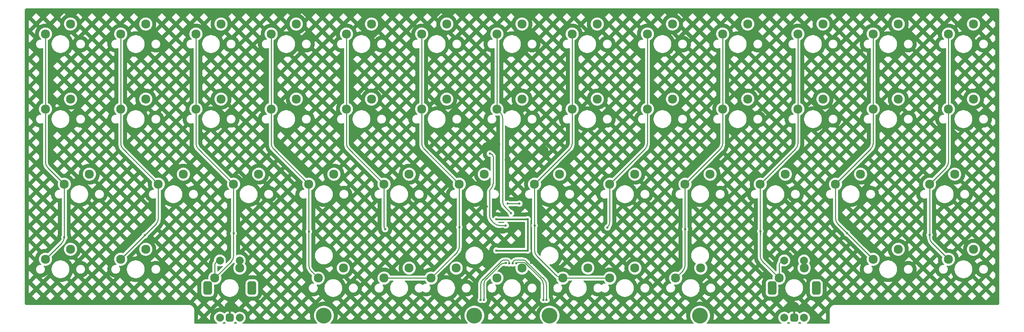
<source format=gbr>
%TF.GenerationSoftware,KiCad,Pcbnew,8.0.3*%
%TF.CreationDate,2024-09-04T21:16:44+02:00*%
%TF.ProjectId,ferntypes,6665726e-7479-4706-9573-2e6b69636164,rev?*%
%TF.SameCoordinates,Original*%
%TF.FileFunction,Copper,L1,Top*%
%TF.FilePolarity,Positive*%
%FSLAX46Y46*%
G04 Gerber Fmt 4.6, Leading zero omitted, Abs format (unit mm)*
G04 Created by KiCad (PCBNEW 8.0.3) date 2024-09-04 21:16:44*
%MOMM*%
%LPD*%
G01*
G04 APERTURE LIST*
G04 Aperture macros list*
%AMRoundRect*
0 Rectangle with rounded corners*
0 $1 Rounding radius*
0 $2 $3 $4 $5 $6 $7 $8 $9 X,Y pos of 4 corners*
0 Add a 4 corners polygon primitive as box body*
4,1,4,$2,$3,$4,$5,$6,$7,$8,$9,$2,$3,0*
0 Add four circle primitives for the rounded corners*
1,1,$1+$1,$2,$3*
1,1,$1+$1,$4,$5*
1,1,$1+$1,$6,$7*
1,1,$1+$1,$8,$9*
0 Add four rect primitives between the rounded corners*
20,1,$1+$1,$2,$3,$4,$5,0*
20,1,$1+$1,$4,$5,$6,$7,0*
20,1,$1+$1,$6,$7,$8,$9,0*
20,1,$1+$1,$8,$9,$2,$3,0*%
G04 Aperture macros list end*
%TA.AperFunction,ComponentPad*%
%ADD10C,2.300000*%
%TD*%
%TA.AperFunction,ComponentPad*%
%ADD11C,2.000000*%
%TD*%
%TA.AperFunction,ComponentPad*%
%ADD12RoundRect,0.500000X0.500000X-0.500000X0.500000X0.500000X-0.500000X0.500000X-0.500000X-0.500000X0*%
%TD*%
%TA.AperFunction,ComponentPad*%
%ADD13RoundRect,0.550000X0.550000X-1.150000X0.550000X1.150000X-0.550000X1.150000X-0.550000X-1.150000X0*%
%TD*%
%TA.AperFunction,ComponentPad*%
%ADD14C,4.000000*%
%TD*%
%TA.AperFunction,ViaPad*%
%ADD15C,0.600000*%
%TD*%
%TA.AperFunction,Conductor*%
%ADD16C,0.250000*%
%TD*%
%TA.AperFunction,Conductor*%
%ADD17C,0.385000*%
%TD*%
G04 APERTURE END LIST*
D10*
%TO.P,MX29,1,1*%
%TO.N,COL2*%
X77152500Y-76835000D03*
%TO.P,MX29,2,2*%
%TO.N,Net-(D29-A)*%
X83502500Y-74295000D03*
%TD*%
%TO.P,MX8,1,1*%
%TO.N,COL7*%
X162877500Y-38735000D03*
%TO.P,MX8,2,2*%
%TO.N,Net-(D8-A)*%
X169227500Y-36195000D03*
%TD*%
%TO.P,MX41,1,1*%
%TO.N,COL11*%
X239077500Y-95885000D03*
%TO.P,MX41,2,2*%
%TO.N,Net-(D41-A)*%
X245427500Y-93345000D03*
%TD*%
%TO.P,MX36,1,1*%
%TO.N,COL10*%
X210502500Y-76835000D03*
%TO.P,MX36,2,2*%
%TO.N,Net-(D36-A)*%
X216852500Y-74295000D03*
%TD*%
%TO.P,MX7,1,1*%
%TO.N,COL6*%
X143827500Y-38735000D03*
%TO.P,MX7,2,2*%
%TO.N,Net-(D7-A)*%
X150177500Y-36195000D03*
%TD*%
D11*
%TO.P,SW1,A,A*%
%TO.N,rA*%
X73700000Y-110687500D03*
%TO.P,SW1,B,B*%
%TO.N,rB*%
X78700000Y-110687500D03*
D12*
%TO.P,SW1,C,C*%
%TO.N,GND*%
X76200000Y-110687500D03*
D13*
%TO.P,SW1,MP*%
%TO.N,N/C*%
X70600000Y-103187500D03*
X81800000Y-103187500D03*
D11*
%TO.P,SW1,S1,S1*%
%TO.N,l1*%
X78700000Y-96187500D03*
%TO.P,SW1,S2,S2*%
%TO.N,COL2*%
X73700000Y-96187500D03*
%TD*%
D10*
%TO.P,MX27,1,1*%
%TO.N,COL0*%
X34290000Y-76835000D03*
%TO.P,MX27,2,2*%
%TO.N,Net-(D27-A)*%
X40640000Y-74295000D03*
%TD*%
%TO.P,MX18,1,1*%
%TO.N,COL4*%
X105727500Y-57785000D03*
%TO.P,MX18,2,2*%
%TO.N,Net-(D18-A)*%
X112077500Y-55245000D03*
%TD*%
%TO.P,MX9,1,1*%
%TO.N,COL8*%
X181927500Y-38735000D03*
%TO.P,MX9,2,2*%
%TO.N,Net-(D9-A)*%
X188277500Y-36195000D03*
%TD*%
%TO.P,MX25,1,1*%
%TO.N,COL11*%
X239077500Y-57785000D03*
%TO.P,MX25,2,2*%
%TO.N,Net-(D25-A)*%
X245427500Y-55245000D03*
%TD*%
%TO.P,MX33,1,1*%
%TO.N,COL7*%
X153352500Y-76835000D03*
%TO.P,MX33,2,2*%
%TO.N,Net-(D33-A)*%
X159702500Y-74295000D03*
%TD*%
%TO.P,MX2,1,1*%
%TO.N,COL1*%
X48577500Y-38735000D03*
%TO.P,MX2,2,2*%
%TO.N,Net-(D2-A)*%
X54927500Y-36195000D03*
%TD*%
%TO.P,MX16,1,1*%
%TO.N,COL2*%
X67627500Y-57785000D03*
%TO.P,MX16,2,2*%
%TO.N,Net-(D16-A)*%
X73977500Y-55245000D03*
%TD*%
D14*
%TO.P,S1,*%
%TO.N,*%
X138112500Y-110172500D03*
X100012500Y-110172500D03*
%TD*%
D10*
%TO.P,MX30,1,1*%
%TO.N,COL3*%
X96202500Y-76835000D03*
%TO.P,MX30,2,2*%
%TO.N,Net-(D30-A)*%
X102552500Y-74295000D03*
%TD*%
%TO.P,MX39,1,1*%
%TO.N,COL0*%
X29527500Y-95885000D03*
%TO.P,MX39,2,2*%
%TO.N,Net-(D39-A)*%
X35877500Y-93345000D03*
%TD*%
%TO.P,MX37,1,1*%
%TO.N,COL11*%
X229552500Y-76835000D03*
%TO.P,MX37,2,2*%
%TO.N,Net-(D37-A)*%
X235902500Y-74295000D03*
%TD*%
%TO.P,MX19,1,1*%
%TO.N,COL5*%
X124777500Y-57785000D03*
%TO.P,MX19,2,2*%
%TO.N,Net-(D19-A)*%
X131127500Y-55245000D03*
%TD*%
%TO.P,MX11,1,1*%
%TO.N,COL10*%
X220027500Y-38735000D03*
%TO.P,MX11,2,2*%
%TO.N,Net-(D11-A)*%
X226377500Y-36195000D03*
%TD*%
%TO.P,MX24,1,1*%
%TO.N,COL10*%
X220027500Y-57785000D03*
%TO.P,MX24,2,2*%
%TO.N,Net-(D24-A)*%
X226377500Y-55245000D03*
%TD*%
%TO.P,MX22,1,1*%
%TO.N,COL8*%
X181927500Y-57785000D03*
%TO.P,MX22,2,2*%
%TO.N,Net-(D22-A)*%
X188277500Y-55245000D03*
%TD*%
%TO.P,MX42,1,1*%
%TO.N,COL12*%
X258127500Y-95885000D03*
%TO.P,MX42,2,2*%
%TO.N,Net-(D42-A)*%
X264477500Y-93345000D03*
%TD*%
%TO.P,MX38,1,1*%
%TO.N,COL12*%
X253365000Y-76835000D03*
%TO.P,MX38,2,2*%
%TO.N,Net-(D38-A)*%
X259715000Y-74295000D03*
%TD*%
%TO.P,MX17,1,1*%
%TO.N,COL3*%
X86677500Y-57785000D03*
%TO.P,MX17,2,2*%
%TO.N,Net-(D17-A)*%
X93027500Y-55245000D03*
%TD*%
%TO.P,MX10,1,1*%
%TO.N,COL9*%
X200977500Y-38735000D03*
%TO.P,MX10,2,2*%
%TO.N,Net-(D10-A)*%
X207327500Y-36195000D03*
%TD*%
%TO.P,MX40,1,1*%
%TO.N,COL1*%
X48577500Y-95885000D03*
%TO.P,MX40,2,2*%
%TO.N,Net-(D40-A)*%
X54927500Y-93345000D03*
%TD*%
%TO.P,MX12,1,1*%
%TO.N,COL11*%
X239077500Y-38735000D03*
%TO.P,MX12,2,2*%
%TO.N,Net-(D12-A)*%
X245427500Y-36195000D03*
%TD*%
%TO.P,MX44,1,1*%
%TO.N,COL3*%
X98583750Y-100647500D03*
%TO.P,MX44,2,2*%
%TO.N,Net-(D44-A)*%
X104933750Y-98107500D03*
%TD*%
%TO.P,MX35,1,1*%
%TO.N,COL9*%
X191452500Y-76835000D03*
%TO.P,MX35,2,2*%
%TO.N,Net-(D35-A)*%
X197802500Y-74295000D03*
%TD*%
%TO.P,MX5,1,1*%
%TO.N,COL4*%
X105727500Y-38735000D03*
%TO.P,MX5,2,2*%
%TO.N,Net-(D5-A)*%
X112077500Y-36195000D03*
%TD*%
%TO.P,MX32,1,1*%
%TO.N,COL5*%
X134302500Y-76835000D03*
%TO.P,MX32,2,2*%
%TO.N,Net-(D32-A)*%
X140652500Y-74295000D03*
%TD*%
%TO.P,MX46,1,1*%
%TO.N,COL7*%
X160496250Y-100647500D03*
%TO.P,MX46,2,2*%
%TO.N,Net-(D46-A)*%
X166846250Y-98107500D03*
%TD*%
D14*
%TO.P,S2,*%
%TO.N,*%
X195262500Y-110172500D03*
X157162500Y-110172500D03*
%TD*%
D10*
%TO.P,MX26,1,1*%
%TO.N,COL12*%
X258127500Y-57785000D03*
%TO.P,MX26,2,2*%
%TO.N,Net-(D26-A)*%
X264477500Y-55245000D03*
%TD*%
%TO.P,MX23,1,1*%
%TO.N,COL9*%
X200977500Y-57785000D03*
%TO.P,MX23,2,2*%
%TO.N,Net-(D23-A)*%
X207327500Y-55245000D03*
%TD*%
%TO.P,MX50,1,1*%
%TO.N,COL7*%
X143827500Y-100647500D03*
%TO.P,MX50,2,2*%
%TO.N,Net-(D46-A)*%
X150177500Y-98107500D03*
%TD*%
%TO.P,MX45,1,1*%
%TO.N,COL5*%
X127158750Y-100647500D03*
%TO.P,MX45,2,2*%
%TO.N,Net-(D45-A)*%
X133508750Y-98107500D03*
%TD*%
%TO.P,MX31,1,1*%
%TO.N,COL4*%
X115252500Y-76835000D03*
%TO.P,MX31,2,2*%
%TO.N,Net-(D31-A)*%
X121602500Y-74295000D03*
%TD*%
%TO.P,MX4,1,1*%
%TO.N,COL3*%
X86677500Y-38735000D03*
%TO.P,MX4,2,2*%
%TO.N,Net-(D4-A)*%
X93027500Y-36195000D03*
%TD*%
%TO.P,MX28,1,1*%
%TO.N,COL1*%
X58102500Y-76835000D03*
%TO.P,MX28,2,2*%
%TO.N,Net-(D28-A)*%
X64452500Y-74295000D03*
%TD*%
%TO.P,MX49,1,1*%
%TO.N,COL5*%
X115252500Y-100647500D03*
%TO.P,MX49,2,2*%
%TO.N,Net-(D45-A)*%
X121602500Y-98107500D03*
%TD*%
D11*
%TO.P,SW2,A,A*%
%TO.N,rC*%
X216575000Y-110687500D03*
%TO.P,SW2,B,B*%
%TO.N,rD*%
X221575000Y-110687500D03*
D12*
%TO.P,SW2,C,C*%
%TO.N,GND*%
X219075000Y-110687500D03*
D13*
%TO.P,SW2,MP*%
%TO.N,N/C*%
X213475000Y-103187500D03*
X224675000Y-103187500D03*
D11*
%TO.P,SW2,S1,S1*%
%TO.N,r1*%
X221575000Y-96187500D03*
%TO.P,SW2,S2,S2*%
%TO.N,COL10*%
X216575000Y-96187500D03*
%TD*%
D10*
%TO.P,MX43,1,1*%
%TO.N,COL2*%
X72390000Y-100647500D03*
%TO.P,MX43,2,2*%
%TO.N,l1*%
X78740000Y-98107500D03*
%TD*%
%TO.P,MX3,1,1*%
%TO.N,COL2*%
X67627500Y-38735000D03*
%TO.P,MX3,2,2*%
%TO.N,Net-(D3-A)*%
X73977500Y-36195000D03*
%TD*%
%TO.P,MX15,1,1*%
%TO.N,COL1*%
X48577500Y-57785000D03*
%TO.P,MX15,2,2*%
%TO.N,Net-(D15-A)*%
X54927500Y-55245000D03*
%TD*%
%TO.P,MX34,1,1*%
%TO.N,COL8*%
X172402500Y-76835000D03*
%TO.P,MX34,2,2*%
%TO.N,Net-(D34-A)*%
X178752500Y-74295000D03*
%TD*%
%TO.P,MX47,1,1*%
%TO.N,COL9*%
X189071250Y-100647500D03*
%TO.P,MX47,2,2*%
%TO.N,Net-(D47-A)*%
X195421250Y-98107500D03*
%TD*%
%TO.P,MX1,1,1*%
%TO.N,COL0*%
X29527500Y-38735000D03*
%TO.P,MX1,2,2*%
%TO.N,Net-(D1-A)*%
X35877500Y-36195000D03*
%TD*%
%TO.P,MX13,1,1*%
%TO.N,COL12*%
X258127500Y-38735000D03*
%TO.P,MX13,2,2*%
%TO.N,Net-(D13-A)*%
X264477500Y-36195000D03*
%TD*%
%TO.P,MX20,1,1*%
%TO.N,COL6*%
X143827500Y-57785000D03*
%TO.P,MX20,2,2*%
%TO.N,Net-(D20-A)*%
X150177500Y-55245000D03*
%TD*%
%TO.P,MX14,1,1*%
%TO.N,COL0*%
X29527500Y-57785000D03*
%TO.P,MX14,2,2*%
%TO.N,Net-(D14-A)*%
X35877500Y-55245000D03*
%TD*%
%TO.P,MX6,1,1*%
%TO.N,COL5*%
X124777500Y-38735000D03*
%TO.P,MX6,2,2*%
%TO.N,Net-(D6-A)*%
X131127500Y-36195000D03*
%TD*%
%TO.P,MX51,1,1*%
%TO.N,COL7*%
X172402500Y-100647500D03*
%TO.P,MX51,2,2*%
%TO.N,Net-(D46-A)*%
X178752500Y-98107500D03*
%TD*%
%TO.P,MX48,1,1*%
%TO.N,COL10*%
X215265000Y-100647500D03*
%TO.P,MX48,2,2*%
%TO.N,r1*%
X221615000Y-98107500D03*
%TD*%
%TO.P,MX21,1,1*%
%TO.N,COL7*%
X162877500Y-57785000D03*
%TO.P,MX21,2,2*%
%TO.N,Net-(D21-A)*%
X169227500Y-55245000D03*
%TD*%
D15*
%TO.N,ROW2*%
X146507278Y-81756250D03*
X149512500Y-81756250D03*
%TO.N,COL0*%
X34298808Y-90318750D03*
%TO.N,COL1*%
X54676592Y-89818750D03*
%TO.N,COL2*%
X77156954Y-89318750D03*
%TO.N,COL3*%
X96207496Y-88818750D03*
%TO.N,COL4*%
X115516777Y-88252806D03*
%TO.N,COL5*%
X134322827Y-87766944D03*
%TO.N,COL6*%
X147400323Y-84167581D03*
%TO.N,COL7*%
X153362740Y-87318750D03*
%TO.N,COL8*%
X171809105Y-87818750D03*
%TO.N,COL9*%
X191469782Y-88282282D03*
%TO.N,COL10*%
X210517435Y-88745091D03*
%TO.N,COL11*%
X232493642Y-89318750D03*
%TO.N,COL12*%
X253361158Y-89684361D03*
%TO.N,rB*%
X140499979Y-106181400D03*
X146140134Y-96837500D03*
%TO.N,rA*%
X146935028Y-96927764D03*
X139700000Y-106187500D03*
%TO.N,GND*%
X150018750Y-92075000D03*
X150018750Y-87312500D03*
X141287500Y-67468750D03*
X141287500Y-82550000D03*
X142875000Y-96837500D03*
X150812500Y-69850000D03*
X146050000Y-70643750D03*
X76200000Y-107950000D03*
X219075000Y-107950000D03*
X155575000Y-68262500D03*
X153987500Y-96837500D03*
X146843750Y-95250000D03*
X142875000Y-82550000D03*
X144462500Y-66675000D03*
X145256250Y-88106250D03*
X152400000Y-82550000D03*
X141287500Y-96837500D03*
X152456873Y-96780627D03*
%TO.N,rD*%
X156368750Y-106181400D03*
X147824689Y-96921987D03*
%TO.N,rC*%
X155568747Y-106181400D03*
X148717991Y-96912570D03*
%TO.N,+3V3*%
X151606250Y-85725000D03*
X143668750Y-85725000D03*
X143668750Y-93662500D03*
X151606250Y-93662500D03*
%TO.N,BOOT0*%
X142050000Y-69087500D03*
X146050000Y-87312500D03*
%TD*%
D16*
%TO.N,ROW2*%
X149512500Y-81756250D02*
X146507278Y-81756250D01*
%TO.N,COL0*%
X33704213Y-91708287D02*
X29527500Y-95885000D01*
X29527500Y-57785000D02*
X29527500Y-38735000D01*
X30113287Y-72658287D02*
X34290000Y-76835000D01*
X34290000Y-76835000D02*
X34290000Y-90294073D01*
X29527500Y-57785000D02*
X29527500Y-71244073D01*
X29527500Y-71244073D02*
G75*
G03*
X30113273Y-72658301I2000000J-27D01*
G01*
X33704213Y-91708287D02*
G75*
G03*
X34289981Y-90294073I-1414213J1414187D01*
G01*
%TO.N,COL1*%
X48577500Y-95885000D02*
X57516713Y-86945787D01*
X49163287Y-67895787D02*
X58102500Y-76835000D01*
X48577500Y-38735000D02*
X48577500Y-57785000D01*
X48577500Y-57785000D02*
X48577500Y-66481573D01*
X58102500Y-76835000D02*
X58102500Y-85531573D01*
X49163287Y-67895787D02*
G75*
G02*
X48577519Y-66481573I1414213J1414187D01*
G01*
X58102500Y-85531573D02*
G75*
G02*
X57516727Y-86945801I-2000000J-27D01*
G01*
%TO.N,COL2*%
X76566713Y-96470787D02*
X72390000Y-100647500D01*
X77152500Y-76835000D02*
X77152500Y-95056573D01*
X67627500Y-38735000D02*
X67627500Y-57785000D01*
X67627500Y-57785000D02*
X67627500Y-66481573D01*
X68213287Y-67895787D02*
X77152500Y-76835000D01*
X72390000Y-97497500D02*
X72390000Y-100647500D01*
X77152500Y-95056573D02*
G75*
G02*
X76566727Y-96470801I-2000000J-27D01*
G01*
X73700000Y-96187500D02*
G75*
G03*
X72390000Y-97497500I0J-1310000D01*
G01*
X68213287Y-67895787D02*
G75*
G02*
X67627519Y-66481573I1414213J1414187D01*
G01*
%TO.N,COL3*%
X96202500Y-76835000D02*
X96202500Y-88900000D01*
X96202500Y-97437823D02*
X96202500Y-88900000D01*
X86677500Y-57785000D02*
X86677500Y-66481573D01*
X96788287Y-98852037D02*
X98583750Y-100647500D01*
X86677500Y-38735000D02*
X86677500Y-57785000D01*
X87263287Y-67895787D02*
X96202500Y-76835000D01*
X96202500Y-97437823D02*
G75*
G03*
X96788298Y-98852026I2000000J23D01*
G01*
X86677500Y-66481573D02*
G75*
G03*
X87263273Y-67895801I2000000J-27D01*
G01*
%TO.N,COL4*%
X106313287Y-67895787D02*
X115252500Y-76835000D01*
X115252500Y-76835000D02*
X115252500Y-87614785D01*
X105727500Y-38735000D02*
X105727500Y-57785000D01*
X105727500Y-57785000D02*
X105727500Y-66481573D01*
X106313287Y-67895787D02*
G75*
G02*
X105727519Y-66481573I1414213J1414187D01*
G01*
X115252500Y-87614785D02*
G75*
G03*
X115516769Y-88252814I902300J-15D01*
G01*
%TO.N,COL5*%
X124777500Y-57785000D02*
X124777500Y-66481573D01*
X125363287Y-67895787D02*
X134302500Y-76835000D01*
X133716713Y-94089537D02*
X127158750Y-100647500D01*
X115252500Y-100647500D02*
X127158750Y-100647500D01*
X134302500Y-76835000D02*
X134302500Y-92675323D01*
X124777500Y-38735000D02*
X124777500Y-57785000D01*
X124777500Y-66481573D02*
G75*
G03*
X125363273Y-67895801I2000000J-27D01*
G01*
X134302500Y-92675323D02*
G75*
G02*
X133716702Y-94089526I-2000000J23D01*
G01*
%TO.N,COL6*%
X143827500Y-38735000D02*
X143827500Y-57785000D01*
X145842037Y-82609295D02*
X147400323Y-84167581D01*
X143827500Y-57785000D02*
X144670464Y-58627964D01*
X145256250Y-60042177D02*
X145256250Y-81195081D01*
X144670464Y-58627964D02*
G75*
G02*
X145256281Y-60042177I-1414164J-1414236D01*
G01*
X145256250Y-81195081D02*
G75*
G03*
X145842038Y-82609294I1999950J-19D01*
G01*
%TO.N,COL7*%
X162877500Y-57785000D02*
X162877500Y-66481573D01*
X153352500Y-76835000D02*
X153352500Y-93644204D01*
X160355796Y-100647500D02*
X160496250Y-100647500D01*
X153938287Y-95058418D02*
X158941583Y-100061714D01*
X160496250Y-100647500D02*
X172402500Y-100647500D01*
X162877500Y-38735000D02*
X162877500Y-57785000D01*
X162291713Y-67895787D02*
X153352500Y-76835000D01*
X160355796Y-100647500D02*
G75*
G02*
X158941585Y-100061712I4J2000000D01*
G01*
X162291713Y-67895787D02*
G75*
G03*
X162877481Y-66481573I-1414213J1414187D01*
G01*
X153352500Y-93644204D02*
G75*
G03*
X153938289Y-95058416I2000000J4D01*
G01*
%TO.N,COL8*%
X171816713Y-87811142D02*
X171809105Y-87818750D01*
X181927500Y-57785000D02*
X181927500Y-66481573D01*
X181927500Y-38735000D02*
X181927500Y-57785000D01*
X172402500Y-76835000D02*
X172402500Y-86396928D01*
X181341713Y-67895787D02*
X172402500Y-76835000D01*
X181341713Y-67895787D02*
G75*
G03*
X181927481Y-66481573I-1414213J1414187D01*
G01*
X171816713Y-87811142D02*
G75*
G03*
X172402520Y-86396928I-1414213J1414242D01*
G01*
%TO.N,COL9*%
X200977500Y-38735000D02*
X200977500Y-57785000D01*
X200977500Y-57785000D02*
X200977500Y-66481573D01*
X190866713Y-98852037D02*
X189071250Y-100647500D01*
X191452500Y-76835000D02*
X191452500Y-97437823D01*
X200391713Y-67895787D02*
X191452500Y-76835000D01*
X200391713Y-67895787D02*
G75*
G03*
X200977481Y-66481573I-1414213J1414187D01*
G01*
X191452500Y-97437823D02*
G75*
G02*
X190866702Y-98852026I-2000000J23D01*
G01*
%TO.N,COL10*%
X210502500Y-89693750D02*
X210502500Y-95056573D01*
X211088287Y-96470787D02*
X215265000Y-100647500D01*
X220027500Y-57785000D02*
X220027500Y-66481573D01*
X215265000Y-97497500D02*
X215265000Y-100647500D01*
X210502500Y-76835000D02*
X210502500Y-89693750D01*
X219441713Y-67895787D02*
X210502500Y-76835000D01*
X220027500Y-38735000D02*
X220027500Y-57785000D01*
X210517435Y-89678815D02*
X210502500Y-89693750D01*
X210517435Y-88745091D02*
X210517435Y-89678815D01*
X216575000Y-96187500D02*
G75*
G03*
X215265000Y-97497500I0J-1310000D01*
G01*
X210502500Y-95056573D02*
G75*
G03*
X211088273Y-96470801I2000000J-27D01*
G01*
X220027500Y-66481573D02*
G75*
G02*
X219441727Y-67895801I-2000000J-27D01*
G01*
%TO.N,COL11*%
X238491713Y-67895787D02*
X229552500Y-76835000D01*
X239077500Y-57785000D02*
X239077500Y-66481573D01*
X230138287Y-86945787D02*
X232727500Y-89535000D01*
X239077500Y-38735000D02*
X239077500Y-57785000D01*
X232727500Y-89535000D02*
X239077500Y-95885000D01*
X229552500Y-76835000D02*
X229552500Y-85531573D01*
X232709892Y-89535000D02*
X232727500Y-89535000D01*
X232493642Y-89318750D02*
X232709892Y-89535000D01*
X229552500Y-85531573D02*
G75*
G03*
X230138273Y-86945801I2000000J-27D01*
G01*
X239077500Y-66481573D02*
G75*
G02*
X238491727Y-67895801I-2000000J-27D01*
G01*
%TO.N,COL12*%
X253365000Y-76835000D02*
X253365000Y-90294073D01*
X253950787Y-91708287D02*
X258127500Y-95885000D01*
X257541713Y-72658287D02*
X253365000Y-76835000D01*
X258127500Y-57785000D02*
X258127500Y-71244073D01*
X258127500Y-38735000D02*
X258127500Y-57785000D01*
X258127500Y-71244073D02*
G75*
G02*
X257541727Y-72658301I-2000000J-27D01*
G01*
X253365000Y-90294073D02*
G75*
G03*
X253950773Y-91708301I2000000J-27D01*
G01*
%TO.N,rB*%
X141085766Y-100850630D02*
X144513110Y-97423286D01*
X140499979Y-106181400D02*
X140499979Y-102264844D01*
X145927323Y-96837500D02*
X146140134Y-96837500D01*
X145927323Y-96837500D02*
G75*
G03*
X144513098Y-97423274I-23J-2000000D01*
G01*
X141085766Y-100850630D02*
G75*
G03*
X140500016Y-102264844I1414234J-1414170D01*
G01*
%TO.N,rA*%
X146350889Y-96062242D02*
X145804231Y-96062242D01*
X139700000Y-102428427D02*
X139700000Y-106187500D01*
X144837201Y-96462799D02*
X140285787Y-101014213D01*
X146935028Y-96927764D02*
X146935028Y-96646381D01*
X146935028Y-96646381D02*
G75*
G03*
X146350889Y-96062272I-584128J-19D01*
G01*
X140285787Y-101014213D02*
G75*
G03*
X139700019Y-102428427I1414213J-1414187D01*
G01*
X145804231Y-96062242D02*
G75*
G03*
X144837191Y-96462789I-31J-1367558D01*
G01*
%TO.N,rD*%
X150377866Y-96043750D02*
X148702926Y-96043750D01*
X156368750Y-106181400D02*
X156368750Y-102404815D01*
X155782963Y-100990601D02*
X151231314Y-96438952D01*
X150388420Y-96048122D02*
X150377866Y-96043750D01*
X156368750Y-102404815D02*
G75*
G03*
X155782960Y-100990604I-1999950J15D01*
G01*
X148702926Y-96043750D02*
G75*
G03*
X147824650Y-96921987I-26J-878250D01*
G01*
X151231314Y-96438952D02*
G75*
G03*
X150388421Y-96048113I-943914J-931348D01*
G01*
%TO.N,rC*%
X151052352Y-96896386D02*
X151696733Y-97540767D01*
X151696733Y-97540767D02*
X154982960Y-100826994D01*
X150018750Y-96632500D02*
X150415275Y-96632500D01*
X149394139Y-96632500D02*
X150018750Y-96632500D01*
X155568747Y-102241208D02*
X155568747Y-106181400D01*
X154982960Y-100826994D02*
G75*
G02*
X155568727Y-102241208I-1414260J-1414206D01*
G01*
X148717991Y-96912570D02*
G75*
G02*
X149394139Y-96632523I676109J-676130D01*
G01*
X150415275Y-96632500D02*
G75*
G02*
X150988236Y-96835309I-3275J-920000D01*
G01*
D17*
%TO.N,+3V3*%
X143668750Y-85725000D02*
X151606250Y-85725000D01*
X151606250Y-93662500D02*
X143668750Y-93662500D01*
X151606250Y-85725000D02*
X151606250Y-93662500D01*
D16*
%TO.N,BOOT0*%
X143082964Y-86726714D02*
X142528287Y-86172037D01*
X141942500Y-78857233D02*
X141945347Y-78740922D01*
X141942500Y-84757823D02*
X141942500Y-78857233D01*
X142875000Y-76605981D02*
X142875000Y-69912500D01*
X146050000Y-87312500D02*
X144497177Y-87312500D01*
X142289214Y-78020193D02*
G75*
G03*
X142874986Y-76605981I-1414214J1414193D01*
G01*
X142875000Y-69912500D02*
G75*
G03*
X142050000Y-69087500I-825000J0D01*
G01*
X141945347Y-78740922D02*
G75*
G02*
X142289207Y-78020186I1157153J-109678D01*
G01*
X142528287Y-86172037D02*
G75*
G02*
X141942484Y-84757823I1414213J1414237D01*
G01*
X144497177Y-87312500D02*
G75*
G02*
X143082975Y-86726703I23J2000000D01*
G01*
%TD*%
%TA.AperFunction,Conductor*%
%TO.N,GND*%
G36*
X270678351Y-32252026D02*
G01*
X270739954Y-32261786D01*
X270776837Y-32273772D01*
X270823605Y-32297602D01*
X270854987Y-32320404D01*
X270892095Y-32357512D01*
X270914898Y-32388896D01*
X270938726Y-32435659D01*
X270950714Y-32472551D01*
X270960472Y-32534138D01*
X270962000Y-32553543D01*
X270962000Y-107146456D01*
X270960472Y-107165861D01*
X270950714Y-107227448D01*
X270938726Y-107264340D01*
X270914898Y-107311103D01*
X270892095Y-107342487D01*
X270854987Y-107379595D01*
X270823603Y-107402398D01*
X270776840Y-107426226D01*
X270739948Y-107438214D01*
X270678362Y-107447972D01*
X270658957Y-107449500D01*
X229467726Y-107449500D01*
X229467663Y-107449496D01*
X229459612Y-107449496D01*
X229459611Y-107449496D01*
X229393726Y-107449499D01*
X229393717Y-107449500D01*
X229321780Y-107449500D01*
X229321710Y-107449503D01*
X229291861Y-107449505D01*
X229090669Y-107481382D01*
X229090664Y-107481383D01*
X228896923Y-107544341D01*
X228715415Y-107636829D01*
X228550613Y-107756568D01*
X228406568Y-107900613D01*
X228286829Y-108065415D01*
X228194341Y-108246923D01*
X228131383Y-108440664D01*
X228131382Y-108440669D01*
X228099505Y-108641861D01*
X228099503Y-108671710D01*
X228099500Y-108671780D01*
X228099500Y-108743726D01*
X228099495Y-108818211D01*
X228099500Y-108818282D01*
X228099500Y-111908956D01*
X228097972Y-111928361D01*
X228088214Y-111989948D01*
X228076226Y-112026840D01*
X228052398Y-112073603D01*
X228029595Y-112104987D01*
X227992487Y-112142095D01*
X227961103Y-112164898D01*
X227914340Y-112188726D01*
X227877448Y-112200714D01*
X227815862Y-112210472D01*
X227796457Y-112212000D01*
X222400297Y-112212000D01*
X222333258Y-112192315D01*
X222287503Y-112139511D01*
X222277559Y-112070353D01*
X222306584Y-112006797D01*
X222341280Y-111978945D01*
X222398503Y-111947977D01*
X222398505Y-111947976D01*
X222398504Y-111947976D01*
X222398509Y-111947974D01*
X222594744Y-111795238D01*
X222763164Y-111612285D01*
X222899173Y-111404107D01*
X222999063Y-111176381D01*
X223060108Y-110935321D01*
X223061559Y-110917815D01*
X223080643Y-110687505D01*
X223080643Y-110687494D01*
X223065821Y-110508625D01*
X225889664Y-110508625D01*
X226595039Y-111214000D01*
X227101500Y-111214000D01*
X227101500Y-109596311D01*
X226951739Y-109446550D01*
X225889664Y-110508625D01*
X223065821Y-110508625D01*
X223060109Y-110439687D01*
X223060107Y-110439675D01*
X222999063Y-110198618D01*
X222899173Y-109970893D01*
X222763166Y-109762717D01*
X222729239Y-109725863D01*
X222594744Y-109579762D01*
X222398509Y-109427026D01*
X222398507Y-109427025D01*
X222398506Y-109427024D01*
X222179811Y-109308672D01*
X222179802Y-109308669D01*
X221944616Y-109227929D01*
X221699335Y-109187000D01*
X221450665Y-109187000D01*
X221205383Y-109227929D01*
X220970197Y-109308669D01*
X220970188Y-109308672D01*
X220751493Y-109427024D01*
X220555248Y-109579767D01*
X220555247Y-109579768D01*
X220553777Y-109581366D01*
X220553016Y-109581823D01*
X220551479Y-109583238D01*
X220551187Y-109582921D01*
X220493883Y-109617345D01*
X220424046Y-109615232D01*
X220366461Y-109575727D01*
X220285753Y-109476746D01*
X220128129Y-109348221D01*
X219947861Y-109254057D01*
X219752328Y-109198109D01*
X219752325Y-109198108D01*
X219633000Y-109187500D01*
X219325000Y-109187500D01*
X219325000Y-110254488D01*
X219267993Y-110221575D01*
X219140826Y-110187500D01*
X219009174Y-110187500D01*
X218882007Y-110221575D01*
X218825000Y-110254488D01*
X218825000Y-109187500D01*
X218516999Y-109187500D01*
X218397674Y-109198108D01*
X218397671Y-109198109D01*
X218202138Y-109254057D01*
X218021870Y-109348221D01*
X217864246Y-109476747D01*
X217783536Y-109575729D01*
X217725915Y-109615245D01*
X217656077Y-109617336D01*
X217598807Y-109582913D01*
X217598514Y-109583233D01*
X217596963Y-109581805D01*
X217596206Y-109581350D01*
X217594744Y-109579762D01*
X217398509Y-109427026D01*
X217398507Y-109427025D01*
X217398506Y-109427024D01*
X217179811Y-109308672D01*
X217179802Y-109308669D01*
X216944616Y-109227929D01*
X216699335Y-109187000D01*
X216450665Y-109187000D01*
X216205383Y-109227929D01*
X215970197Y-109308669D01*
X215970188Y-109308672D01*
X215751493Y-109427024D01*
X215555257Y-109579761D01*
X215555256Y-109579762D01*
X215553795Y-109581349D01*
X215386833Y-109762717D01*
X215250826Y-109970893D01*
X215150936Y-110198618D01*
X215089892Y-110439675D01*
X215089890Y-110439687D01*
X215069357Y-110687494D01*
X215069357Y-110687505D01*
X215089890Y-110935312D01*
X215089892Y-110935324D01*
X215150936Y-111176381D01*
X215250826Y-111404106D01*
X215386833Y-111612282D01*
X215386836Y-111612285D01*
X215555256Y-111795238D01*
X215751491Y-111947974D01*
X215751494Y-111947976D01*
X215751496Y-111947977D01*
X215808720Y-111978945D01*
X215858311Y-112028165D01*
X215873419Y-112096381D01*
X215849249Y-112161937D01*
X215793473Y-112204018D01*
X215749703Y-112212000D01*
X197056621Y-112212000D01*
X196989582Y-112192315D01*
X196943827Y-112139511D01*
X196933883Y-112070353D01*
X196962908Y-112006797D01*
X196971737Y-111997608D01*
X197088890Y-111887594D01*
X197289447Y-111645163D01*
X197458037Y-111379507D01*
X197535919Y-111214000D01*
X198602637Y-111214000D01*
X199024168Y-111214000D01*
X199729543Y-110508625D01*
X201140927Y-110508625D01*
X201846302Y-111214000D01*
X202559702Y-111214000D01*
X203265077Y-110508625D01*
X204676461Y-110508625D01*
X205381836Y-111214000D01*
X206095236Y-111214000D01*
X206800611Y-110508625D01*
X208211995Y-110508625D01*
X208917370Y-111214000D01*
X209630770Y-111214000D01*
X210336145Y-110508625D01*
X211747529Y-110508625D01*
X212452904Y-111214000D01*
X213166304Y-111214000D01*
X213871679Y-110508625D01*
X212809604Y-109446550D01*
X211747529Y-110508625D01*
X210336145Y-110508625D01*
X209274070Y-109446550D01*
X208211995Y-110508625D01*
X206800611Y-110508625D01*
X205738536Y-109446550D01*
X204676461Y-110508625D01*
X203265077Y-110508625D01*
X202203002Y-109446550D01*
X201140927Y-110508625D01*
X199729543Y-110508625D01*
X198689878Y-109468960D01*
X198731448Y-109686873D01*
X198732117Y-109690709D01*
X198735802Y-109713973D01*
X198736351Y-109717829D01*
X198740282Y-109748940D01*
X198740709Y-109752812D01*
X198742928Y-109776282D01*
X198743234Y-109780168D01*
X198764959Y-110125484D01*
X198765143Y-110129376D01*
X198765883Y-110152927D01*
X198765944Y-110156821D01*
X198765944Y-110188179D01*
X198765883Y-110192073D01*
X198765143Y-110215624D01*
X198764959Y-110219516D01*
X198743234Y-110564832D01*
X198742928Y-110568718D01*
X198740709Y-110592188D01*
X198740282Y-110596060D01*
X198736351Y-110627171D01*
X198735802Y-110631027D01*
X198732117Y-110654291D01*
X198731448Y-110658126D01*
X198666617Y-110997981D01*
X198665826Y-111001797D01*
X198660688Y-111024782D01*
X198659780Y-111028564D01*
X198651983Y-111058936D01*
X198650955Y-111062695D01*
X198644378Y-111085335D01*
X198643232Y-111089061D01*
X198602637Y-111214000D01*
X197535919Y-111214000D01*
X197592003Y-111094815D01*
X197689231Y-110795579D01*
X197748188Y-110486515D01*
X197751135Y-110439675D01*
X197767944Y-110172505D01*
X197767944Y-110172494D01*
X197748189Y-109858495D01*
X197748188Y-109858488D01*
X197748188Y-109858485D01*
X197689231Y-109549421D01*
X197592003Y-109250185D01*
X197568192Y-109199585D01*
X197458038Y-108965496D01*
X197458037Y-108965493D01*
X197364569Y-108818211D01*
X197315480Y-108740858D01*
X199373160Y-108740858D01*
X200435235Y-109802933D01*
X201497310Y-108740858D01*
X202908694Y-108740858D01*
X203970769Y-109802933D01*
X205032844Y-108740858D01*
X206444228Y-108740858D01*
X207506303Y-109802933D01*
X208568378Y-108740858D01*
X209979762Y-108740858D01*
X211041837Y-109802933D01*
X212103912Y-108740858D01*
X213515296Y-108740858D01*
X214339188Y-109564750D01*
X214345173Y-109551106D01*
X214347329Y-109546454D01*
X214360949Y-109518595D01*
X214363294Y-109514040D01*
X214382933Y-109477750D01*
X214385466Y-109473292D01*
X214401337Y-109446658D01*
X214404050Y-109442312D01*
X214562630Y-109199585D01*
X214565523Y-109195351D01*
X214583548Y-109170106D01*
X214586613Y-109165996D01*
X214611960Y-109133432D01*
X214615190Y-109129454D01*
X214635223Y-109105802D01*
X214638614Y-109101962D01*
X214834974Y-108888659D01*
X214838523Y-108884961D01*
X214860440Y-108863044D01*
X214864136Y-108859497D01*
X214894494Y-108831549D01*
X214898335Y-108828157D01*
X214922004Y-108808109D01*
X214925986Y-108804875D01*
X215008235Y-108740858D01*
X224121898Y-108740858D01*
X225183972Y-109802932D01*
X226246047Y-108740858D01*
X225183972Y-107678783D01*
X224121898Y-108740858D01*
X215008235Y-108740858D01*
X215154779Y-108626799D01*
X215158883Y-108623739D01*
X215184097Y-108605735D01*
X215188327Y-108602844D01*
X215222870Y-108580273D01*
X215227220Y-108577558D01*
X215253878Y-108561672D01*
X215258338Y-108559137D01*
X215387711Y-108489123D01*
X214577371Y-107678783D01*
X213515296Y-108740858D01*
X212103912Y-108740858D01*
X211041837Y-107678783D01*
X209979762Y-108740858D01*
X208568378Y-108740858D01*
X207506303Y-107678783D01*
X206444228Y-108740858D01*
X205032844Y-108740858D01*
X203970769Y-107678783D01*
X202908694Y-108740858D01*
X201497310Y-108740858D01*
X200435235Y-107678783D01*
X199373160Y-108740858D01*
X197315480Y-108740858D01*
X197289448Y-108699838D01*
X197289445Y-108699834D01*
X197088893Y-108457409D01*
X197088891Y-108457407D01*
X197071060Y-108440662D01*
X196859530Y-108242022D01*
X196859527Y-108242020D01*
X196859521Y-108242015D01*
X196604995Y-108057091D01*
X196604988Y-108057086D01*
X196604984Y-108057084D01*
X196329266Y-107905506D01*
X196329263Y-107905504D01*
X196329258Y-107905502D01*
X196329257Y-107905501D01*
X196036728Y-107789681D01*
X196036725Y-107789680D01*
X195731976Y-107711434D01*
X195731963Y-107711432D01*
X195419829Y-107672000D01*
X195419818Y-107672000D01*
X195105182Y-107672000D01*
X195105170Y-107672000D01*
X194793036Y-107711432D01*
X194793023Y-107711434D01*
X194488274Y-107789680D01*
X194488271Y-107789681D01*
X194195742Y-107905501D01*
X194195741Y-107905502D01*
X193920016Y-108057084D01*
X193920004Y-108057091D01*
X193665478Y-108242015D01*
X193665468Y-108242023D01*
X193436108Y-108457407D01*
X193436106Y-108457409D01*
X193235554Y-108699834D01*
X193235551Y-108699838D01*
X193066964Y-108965490D01*
X193066961Y-108965496D01*
X192932999Y-109250178D01*
X192932997Y-109250183D01*
X192835770Y-109549416D01*
X192776811Y-109858488D01*
X192776810Y-109858495D01*
X192757056Y-110172494D01*
X192757056Y-110172505D01*
X192776810Y-110486504D01*
X192776811Y-110486511D01*
X192804329Y-110630764D01*
X192809548Y-110658126D01*
X192835770Y-110795583D01*
X192932997Y-111094816D01*
X192932999Y-111094821D01*
X193066961Y-111379503D01*
X193066964Y-111379509D01*
X193235551Y-111645161D01*
X193235554Y-111645165D01*
X193436106Y-111887590D01*
X193436108Y-111887592D01*
X193436110Y-111887594D01*
X193545103Y-111989946D01*
X193553263Y-111997608D01*
X193588658Y-112057849D01*
X193585865Y-112127663D01*
X193545771Y-112184884D01*
X193481106Y-112211345D01*
X193468379Y-112212000D01*
X158956621Y-112212000D01*
X158889582Y-112192315D01*
X158843827Y-112139511D01*
X158833883Y-112070353D01*
X158862908Y-112006797D01*
X158871737Y-111997608D01*
X158988890Y-111887594D01*
X159189447Y-111645163D01*
X159358037Y-111379507D01*
X159492003Y-111094815D01*
X159589231Y-110795579D01*
X159643970Y-110508625D01*
X162250054Y-110508625D01*
X162955429Y-111214000D01*
X163668829Y-111214000D01*
X164374204Y-110508625D01*
X165785588Y-110508625D01*
X166490963Y-111214000D01*
X167204363Y-111214000D01*
X167909738Y-110508625D01*
X169321122Y-110508625D01*
X170026497Y-111214000D01*
X170739897Y-111214000D01*
X171445272Y-110508625D01*
X172856656Y-110508625D01*
X173562031Y-111214000D01*
X174275431Y-111214000D01*
X174980806Y-110508625D01*
X176392190Y-110508625D01*
X177097565Y-111214000D01*
X177810965Y-111214000D01*
X178516340Y-110508625D01*
X179927724Y-110508625D01*
X180633099Y-111214000D01*
X181346499Y-111214000D01*
X182051874Y-110508625D01*
X183463258Y-110508625D01*
X184168633Y-111214000D01*
X184882033Y-111214000D01*
X185587407Y-110508625D01*
X186998792Y-110508625D01*
X187704167Y-111214000D01*
X188417567Y-111214000D01*
X189122941Y-110508625D01*
X190534325Y-110508625D01*
X191239700Y-111214000D01*
X191922362Y-111214000D01*
X191881768Y-111089061D01*
X191880622Y-111085335D01*
X191874045Y-111062695D01*
X191873017Y-111058936D01*
X191865220Y-111028564D01*
X191864312Y-111024782D01*
X191859174Y-111001797D01*
X191858383Y-110997981D01*
X191793552Y-110658126D01*
X191792883Y-110654291D01*
X191789198Y-110631027D01*
X191788649Y-110627171D01*
X191784718Y-110596060D01*
X191784291Y-110592188D01*
X191782072Y-110568718D01*
X191781766Y-110564832D01*
X191760041Y-110219516D01*
X191759857Y-110215624D01*
X191759117Y-110192073D01*
X191759056Y-110188179D01*
X191759056Y-110156821D01*
X191759117Y-110152927D01*
X191759857Y-110129376D01*
X191760041Y-110125484D01*
X191781766Y-109780168D01*
X191782072Y-109776282D01*
X191784291Y-109752812D01*
X191784718Y-109748940D01*
X191788649Y-109717829D01*
X191789198Y-109713973D01*
X191792883Y-109690709D01*
X191793552Y-109686874D01*
X191800468Y-109650618D01*
X191596400Y-109446550D01*
X190534325Y-110508625D01*
X189122941Y-110508625D01*
X188060866Y-109446550D01*
X186998792Y-110508625D01*
X185587407Y-110508625D01*
X184525332Y-109446550D01*
X183463258Y-110508625D01*
X182051874Y-110508625D01*
X180989799Y-109446550D01*
X179927724Y-110508625D01*
X178516340Y-110508625D01*
X177454265Y-109446550D01*
X176392190Y-110508625D01*
X174980806Y-110508625D01*
X173918731Y-109446550D01*
X172856656Y-110508625D01*
X171445272Y-110508625D01*
X170383197Y-109446550D01*
X169321122Y-110508625D01*
X167909738Y-110508625D01*
X166847663Y-109446550D01*
X165785588Y-110508625D01*
X164374204Y-110508625D01*
X163312129Y-109446550D01*
X162250054Y-110508625D01*
X159643970Y-110508625D01*
X159648188Y-110486515D01*
X159651135Y-110439675D01*
X159667944Y-110172505D01*
X159667944Y-110172494D01*
X159648189Y-109858495D01*
X159648188Y-109858488D01*
X159648188Y-109858485D01*
X159589231Y-109549421D01*
X159492003Y-109250185D01*
X159468192Y-109199585D01*
X159358038Y-108965496D01*
X159358037Y-108965493D01*
X159264569Y-108818211D01*
X159215480Y-108740858D01*
X160482287Y-108740858D01*
X161544362Y-109802933D01*
X162606437Y-108740858D01*
X164017821Y-108740858D01*
X165079896Y-109802933D01*
X166141971Y-108740858D01*
X167553355Y-108740858D01*
X168615430Y-109802933D01*
X169677505Y-108740858D01*
X171088889Y-108740858D01*
X172150964Y-109802933D01*
X173213039Y-108740858D01*
X174624423Y-108740858D01*
X175686498Y-109802933D01*
X176748573Y-108740858D01*
X178159957Y-108740858D01*
X179222032Y-109802933D01*
X180284107Y-108740858D01*
X181695491Y-108740858D01*
X182757566Y-109802933D01*
X183819641Y-108740858D01*
X185231025Y-108740858D01*
X186293099Y-109802932D01*
X187355174Y-108740858D01*
X188766558Y-108740858D01*
X189828633Y-109802932D01*
X190890708Y-108740858D01*
X189828633Y-107678783D01*
X188766558Y-108740858D01*
X187355174Y-108740858D01*
X186293099Y-107678783D01*
X185231025Y-108740858D01*
X183819641Y-108740858D01*
X182757566Y-107678783D01*
X181695491Y-108740858D01*
X180284107Y-108740858D01*
X179222032Y-107678783D01*
X178159957Y-108740858D01*
X176748573Y-108740858D01*
X175686498Y-107678783D01*
X174624423Y-108740858D01*
X173213039Y-108740858D01*
X172150964Y-107678783D01*
X171088889Y-108740858D01*
X169677505Y-108740858D01*
X168615430Y-107678783D01*
X167553355Y-108740858D01*
X166141971Y-108740858D01*
X165079896Y-107678783D01*
X164017821Y-108740858D01*
X162606437Y-108740858D01*
X161544362Y-107678783D01*
X160482287Y-108740858D01*
X159215480Y-108740858D01*
X159189448Y-108699838D01*
X159189445Y-108699834D01*
X158988893Y-108457409D01*
X158988891Y-108457407D01*
X158971060Y-108440662D01*
X158759530Y-108242022D01*
X158759527Y-108242020D01*
X158759521Y-108242015D01*
X158504995Y-108057091D01*
X158504988Y-108057086D01*
X158504984Y-108057084D01*
X158229266Y-107905506D01*
X158229263Y-107905504D01*
X158229258Y-107905502D01*
X158229257Y-107905501D01*
X157936728Y-107789681D01*
X157936725Y-107789680D01*
X157631976Y-107711434D01*
X157631963Y-107711432D01*
X157319829Y-107672000D01*
X157319818Y-107672000D01*
X157005182Y-107672000D01*
X157005170Y-107672000D01*
X156693036Y-107711432D01*
X156693023Y-107711434D01*
X156388274Y-107789680D01*
X156388271Y-107789681D01*
X156095742Y-107905501D01*
X156095741Y-107905502D01*
X155820016Y-108057084D01*
X155820004Y-108057091D01*
X155565478Y-108242015D01*
X155565468Y-108242023D01*
X155336108Y-108457407D01*
X155336106Y-108457409D01*
X155135554Y-108699834D01*
X155135551Y-108699838D01*
X154966964Y-108965490D01*
X154966961Y-108965496D01*
X154832999Y-109250178D01*
X154832997Y-109250183D01*
X154735770Y-109549416D01*
X154676811Y-109858488D01*
X154676810Y-109858495D01*
X154657056Y-110172494D01*
X154657056Y-110172505D01*
X154676810Y-110486504D01*
X154676811Y-110486511D01*
X154704329Y-110630764D01*
X154709548Y-110658126D01*
X154735770Y-110795583D01*
X154832997Y-111094816D01*
X154832999Y-111094821D01*
X154966961Y-111379503D01*
X154966964Y-111379509D01*
X155135551Y-111645161D01*
X155135554Y-111645165D01*
X155336106Y-111887590D01*
X155336108Y-111887592D01*
X155336110Y-111887594D01*
X155445103Y-111989946D01*
X155453263Y-111997608D01*
X155488658Y-112057849D01*
X155485865Y-112127663D01*
X155445771Y-112184884D01*
X155381106Y-112211345D01*
X155368379Y-112212000D01*
X139906621Y-112212000D01*
X139839582Y-112192315D01*
X139793827Y-112139511D01*
X139783883Y-112070353D01*
X139812908Y-112006797D01*
X139821737Y-111997608D01*
X139938890Y-111887594D01*
X140139447Y-111645163D01*
X140308037Y-111379507D01*
X140442003Y-111094815D01*
X140476083Y-110989927D01*
X141518153Y-110989927D01*
X141742226Y-111214000D01*
X142455626Y-111214000D01*
X143161001Y-110508625D01*
X144572385Y-110508625D01*
X145277760Y-111214000D01*
X145991160Y-111214000D01*
X146696535Y-110508625D01*
X148107919Y-110508625D01*
X148813294Y-111214000D01*
X149526694Y-111214000D01*
X150232068Y-110508625D01*
X151643452Y-110508625D01*
X152348827Y-111214000D01*
X153062227Y-111214000D01*
X153684269Y-110591956D01*
X153682072Y-110568718D01*
X153681766Y-110564832D01*
X153672229Y-110413252D01*
X152705527Y-109446550D01*
X151643452Y-110508625D01*
X150232068Y-110508625D01*
X149169993Y-109446550D01*
X148107919Y-110508625D01*
X146696535Y-110508625D01*
X145634460Y-109446550D01*
X144572385Y-110508625D01*
X143161001Y-110508625D01*
X142098925Y-109446549D01*
X141603418Y-109942056D01*
X141614959Y-110125484D01*
X141615143Y-110129376D01*
X141615883Y-110152927D01*
X141615944Y-110156821D01*
X141615944Y-110188179D01*
X141615883Y-110192073D01*
X141615143Y-110215624D01*
X141614959Y-110219516D01*
X141593234Y-110564832D01*
X141592928Y-110568718D01*
X141590709Y-110592188D01*
X141590282Y-110596060D01*
X141586351Y-110627171D01*
X141585802Y-110631027D01*
X141582117Y-110654291D01*
X141581448Y-110658126D01*
X141518153Y-110989927D01*
X140476083Y-110989927D01*
X140539231Y-110795579D01*
X140598188Y-110486515D01*
X140601135Y-110439675D01*
X140617944Y-110172505D01*
X140617944Y-110172494D01*
X140598189Y-109858495D01*
X140598188Y-109858488D01*
X140598188Y-109858485D01*
X140539231Y-109549421D01*
X140442003Y-109250185D01*
X140418192Y-109199585D01*
X140308038Y-108965496D01*
X140308037Y-108965493D01*
X140214569Y-108818211D01*
X140165480Y-108740858D01*
X142804618Y-108740858D01*
X143866693Y-109802933D01*
X144928768Y-108740858D01*
X146340152Y-108740858D01*
X147402226Y-109802932D01*
X148464301Y-108740858D01*
X149875686Y-108740858D01*
X150937760Y-109802932D01*
X151999835Y-108740858D01*
X153411219Y-108740858D01*
X153817212Y-109146851D01*
X153888685Y-108926881D01*
X153889947Y-108923194D01*
X153897925Y-108901035D01*
X153899299Y-108897398D01*
X153910841Y-108868242D01*
X153912334Y-108864638D01*
X153921698Y-108842999D01*
X153923301Y-108839448D01*
X154070619Y-108526382D01*
X154072332Y-108522886D01*
X154083024Y-108501901D01*
X154084847Y-108498458D01*
X154099952Y-108470981D01*
X154101881Y-108467598D01*
X154113881Y-108447306D01*
X154115918Y-108443983D01*
X154301315Y-108151843D01*
X154303455Y-108148586D01*
X154316704Y-108129091D01*
X154318944Y-108125904D01*
X154337376Y-108100535D01*
X154339716Y-108097418D01*
X154354156Y-108078803D01*
X154356589Y-108075765D01*
X154577134Y-107809172D01*
X154579666Y-107806208D01*
X154589530Y-107795019D01*
X154473294Y-107678783D01*
X153411219Y-108740858D01*
X151999835Y-108740858D01*
X150937760Y-107678783D01*
X149875686Y-108740858D01*
X148464301Y-108740858D01*
X147402226Y-107678783D01*
X146340152Y-108740858D01*
X144928768Y-108740858D01*
X143866693Y-107678783D01*
X142804618Y-108740858D01*
X140165480Y-108740858D01*
X140139448Y-108699838D01*
X140139445Y-108699834D01*
X139938893Y-108457409D01*
X139938891Y-108457407D01*
X139921060Y-108440662D01*
X139709530Y-108242022D01*
X139709527Y-108242020D01*
X139709521Y-108242015D01*
X139454995Y-108057091D01*
X139454988Y-108057086D01*
X139454984Y-108057084D01*
X139179266Y-107905506D01*
X139179263Y-107905504D01*
X139179258Y-107905502D01*
X139179257Y-107905501D01*
X138886728Y-107789681D01*
X138886725Y-107789680D01*
X138581976Y-107711434D01*
X138581963Y-107711432D01*
X138269829Y-107672000D01*
X138269818Y-107672000D01*
X137955182Y-107672000D01*
X137955170Y-107672000D01*
X137643036Y-107711432D01*
X137643023Y-107711434D01*
X137338274Y-107789680D01*
X137338271Y-107789681D01*
X137045742Y-107905501D01*
X137045741Y-107905502D01*
X136770016Y-108057084D01*
X136770004Y-108057091D01*
X136515478Y-108242015D01*
X136515468Y-108242023D01*
X136286108Y-108457407D01*
X136286106Y-108457409D01*
X136085554Y-108699834D01*
X136085551Y-108699838D01*
X135916964Y-108965490D01*
X135916961Y-108965496D01*
X135782999Y-109250178D01*
X135782997Y-109250183D01*
X135685770Y-109549416D01*
X135626811Y-109858488D01*
X135626810Y-109858495D01*
X135607056Y-110172494D01*
X135607056Y-110172505D01*
X135626810Y-110486504D01*
X135626811Y-110486511D01*
X135654329Y-110630764D01*
X135659548Y-110658126D01*
X135685770Y-110795583D01*
X135782997Y-111094816D01*
X135782999Y-111094821D01*
X135916961Y-111379503D01*
X135916964Y-111379509D01*
X136085551Y-111645161D01*
X136085554Y-111645165D01*
X136286106Y-111887590D01*
X136286108Y-111887592D01*
X136286110Y-111887594D01*
X136395103Y-111989946D01*
X136403263Y-111997608D01*
X136438658Y-112057849D01*
X136435865Y-112127663D01*
X136395771Y-112184884D01*
X136331106Y-112211345D01*
X136318379Y-112212000D01*
X101806621Y-112212000D01*
X101739582Y-112192315D01*
X101693827Y-112139511D01*
X101683883Y-112070353D01*
X101712908Y-112006797D01*
X101721737Y-111997608D01*
X101838890Y-111887594D01*
X102039447Y-111645163D01*
X102208037Y-111379507D01*
X102285919Y-111214000D01*
X103352637Y-111214000D01*
X103564753Y-111214000D01*
X104270128Y-110508625D01*
X105681512Y-110508625D01*
X106386887Y-111214000D01*
X107100287Y-111214000D01*
X107805662Y-110508625D01*
X109217046Y-110508625D01*
X109922421Y-111214000D01*
X110635821Y-111214000D01*
X111341195Y-110508625D01*
X112752580Y-110508625D01*
X113457955Y-111214000D01*
X114171355Y-111214000D01*
X114876729Y-110508625D01*
X116288113Y-110508625D01*
X116993488Y-111214000D01*
X117706888Y-111214000D01*
X118412263Y-110508625D01*
X119823647Y-110508625D01*
X120529022Y-111214000D01*
X121242422Y-111214000D01*
X121947797Y-110508625D01*
X123359181Y-110508625D01*
X124064556Y-111214000D01*
X124777956Y-111214000D01*
X125483331Y-110508625D01*
X126894715Y-110508625D01*
X127600090Y-111214000D01*
X128313490Y-111214000D01*
X129018865Y-110508625D01*
X130430249Y-110508625D01*
X131135624Y-111214000D01*
X131849024Y-111214000D01*
X132554399Y-110508625D01*
X132554398Y-110508624D01*
X133965782Y-110508624D01*
X134671158Y-111214000D01*
X134772363Y-111214000D01*
X134731768Y-111089061D01*
X134730622Y-111085335D01*
X134724045Y-111062695D01*
X134723017Y-111058936D01*
X134715220Y-111028564D01*
X134714312Y-111024782D01*
X134709174Y-111001797D01*
X134708383Y-110997981D01*
X134643552Y-110658126D01*
X134642883Y-110654291D01*
X134639198Y-110631027D01*
X134638649Y-110627171D01*
X134634718Y-110596060D01*
X134634291Y-110592188D01*
X134632072Y-110568718D01*
X134631766Y-110564832D01*
X134610041Y-110219516D01*
X134609857Y-110215624D01*
X134609117Y-110192073D01*
X134609056Y-110188179D01*
X134609056Y-110156821D01*
X134609117Y-110152927D01*
X134609857Y-110129376D01*
X134610041Y-110125484D01*
X134627571Y-109846835D01*
X133965782Y-110508624D01*
X132554398Y-110508624D01*
X131492324Y-109446550D01*
X130430249Y-110508625D01*
X129018865Y-110508625D01*
X127956790Y-109446550D01*
X126894715Y-110508625D01*
X125483331Y-110508625D01*
X124421256Y-109446550D01*
X123359181Y-110508625D01*
X121947797Y-110508625D01*
X120885722Y-109446550D01*
X119823647Y-110508625D01*
X118412263Y-110508625D01*
X117350188Y-109446550D01*
X116288113Y-110508625D01*
X114876729Y-110508625D01*
X113814654Y-109446550D01*
X112752580Y-110508625D01*
X111341195Y-110508625D01*
X110279120Y-109446550D01*
X109217046Y-110508625D01*
X107805662Y-110508625D01*
X106743587Y-109446550D01*
X105681512Y-110508625D01*
X104270128Y-110508625D01*
X103487366Y-109725863D01*
X103490282Y-109748940D01*
X103490709Y-109752812D01*
X103492928Y-109776282D01*
X103493234Y-109780168D01*
X103514959Y-110125484D01*
X103515143Y-110129376D01*
X103515883Y-110152927D01*
X103515944Y-110156821D01*
X103515944Y-110188179D01*
X103515883Y-110192073D01*
X103515143Y-110215624D01*
X103514959Y-110219516D01*
X103493234Y-110564832D01*
X103492928Y-110568718D01*
X103490709Y-110592188D01*
X103490282Y-110596060D01*
X103486351Y-110627171D01*
X103485802Y-110631027D01*
X103482117Y-110654291D01*
X103481448Y-110658126D01*
X103416617Y-110997981D01*
X103415826Y-111001797D01*
X103410688Y-111024782D01*
X103409780Y-111028564D01*
X103401983Y-111058936D01*
X103400955Y-111062695D01*
X103394378Y-111085335D01*
X103393232Y-111089061D01*
X103352637Y-111214000D01*
X102285919Y-111214000D01*
X102342003Y-111094815D01*
X102439231Y-110795579D01*
X102498188Y-110486515D01*
X102501135Y-110439675D01*
X102517944Y-110172505D01*
X102517944Y-110172494D01*
X102498189Y-109858495D01*
X102498188Y-109858488D01*
X102498188Y-109858485D01*
X102439231Y-109549421D01*
X102342003Y-109250185D01*
X102318192Y-109199585D01*
X102208038Y-108965496D01*
X102208037Y-108965493D01*
X102114569Y-108818211D01*
X102065480Y-108740858D01*
X103913745Y-108740858D01*
X104975820Y-109802933D01*
X106037895Y-108740858D01*
X107449279Y-108740858D01*
X108511354Y-109802933D01*
X109573429Y-108740858D01*
X110984813Y-108740858D01*
X112046887Y-109802932D01*
X113108962Y-108740858D01*
X114520346Y-108740858D01*
X115582421Y-109802932D01*
X116644496Y-108740858D01*
X118055880Y-108740858D01*
X119117955Y-109802933D01*
X120180030Y-108740858D01*
X121591414Y-108740858D01*
X122653489Y-109802933D01*
X123715564Y-108740858D01*
X125126948Y-108740858D01*
X126189023Y-109802933D01*
X127251098Y-108740858D01*
X128662482Y-108740858D01*
X129724557Y-109802933D01*
X130786632Y-108740858D01*
X132198016Y-108740858D01*
X133260091Y-109802933D01*
X134322166Y-108740858D01*
X133260091Y-107678783D01*
X132198016Y-108740858D01*
X130786632Y-108740858D01*
X129724557Y-107678783D01*
X128662482Y-108740858D01*
X127251098Y-108740858D01*
X126189023Y-107678783D01*
X125126948Y-108740858D01*
X123715564Y-108740858D01*
X122653489Y-107678783D01*
X121591414Y-108740858D01*
X120180030Y-108740858D01*
X119117955Y-107678783D01*
X118055880Y-108740858D01*
X116644496Y-108740858D01*
X115582421Y-107678783D01*
X114520346Y-108740858D01*
X113108962Y-108740858D01*
X112046887Y-107678783D01*
X110984813Y-108740858D01*
X109573429Y-108740858D01*
X108511354Y-107678783D01*
X107449279Y-108740858D01*
X106037895Y-108740858D01*
X104975820Y-107678783D01*
X103913745Y-108740858D01*
X102065480Y-108740858D01*
X102039448Y-108699838D01*
X102039445Y-108699834D01*
X101838893Y-108457409D01*
X101838891Y-108457407D01*
X101821060Y-108440662D01*
X101609530Y-108242022D01*
X101609527Y-108242020D01*
X101609521Y-108242015D01*
X101354995Y-108057091D01*
X101354988Y-108057086D01*
X101354984Y-108057084D01*
X101079266Y-107905506D01*
X101079263Y-107905504D01*
X101079258Y-107905502D01*
X101079257Y-107905501D01*
X100786728Y-107789681D01*
X100786725Y-107789680D01*
X100481976Y-107711434D01*
X100481963Y-107711432D01*
X100169829Y-107672000D01*
X100169818Y-107672000D01*
X99855182Y-107672000D01*
X99855170Y-107672000D01*
X99543036Y-107711432D01*
X99543023Y-107711434D01*
X99238274Y-107789680D01*
X99238271Y-107789681D01*
X98945742Y-107905501D01*
X98945741Y-107905502D01*
X98670016Y-108057084D01*
X98670004Y-108057091D01*
X98415478Y-108242015D01*
X98415468Y-108242023D01*
X98186108Y-108457407D01*
X98186106Y-108457409D01*
X97985554Y-108699834D01*
X97985551Y-108699838D01*
X97816964Y-108965490D01*
X97816961Y-108965496D01*
X97682999Y-109250178D01*
X97682997Y-109250183D01*
X97585770Y-109549416D01*
X97526811Y-109858488D01*
X97526810Y-109858495D01*
X97507056Y-110172494D01*
X97507056Y-110172505D01*
X97526810Y-110486504D01*
X97526811Y-110486511D01*
X97554329Y-110630764D01*
X97559548Y-110658126D01*
X97585770Y-110795583D01*
X97682997Y-111094816D01*
X97682999Y-111094821D01*
X97816961Y-111379503D01*
X97816964Y-111379509D01*
X97985551Y-111645161D01*
X97985554Y-111645165D01*
X98186106Y-111887590D01*
X98186108Y-111887592D01*
X98186110Y-111887594D01*
X98295103Y-111989946D01*
X98303263Y-111997608D01*
X98338658Y-112057849D01*
X98335865Y-112127663D01*
X98295771Y-112184884D01*
X98231106Y-112211345D01*
X98218379Y-112212000D01*
X79525297Y-112212000D01*
X79458258Y-112192315D01*
X79412503Y-112139511D01*
X79402559Y-112070353D01*
X79431584Y-112006797D01*
X79466280Y-111978945D01*
X79523503Y-111947977D01*
X79523505Y-111947976D01*
X79523504Y-111947976D01*
X79523509Y-111947974D01*
X79719744Y-111795238D01*
X79888164Y-111612285D01*
X80024173Y-111404107D01*
X80124063Y-111176381D01*
X80185108Y-110935321D01*
X80186559Y-110917815D01*
X80205643Y-110687505D01*
X80205643Y-110687494D01*
X80185109Y-110439687D01*
X80185107Y-110439675D01*
X80142748Y-110272403D01*
X81168994Y-110272403D01*
X81172896Y-110295788D01*
X81173635Y-110300860D01*
X81177468Y-110331615D01*
X81177996Y-110336710D01*
X81201938Y-110625647D01*
X81202256Y-110630764D01*
X81203537Y-110661745D01*
X81203643Y-110666868D01*
X81203643Y-110708132D01*
X81203537Y-110713255D01*
X81202256Y-110744236D01*
X81201938Y-110749354D01*
X81199761Y-110775612D01*
X81638149Y-111214000D01*
X82351549Y-111214000D01*
X83056924Y-110508625D01*
X84468308Y-110508625D01*
X85173683Y-111214000D01*
X85887083Y-111214000D01*
X86592458Y-110508625D01*
X88003842Y-110508625D01*
X88709217Y-111214000D01*
X89422617Y-111214000D01*
X90127992Y-110508625D01*
X91539376Y-110508625D01*
X92244751Y-111214000D01*
X92958151Y-111214000D01*
X93663526Y-110508625D01*
X95074910Y-110508625D01*
X95780285Y-111214000D01*
X96493685Y-111214000D01*
X96628759Y-111078924D01*
X96624045Y-111062695D01*
X96623017Y-111058936D01*
X96615220Y-111028564D01*
X96614312Y-111024782D01*
X96609174Y-111001797D01*
X96608383Y-110997981D01*
X96543552Y-110658126D01*
X96542883Y-110654291D01*
X96539198Y-110631027D01*
X96538649Y-110627171D01*
X96534718Y-110596060D01*
X96534291Y-110592188D01*
X96532072Y-110568718D01*
X96531766Y-110564832D01*
X96510041Y-110219516D01*
X96509857Y-110215624D01*
X96509117Y-110192073D01*
X96509056Y-110188179D01*
X96509056Y-110156821D01*
X96509117Y-110152927D01*
X96509857Y-110129376D01*
X96510041Y-110125484D01*
X96528145Y-109837710D01*
X96136985Y-109446550D01*
X95074910Y-110508625D01*
X93663526Y-110508625D01*
X92601451Y-109446550D01*
X91539376Y-110508625D01*
X90127992Y-110508625D01*
X89065917Y-109446550D01*
X88003842Y-110508625D01*
X86592458Y-110508625D01*
X85530383Y-109446550D01*
X84468308Y-110508625D01*
X83056924Y-110508625D01*
X81994848Y-109446549D01*
X81168994Y-110272403D01*
X80142748Y-110272403D01*
X80124063Y-110198618D01*
X80024173Y-109970893D01*
X79888166Y-109762717D01*
X79854239Y-109725863D01*
X79719744Y-109579762D01*
X79523509Y-109427026D01*
X79523507Y-109427025D01*
X79523506Y-109427024D01*
X79304811Y-109308672D01*
X79304802Y-109308669D01*
X79069616Y-109227929D01*
X78824335Y-109187000D01*
X78575665Y-109187000D01*
X78330383Y-109227929D01*
X78095197Y-109308669D01*
X78095188Y-109308672D01*
X77876493Y-109427024D01*
X77680248Y-109579767D01*
X77680247Y-109579768D01*
X77678777Y-109581366D01*
X77678016Y-109581823D01*
X77676479Y-109583238D01*
X77676187Y-109582921D01*
X77618883Y-109617345D01*
X77549046Y-109615232D01*
X77491461Y-109575727D01*
X77410753Y-109476746D01*
X77253129Y-109348221D01*
X77072861Y-109254057D01*
X76877328Y-109198109D01*
X76877325Y-109198108D01*
X76758000Y-109187500D01*
X76450000Y-109187500D01*
X76450000Y-110254488D01*
X76392993Y-110221575D01*
X76265826Y-110187500D01*
X76134174Y-110187500D01*
X76007007Y-110221575D01*
X75950000Y-110254488D01*
X75950000Y-109187500D01*
X75641999Y-109187500D01*
X75522674Y-109198108D01*
X75522671Y-109198109D01*
X75327138Y-109254057D01*
X75146870Y-109348221D01*
X74989246Y-109476747D01*
X74908536Y-109575729D01*
X74850915Y-109615245D01*
X74781077Y-109617336D01*
X74723807Y-109582913D01*
X74723514Y-109583233D01*
X74721963Y-109581805D01*
X74721206Y-109581350D01*
X74719744Y-109579762D01*
X74523509Y-109427026D01*
X74523507Y-109427025D01*
X74523506Y-109427024D01*
X74304811Y-109308672D01*
X74304802Y-109308669D01*
X74069616Y-109227929D01*
X73824335Y-109187000D01*
X73575665Y-109187000D01*
X73330383Y-109227929D01*
X73095197Y-109308669D01*
X73095188Y-109308672D01*
X72876493Y-109427024D01*
X72680257Y-109579761D01*
X72680256Y-109579762D01*
X72678795Y-109581349D01*
X72511833Y-109762717D01*
X72375826Y-109970893D01*
X72275936Y-110198618D01*
X72214892Y-110439675D01*
X72214890Y-110439687D01*
X72194357Y-110687494D01*
X72194357Y-110687505D01*
X72214890Y-110935312D01*
X72214892Y-110935324D01*
X72275936Y-111176381D01*
X72375826Y-111404106D01*
X72511833Y-111612282D01*
X72511836Y-111612285D01*
X72680256Y-111795238D01*
X72876491Y-111947974D01*
X72876494Y-111947976D01*
X72876496Y-111947977D01*
X72933720Y-111978945D01*
X72983311Y-112028165D01*
X72998419Y-112096381D01*
X72974249Y-112161937D01*
X72918473Y-112204018D01*
X72874703Y-112212000D01*
X67478543Y-112212000D01*
X67459138Y-112210472D01*
X67397551Y-112200714D01*
X67360659Y-112188726D01*
X67313896Y-112164898D01*
X67282512Y-112142095D01*
X67245404Y-112104987D01*
X67222601Y-112073603D01*
X67220945Y-112070353D01*
X67198772Y-112026837D01*
X67186786Y-111989954D01*
X67177026Y-111928352D01*
X67175500Y-111908956D01*
X67175500Y-111214000D01*
X68173500Y-111214000D01*
X68209414Y-111214000D01*
X68914789Y-110508625D01*
X70326173Y-110508625D01*
X71031548Y-111214000D01*
X71255959Y-111214000D01*
X71242363Y-111160309D01*
X71241207Y-111155311D01*
X71234842Y-111124949D01*
X71233895Y-111119914D01*
X71227104Y-111079212D01*
X71226365Y-111074140D01*
X71222532Y-111043385D01*
X71222004Y-111038290D01*
X71198062Y-110749353D01*
X71197744Y-110744236D01*
X71196463Y-110713255D01*
X71196357Y-110708132D01*
X71196357Y-110666868D01*
X71196463Y-110661745D01*
X71197744Y-110630764D01*
X71198062Y-110625647D01*
X71222004Y-110336710D01*
X71222532Y-110331615D01*
X71226365Y-110300860D01*
X71227104Y-110295788D01*
X71233895Y-110255086D01*
X71234842Y-110250051D01*
X71241207Y-110219689D01*
X71242363Y-110214691D01*
X71313541Y-109933618D01*
X71314903Y-109928673D01*
X71323754Y-109898946D01*
X71325317Y-109894067D01*
X71338716Y-109855038D01*
X71340480Y-109850225D01*
X71351748Y-109821349D01*
X71353709Y-109816616D01*
X71470173Y-109551106D01*
X71472329Y-109546454D01*
X71477524Y-109535826D01*
X71388248Y-109446550D01*
X70326173Y-110508625D01*
X68914789Y-110508625D01*
X68173500Y-109767336D01*
X68173500Y-111214000D01*
X67175500Y-111214000D01*
X67175500Y-108818282D01*
X67175504Y-108818211D01*
X67175503Y-108808109D01*
X67175500Y-108743718D01*
X67175500Y-108740858D01*
X68558406Y-108740858D01*
X69620481Y-109802933D01*
X70682556Y-108740858D01*
X72093940Y-108740858D01*
X72111138Y-108758056D01*
X72279779Y-108626799D01*
X72283883Y-108623739D01*
X72309097Y-108605735D01*
X72313327Y-108602844D01*
X72347870Y-108580273D01*
X72352220Y-108577558D01*
X72378878Y-108561672D01*
X72383338Y-108559137D01*
X72638341Y-108421136D01*
X72642898Y-108418791D01*
X72670760Y-108405170D01*
X72675414Y-108403013D01*
X72713202Y-108386439D01*
X72717935Y-108384478D01*
X72746816Y-108373209D01*
X72751627Y-108371446D01*
X72836458Y-108342323D01*
X79563541Y-108342323D01*
X79648373Y-108371446D01*
X79653184Y-108373209D01*
X79682065Y-108384478D01*
X79686798Y-108386439D01*
X79724586Y-108403013D01*
X79729240Y-108405170D01*
X79757102Y-108418791D01*
X79761659Y-108421136D01*
X80016662Y-108559137D01*
X80021122Y-108561672D01*
X80047780Y-108577558D01*
X80052130Y-108580273D01*
X80086673Y-108602844D01*
X80090903Y-108605735D01*
X80116117Y-108623739D01*
X80120221Y-108626799D01*
X80349014Y-108804875D01*
X80352996Y-108808109D01*
X80376665Y-108828157D01*
X80380506Y-108831549D01*
X80410864Y-108859497D01*
X80414560Y-108863044D01*
X80436477Y-108884961D01*
X80440026Y-108888659D01*
X80636386Y-109101962D01*
X80639777Y-109105802D01*
X80659810Y-109129454D01*
X80663040Y-109133432D01*
X80688387Y-109165996D01*
X80691452Y-109170106D01*
X80709477Y-109195351D01*
X80712370Y-109199585D01*
X80759022Y-109270991D01*
X81289155Y-108740858D01*
X82700541Y-108740858D01*
X83762616Y-109802933D01*
X84824691Y-108740858D01*
X86236075Y-108740858D01*
X87298150Y-109802933D01*
X88360225Y-108740858D01*
X89771609Y-108740858D01*
X90833684Y-109802933D01*
X91895759Y-108740858D01*
X93307143Y-108740858D01*
X94369218Y-109802933D01*
X95431293Y-108740858D01*
X94369218Y-107678783D01*
X93307143Y-108740858D01*
X91895759Y-108740858D01*
X90833684Y-107678783D01*
X89771609Y-108740858D01*
X88360225Y-108740858D01*
X87298150Y-107678783D01*
X86236075Y-108740858D01*
X84824691Y-108740858D01*
X83762616Y-107678783D01*
X82700541Y-108740858D01*
X81289155Y-108740858D01*
X81289156Y-108740857D01*
X80227082Y-107678783D01*
X79563541Y-108342323D01*
X72836458Y-108342323D01*
X73025852Y-108277303D01*
X73030734Y-108275739D01*
X73060458Y-108266890D01*
X73065402Y-108265529D01*
X73105405Y-108255400D01*
X73110396Y-108254245D01*
X73140739Y-108247883D01*
X73145776Y-108246935D01*
X73431754Y-108199215D01*
X73436826Y-108198476D01*
X73467594Y-108194641D01*
X73472690Y-108194113D01*
X73513812Y-108190705D01*
X73518930Y-108190387D01*
X73549910Y-108189106D01*
X73555033Y-108189000D01*
X73666231Y-108189000D01*
X73156014Y-107678783D01*
X72093940Y-108740858D01*
X70682556Y-108740858D01*
X69620481Y-107678783D01*
X68558406Y-108740858D01*
X67175500Y-108740858D01*
X67175500Y-108677858D01*
X67175500Y-108669806D01*
X67175495Y-108669745D01*
X67175494Y-108641863D01*
X67173107Y-108626799D01*
X67154050Y-108506517D01*
X67143616Y-108440662D01*
X67080659Y-108246924D01*
X66988172Y-108065418D01*
X66966191Y-108035165D01*
X66868431Y-107900613D01*
X66724386Y-107756568D01*
X66559584Y-107636829D01*
X66378076Y-107544341D01*
X66184335Y-107481383D01*
X66184330Y-107481382D01*
X65983138Y-107449505D01*
X65953713Y-107449503D01*
X65953649Y-107449500D01*
X65947142Y-107449500D01*
X65881283Y-107449500D01*
X65881273Y-107449499D01*
X65815389Y-107449496D01*
X65815387Y-107449496D01*
X65807336Y-107449496D01*
X65807274Y-107449500D01*
X24616043Y-107449500D01*
X24596638Y-107447972D01*
X24535051Y-107438214D01*
X24498159Y-107426226D01*
X24451396Y-107402398D01*
X24420012Y-107379595D01*
X24382904Y-107342487D01*
X24360101Y-107311103D01*
X24353494Y-107298136D01*
X24336272Y-107264337D01*
X24324286Y-107227454D01*
X24314526Y-107165852D01*
X24313000Y-107146456D01*
X24313000Y-106748771D01*
X67014957Y-106748771D01*
X67030141Y-106756508D01*
X67034435Y-106758803D01*
X67060124Y-106773190D01*
X67064321Y-106775651D01*
X67097744Y-106796132D01*
X67101847Y-106798758D01*
X67126348Y-106815129D01*
X67130344Y-106817914D01*
X67326864Y-106960699D01*
X67330747Y-106963638D01*
X67353877Y-106981873D01*
X67357639Y-106984961D01*
X67387444Y-107010417D01*
X67391084Y-107013652D01*
X67412712Y-107033645D01*
X67416221Y-107037019D01*
X67587981Y-107208779D01*
X67591355Y-107212288D01*
X67611348Y-107233916D01*
X67614583Y-107237556D01*
X67640039Y-107267361D01*
X67643127Y-107271123D01*
X67661362Y-107294253D01*
X67664301Y-107298136D01*
X67807086Y-107494656D01*
X67809871Y-107498652D01*
X67826242Y-107523153D01*
X67828868Y-107527256D01*
X67849349Y-107560679D01*
X67851810Y-107564876D01*
X67866197Y-107590565D01*
X67868492Y-107594859D01*
X67978772Y-107811286D01*
X67980895Y-107815664D01*
X67993228Y-107842413D01*
X67995181Y-107846876D01*
X68008602Y-107879276D01*
X68914787Y-106973091D01*
X70326173Y-106973091D01*
X71388248Y-108035166D01*
X72450323Y-106973091D01*
X72450322Y-106973090D01*
X73861706Y-106973090D01*
X74923781Y-108035165D01*
X74928039Y-108030907D01*
X74921602Y-107961441D01*
X74921602Y-107938559D01*
X74941267Y-107726342D01*
X74945472Y-107703849D01*
X75003797Y-107498858D01*
X75012063Y-107477521D01*
X75107061Y-107286738D01*
X75119107Y-107267282D01*
X75247545Y-107097204D01*
X75262960Y-107080294D01*
X75380555Y-106973091D01*
X77397240Y-106973091D01*
X78459315Y-108035165D01*
X79521390Y-106973091D01*
X80932774Y-106973091D01*
X81994849Y-108035166D01*
X83056924Y-106973091D01*
X84468308Y-106973091D01*
X85530383Y-108035166D01*
X86592458Y-106973091D01*
X88003842Y-106973091D01*
X89065917Y-108035166D01*
X90127992Y-106973091D01*
X91539376Y-106973091D01*
X92601451Y-108035166D01*
X93663526Y-106973091D01*
X95074910Y-106973091D01*
X96136985Y-108035166D01*
X97199060Y-106973091D01*
X97199059Y-106973090D01*
X102145977Y-106973090D01*
X103208053Y-108035166D01*
X104270128Y-106973091D01*
X105681512Y-106973091D01*
X106743587Y-108035166D01*
X107805662Y-106973091D01*
X109217046Y-106973091D01*
X110279120Y-108035165D01*
X111341195Y-106973091D01*
X112752580Y-106973091D01*
X113814654Y-108035165D01*
X114876729Y-106973091D01*
X114876728Y-106973090D01*
X116288113Y-106973090D01*
X117350188Y-108035165D01*
X118412263Y-106973091D01*
X119823647Y-106973091D01*
X120885722Y-108035166D01*
X121947797Y-106973091D01*
X123359181Y-106973091D01*
X124421256Y-108035166D01*
X125483331Y-106973091D01*
X126894715Y-106973091D01*
X127956790Y-108035166D01*
X129018865Y-106973091D01*
X130430249Y-106973091D01*
X131492324Y-108035166D01*
X132554399Y-106973091D01*
X133965783Y-106973091D01*
X135027858Y-108035166D01*
X135485188Y-107577836D01*
X141641596Y-107577836D01*
X142098926Y-108035166D01*
X143161001Y-106973091D01*
X144572385Y-106973091D01*
X145634460Y-108035166D01*
X146696535Y-106973091D01*
X146696534Y-106973090D01*
X148107918Y-106973090D01*
X149169993Y-108035165D01*
X150232068Y-106973091D01*
X151643452Y-106973091D01*
X152705527Y-108035165D01*
X153767602Y-106973091D01*
X152705527Y-105911016D01*
X151643452Y-106973091D01*
X150232068Y-106973091D01*
X149256023Y-105997046D01*
X149117160Y-106077220D01*
X149113616Y-106079190D01*
X149091964Y-106090764D01*
X149088348Y-106092621D01*
X149059050Y-106107068D01*
X149055384Y-106108802D01*
X149033028Y-106118931D01*
X149029306Y-106120544D01*
X148911788Y-106169220D01*
X148107918Y-106973090D01*
X146696534Y-106973090D01*
X145634460Y-105911016D01*
X144572385Y-106973091D01*
X143161001Y-106973091D01*
X142301504Y-106113594D01*
X142303349Y-106146439D01*
X142303544Y-106153393D01*
X142303544Y-106209407D01*
X142303349Y-106216361D01*
X142300989Y-106258379D01*
X142300404Y-106265308D01*
X142273937Y-106500220D01*
X142272965Y-106507107D01*
X142265917Y-106548591D01*
X142264561Y-106555411D01*
X142252098Y-106610021D01*
X142250360Y-106616758D01*
X142238707Y-106657207D01*
X142236595Y-106663834D01*
X142158514Y-106886978D01*
X142156032Y-106893479D01*
X142139924Y-106932365D01*
X142137084Y-106938712D01*
X142112780Y-106989179D01*
X142109587Y-106995359D01*
X142089231Y-107032190D01*
X142085698Y-107038180D01*
X141959923Y-107238348D01*
X141956057Y-107244133D01*
X141931699Y-107278461D01*
X141927517Y-107284018D01*
X141892593Y-107327810D01*
X141888106Y-107333124D01*
X141860066Y-107364500D01*
X141855288Y-107369553D01*
X141688132Y-107536709D01*
X141683079Y-107541487D01*
X141651703Y-107569527D01*
X141646389Y-107574014D01*
X141641596Y-107577836D01*
X135485188Y-107577836D01*
X136089933Y-106973091D01*
X135027858Y-105911016D01*
X133965783Y-106973091D01*
X132554399Y-106973091D01*
X131881118Y-106299810D01*
X131650078Y-106361718D01*
X131646145Y-106362703D01*
X131622243Y-106368277D01*
X131618275Y-106369134D01*
X131586238Y-106375507D01*
X131582245Y-106376234D01*
X131558024Y-106380233D01*
X131554009Y-106380828D01*
X131229928Y-106423494D01*
X131225897Y-106423958D01*
X131201468Y-106426364D01*
X131197422Y-106426696D01*
X131164826Y-106428832D01*
X131160775Y-106429031D01*
X131136244Y-106429834D01*
X131132187Y-106429900D01*
X130973440Y-106429900D01*
X130430249Y-106973091D01*
X129018865Y-106973091D01*
X127956790Y-105911016D01*
X126894715Y-106973091D01*
X125483331Y-106973091D01*
X124421256Y-105911016D01*
X123359181Y-106973091D01*
X121947797Y-106973091D01*
X120885722Y-105911016D01*
X119823647Y-106973091D01*
X118412263Y-106973091D01*
X117425620Y-105986448D01*
X117329975Y-105931227D01*
X116288113Y-106973090D01*
X114876728Y-106973090D01*
X113814654Y-105911016D01*
X112752580Y-106973091D01*
X111341195Y-106973091D01*
X110279120Y-105911016D01*
X109217046Y-106973091D01*
X107805662Y-106973091D01*
X106743587Y-105911016D01*
X105681512Y-106973091D01*
X104270128Y-106973091D01*
X103525358Y-106228321D01*
X103483557Y-106245636D01*
X103479778Y-106247129D01*
X103456790Y-106255780D01*
X103452970Y-106257147D01*
X103422040Y-106267645D01*
X103418179Y-106268885D01*
X103394706Y-106276005D01*
X103390806Y-106277119D01*
X103075077Y-106361718D01*
X103071145Y-106362703D01*
X103047243Y-106368277D01*
X103043275Y-106369134D01*
X103011238Y-106375507D01*
X103007245Y-106376234D01*
X102983024Y-106380233D01*
X102979009Y-106380828D01*
X102701737Y-106417330D01*
X102145977Y-106973090D01*
X97199059Y-106973090D01*
X97185468Y-106959499D01*
X98624035Y-106959499D01*
X98885472Y-106855990D01*
X98889114Y-106854613D01*
X98911298Y-106846626D01*
X98914992Y-106845362D01*
X98944815Y-106835674D01*
X98948532Y-106834530D01*
X98971147Y-106827960D01*
X98974904Y-106826933D01*
X99310009Y-106740893D01*
X99313789Y-106739985D01*
X99336760Y-106734849D01*
X99340574Y-106734059D01*
X99371377Y-106728181D01*
X99375218Y-106727510D01*
X99398517Y-106723819D01*
X99402378Y-106723270D01*
X99745664Y-106679903D01*
X99749541Y-106679475D01*
X99773017Y-106677257D01*
X99776899Y-106676951D01*
X99808194Y-106674983D01*
X99812084Y-106674800D01*
X99835619Y-106674061D01*
X99839511Y-106674000D01*
X100185489Y-106674000D01*
X100189381Y-106674061D01*
X100212916Y-106674800D01*
X100216806Y-106674983D01*
X100248101Y-106676951D01*
X100251983Y-106677257D01*
X100275459Y-106679475D01*
X100279336Y-106679903D01*
X100464840Y-106703337D01*
X99672519Y-105911016D01*
X98624035Y-106959499D01*
X97185468Y-106959499D01*
X96136985Y-105911016D01*
X95074910Y-106973091D01*
X93663526Y-106973091D01*
X92601451Y-105911016D01*
X91539376Y-106973091D01*
X90127992Y-106973091D01*
X89065917Y-105911016D01*
X88003842Y-106973091D01*
X86592458Y-106973091D01*
X85530383Y-105911016D01*
X84468308Y-106973091D01*
X83056924Y-106973091D01*
X82467705Y-106383872D01*
X82465873Y-106384008D01*
X82462840Y-106384194D01*
X82438372Y-106385397D01*
X82435332Y-106385510D01*
X82416913Y-106385963D01*
X82413864Y-106386000D01*
X81519865Y-106386000D01*
X80932774Y-106973091D01*
X79521390Y-106973091D01*
X78573263Y-106024964D01*
X83520181Y-106024964D01*
X83762616Y-106267399D01*
X84824691Y-105205324D01*
X86236075Y-105205324D01*
X87298150Y-106267399D01*
X88360225Y-105205324D01*
X89771609Y-105205324D01*
X90833684Y-106267399D01*
X91895759Y-105205324D01*
X93307143Y-105205324D01*
X94369218Y-106267399D01*
X95362932Y-105273685D01*
X96911038Y-105273685D01*
X97904752Y-106267399D01*
X98456000Y-105716151D01*
X104424572Y-105716151D01*
X104975820Y-106267399D01*
X105932219Y-105311000D01*
X107554955Y-105311000D01*
X108511354Y-106267399D01*
X109573429Y-105205324D01*
X110984813Y-105205324D01*
X112046887Y-106267398D01*
X113078622Y-105235664D01*
X114550686Y-105235664D01*
X115582421Y-106267398D01*
X116576244Y-105273575D01*
X116390633Y-105031680D01*
X116388215Y-105028420D01*
X116373913Y-105008461D01*
X116371604Y-105005125D01*
X116353458Y-104977967D01*
X116351259Y-104974556D01*
X116338302Y-104953719D01*
X116336217Y-104950240D01*
X116263550Y-104824378D01*
X115773427Y-104334255D01*
X115766819Y-104344147D01*
X115764034Y-104348142D01*
X115636859Y-104523183D01*
X115633919Y-104527067D01*
X115615681Y-104550201D01*
X115612593Y-104553964D01*
X115587135Y-104583771D01*
X115583900Y-104587411D01*
X115563907Y-104609039D01*
X115560533Y-104612548D01*
X115407548Y-104765533D01*
X115404039Y-104768907D01*
X115382411Y-104788900D01*
X115378771Y-104792135D01*
X115348964Y-104817593D01*
X115345201Y-104820681D01*
X115322067Y-104838919D01*
X115318183Y-104841859D01*
X115143142Y-104969034D01*
X115139147Y-104971819D01*
X115114650Y-104988187D01*
X115110549Y-104990812D01*
X115077125Y-105011294D01*
X115072925Y-105013755D01*
X115047230Y-105028145D01*
X115042936Y-105030441D01*
X114850160Y-105128666D01*
X114845778Y-105130791D01*
X114819021Y-105143126D01*
X114814558Y-105145078D01*
X114778340Y-105160079D01*
X114773809Y-105161853D01*
X114746177Y-105172047D01*
X114741575Y-105173642D01*
X114550686Y-105235664D01*
X113078622Y-105235664D01*
X113108962Y-105205324D01*
X112946560Y-105042922D01*
X112922064Y-105030441D01*
X112917770Y-105028145D01*
X112892075Y-105013755D01*
X112887875Y-105011294D01*
X112854451Y-104990812D01*
X112850350Y-104988187D01*
X112825853Y-104971819D01*
X112821858Y-104969034D01*
X112646817Y-104841859D01*
X112642933Y-104838919D01*
X112619799Y-104820681D01*
X112616036Y-104817593D01*
X112586229Y-104792135D01*
X112582589Y-104788900D01*
X112560961Y-104768907D01*
X112557452Y-104765533D01*
X112404467Y-104612548D01*
X112401093Y-104609039D01*
X112381100Y-104587411D01*
X112377865Y-104583771D01*
X112352407Y-104553964D01*
X112349319Y-104550201D01*
X112331081Y-104527067D01*
X112328141Y-104523183D01*
X112200966Y-104348142D01*
X112198181Y-104344147D01*
X112181813Y-104319650D01*
X112179188Y-104315549D01*
X112158706Y-104282125D01*
X112156245Y-104277925D01*
X112141855Y-104252230D01*
X112139560Y-104247937D01*
X112127076Y-104223437D01*
X112046888Y-104143249D01*
X110984813Y-105205324D01*
X109573429Y-105205324D01*
X109016218Y-104648113D01*
X108898798Y-104765533D01*
X108895289Y-104768907D01*
X108873661Y-104788900D01*
X108870021Y-104792135D01*
X108840214Y-104817593D01*
X108836451Y-104820681D01*
X108813317Y-104838919D01*
X108809433Y-104841859D01*
X108634392Y-104969034D01*
X108630397Y-104971819D01*
X108605900Y-104988187D01*
X108601799Y-104990812D01*
X108568375Y-105011294D01*
X108564175Y-105013755D01*
X108538480Y-105028145D01*
X108534186Y-105030441D01*
X108341410Y-105128666D01*
X108337028Y-105130791D01*
X108310271Y-105143126D01*
X108305808Y-105145078D01*
X108269590Y-105160079D01*
X108265059Y-105161853D01*
X108237427Y-105172047D01*
X108232825Y-105173642D01*
X108027050Y-105240501D01*
X108022390Y-105241915D01*
X107994023Y-105249915D01*
X107989308Y-105251145D01*
X107951192Y-105260294D01*
X107946438Y-105261337D01*
X107917567Y-105267079D01*
X107912777Y-105267934D01*
X107699102Y-105301777D01*
X107694278Y-105302445D01*
X107665044Y-105305905D01*
X107660207Y-105306381D01*
X107621128Y-105309459D01*
X107616263Y-105309746D01*
X107586811Y-105310904D01*
X107581939Y-105311000D01*
X107554955Y-105311000D01*
X105932219Y-105311000D01*
X106037895Y-105205324D01*
X105351714Y-104519143D01*
X105326794Y-104579307D01*
X105325181Y-104583028D01*
X105315052Y-104605384D01*
X105313318Y-104609050D01*
X105298871Y-104638348D01*
X105297014Y-104641964D01*
X105285440Y-104663616D01*
X105283470Y-104667160D01*
X105120033Y-104950240D01*
X105117948Y-104953719D01*
X105104991Y-104974556D01*
X105102792Y-104977967D01*
X105084646Y-105005125D01*
X105082337Y-105008461D01*
X105068035Y-105028420D01*
X105065617Y-105031680D01*
X104866626Y-105291011D01*
X104864101Y-105294193D01*
X104848530Y-105313165D01*
X104845908Y-105316254D01*
X104824371Y-105340813D01*
X104821645Y-105343821D01*
X104804864Y-105361738D01*
X104802042Y-105364654D01*
X104570904Y-105595792D01*
X104567988Y-105598614D01*
X104550071Y-105615395D01*
X104547063Y-105618121D01*
X104522504Y-105639658D01*
X104519415Y-105642280D01*
X104500443Y-105657851D01*
X104497261Y-105660376D01*
X104424572Y-105716151D01*
X98456000Y-105716151D01*
X98966827Y-105205324D01*
X98622749Y-104861246D01*
X98474392Y-104969034D01*
X98470397Y-104971819D01*
X98445900Y-104988187D01*
X98441799Y-104990812D01*
X98408375Y-105011294D01*
X98404175Y-105013755D01*
X98378480Y-105028145D01*
X98374186Y-105030441D01*
X98181410Y-105128666D01*
X98177028Y-105130791D01*
X98150271Y-105143126D01*
X98145808Y-105145078D01*
X98109590Y-105160079D01*
X98105059Y-105161853D01*
X98077427Y-105172047D01*
X98072825Y-105173642D01*
X97867050Y-105240501D01*
X97862390Y-105241915D01*
X97834023Y-105249915D01*
X97829308Y-105251145D01*
X97791192Y-105260294D01*
X97786438Y-105261337D01*
X97757567Y-105267079D01*
X97752777Y-105267934D01*
X97539102Y-105301777D01*
X97534278Y-105302445D01*
X97505044Y-105305905D01*
X97500207Y-105306381D01*
X97461128Y-105309459D01*
X97456263Y-105309746D01*
X97426811Y-105310904D01*
X97421939Y-105311000D01*
X97205561Y-105311000D01*
X97200689Y-105310904D01*
X97171237Y-105309746D01*
X97166372Y-105309459D01*
X97127293Y-105306381D01*
X97122456Y-105305905D01*
X97093222Y-105302445D01*
X97088398Y-105301777D01*
X96911038Y-105273685D01*
X95362932Y-105273685D01*
X95431293Y-105205324D01*
X94369218Y-104143249D01*
X93307143Y-105205324D01*
X91895759Y-105205324D01*
X90833684Y-104143249D01*
X89771609Y-105205324D01*
X88360225Y-105205324D01*
X87298150Y-104143249D01*
X86236075Y-105205324D01*
X84824691Y-105205324D01*
X84363024Y-104743657D01*
X84359341Y-104762176D01*
X84358008Y-104768115D01*
X84349062Y-104803828D01*
X84347439Y-104809692D01*
X84273148Y-105054600D01*
X84271238Y-105060380D01*
X84258836Y-105095041D01*
X84256648Y-105100715D01*
X84237895Y-105145993D01*
X84235427Y-105151560D01*
X84219678Y-105184859D01*
X84216941Y-105190297D01*
X84096293Y-105416011D01*
X84093295Y-105421303D01*
X84074375Y-105452871D01*
X84071119Y-105458013D01*
X84043895Y-105498759D01*
X84040391Y-105503735D01*
X84018447Y-105533325D01*
X84014701Y-105538125D01*
X83852332Y-105735974D01*
X83848355Y-105740584D01*
X83823625Y-105767869D01*
X83819429Y-105772276D01*
X83784776Y-105806929D01*
X83780369Y-105811125D01*
X83753084Y-105835855D01*
X83748474Y-105839832D01*
X83550625Y-106002201D01*
X83545825Y-106005947D01*
X83520181Y-106024964D01*
X78573263Y-106024964D01*
X78459315Y-105911016D01*
X77397240Y-106973091D01*
X75380555Y-106973091D01*
X75420462Y-106936711D01*
X75438724Y-106922921D01*
X75619928Y-106810725D01*
X75640411Y-106800525D01*
X75765017Y-106752252D01*
X75321706Y-106308940D01*
X75202944Y-106277119D01*
X75199044Y-106276005D01*
X75175571Y-106268885D01*
X75171710Y-106267645D01*
X75140780Y-106257147D01*
X75136960Y-106255780D01*
X75113972Y-106247129D01*
X75110193Y-106245636D01*
X74808193Y-106120544D01*
X74804472Y-106118931D01*
X74782116Y-106108802D01*
X74778450Y-106107068D01*
X74749152Y-106092621D01*
X74745536Y-106090764D01*
X74744556Y-106090240D01*
X73861706Y-106973090D01*
X72450322Y-106973090D01*
X71767954Y-106290722D01*
X71622192Y-106334939D01*
X71616328Y-106336562D01*
X71580615Y-106345508D01*
X71574676Y-106346841D01*
X71526612Y-106356402D01*
X71520618Y-106357442D01*
X71484187Y-106362847D01*
X71478143Y-106363593D01*
X71287247Y-106382394D01*
X71284215Y-106382655D01*
X71265873Y-106384008D01*
X71262840Y-106384194D01*
X71238372Y-106385397D01*
X71235332Y-106385510D01*
X71216913Y-106385963D01*
X71213864Y-106386000D01*
X70913264Y-106386000D01*
X70326173Y-106973091D01*
X68914787Y-106973091D01*
X68914788Y-106973090D01*
X67852713Y-105911015D01*
X67014957Y-106748771D01*
X24313000Y-106748771D01*
X24313000Y-105205324D01*
X26131999Y-105205324D01*
X27194074Y-106267399D01*
X28256149Y-105205324D01*
X29667533Y-105205324D01*
X30729608Y-106267399D01*
X31791683Y-105205324D01*
X33203067Y-105205324D01*
X34265141Y-106267398D01*
X35327216Y-105205324D01*
X36738601Y-105205324D01*
X37800675Y-106267398D01*
X38862750Y-105205324D01*
X40274134Y-105205324D01*
X41336209Y-106267398D01*
X42398284Y-105205324D01*
X43809668Y-105205324D01*
X44871743Y-106267399D01*
X45933818Y-105205324D01*
X47345202Y-105205324D01*
X48407277Y-106267399D01*
X49469352Y-105205324D01*
X50880736Y-105205324D01*
X51942811Y-106267399D01*
X53004886Y-105205324D01*
X54416270Y-105205324D01*
X55478345Y-106267399D01*
X56540420Y-105205324D01*
X57951804Y-105205324D01*
X59013879Y-106267399D01*
X60075954Y-105205324D01*
X61487338Y-105205324D01*
X62549413Y-106267399D01*
X63611488Y-105205324D01*
X65022872Y-105205324D01*
X66084947Y-106267399D01*
X66601715Y-105750631D01*
X72639247Y-105750631D01*
X73156014Y-106267398D01*
X73925233Y-105498179D01*
X73791708Y-105364654D01*
X73788886Y-105361738D01*
X73772105Y-105343821D01*
X73769379Y-105340813D01*
X73747842Y-105316254D01*
X73745220Y-105313165D01*
X73729649Y-105294193D01*
X73727124Y-105291011D01*
X73528133Y-105031680D01*
X73525715Y-105028420D01*
X73511413Y-105008461D01*
X73509104Y-105005125D01*
X73490958Y-104977967D01*
X73488759Y-104974556D01*
X73475802Y-104953719D01*
X73473717Y-104950240D01*
X73310280Y-104667160D01*
X73308310Y-104663616D01*
X73296736Y-104641964D01*
X73294879Y-104638348D01*
X73280432Y-104609050D01*
X73278698Y-104605384D01*
X73268569Y-104583028D01*
X73266956Y-104579307D01*
X73198241Y-104413415D01*
X73198010Y-104422832D01*
X73197897Y-104425872D01*
X73196694Y-104450340D01*
X73196508Y-104453373D01*
X73195155Y-104471715D01*
X73194894Y-104474747D01*
X73176093Y-104665643D01*
X73175347Y-104671687D01*
X73169942Y-104708118D01*
X73168902Y-104714112D01*
X73159341Y-104762176D01*
X73158008Y-104768115D01*
X73149062Y-104803828D01*
X73147439Y-104809692D01*
X73073148Y-105054600D01*
X73071238Y-105060380D01*
X73058836Y-105095041D01*
X73056648Y-105100715D01*
X73037895Y-105145993D01*
X73035427Y-105151560D01*
X73019678Y-105184859D01*
X73016941Y-105190297D01*
X72896293Y-105416011D01*
X72893295Y-105421303D01*
X72874375Y-105452871D01*
X72871119Y-105458013D01*
X72843895Y-105498759D01*
X72840391Y-105503735D01*
X72818447Y-105533325D01*
X72814701Y-105538125D01*
X72652332Y-105735974D01*
X72648355Y-105740584D01*
X72639247Y-105750631D01*
X66601715Y-105750631D01*
X67147022Y-105205324D01*
X66084947Y-104143249D01*
X65022872Y-105205324D01*
X63611488Y-105205324D01*
X62549413Y-104143249D01*
X61487338Y-105205324D01*
X60075954Y-105205324D01*
X59013879Y-104143249D01*
X57951804Y-105205324D01*
X56540420Y-105205324D01*
X55478345Y-104143249D01*
X54416270Y-105205324D01*
X53004886Y-105205324D01*
X51942811Y-104143249D01*
X50880736Y-105205324D01*
X49469352Y-105205324D01*
X48407277Y-104143249D01*
X47345202Y-105205324D01*
X45933818Y-105205324D01*
X44871743Y-104143249D01*
X43809668Y-105205324D01*
X42398284Y-105205324D01*
X41336209Y-104143249D01*
X40274134Y-105205324D01*
X38862750Y-105205324D01*
X37800675Y-104143249D01*
X36738601Y-105205324D01*
X35327216Y-105205324D01*
X34265141Y-104143249D01*
X33203067Y-105205324D01*
X31791683Y-105205324D01*
X30729608Y-104143249D01*
X29667533Y-105205324D01*
X28256149Y-105205324D01*
X27194074Y-104143249D01*
X26131999Y-105205324D01*
X24313000Y-105205324D01*
X24313000Y-102490789D01*
X25311000Y-102490789D01*
X25311000Y-104384325D01*
X25426307Y-104499632D01*
X26488382Y-103437557D01*
X27899766Y-103437557D01*
X28961841Y-104499632D01*
X30023916Y-103437557D01*
X31435300Y-103437557D01*
X32497375Y-104499632D01*
X33559450Y-103437557D01*
X34970834Y-103437557D01*
X36032908Y-104499631D01*
X37094983Y-103437557D01*
X38506367Y-103437557D01*
X39568442Y-104499631D01*
X40630517Y-103437557D01*
X42041901Y-103437557D01*
X43103976Y-104499631D01*
X44166051Y-103437557D01*
X45577435Y-103437557D01*
X46639510Y-104499632D01*
X47701585Y-103437557D01*
X49112969Y-103437557D01*
X50175044Y-104499632D01*
X51237119Y-103437557D01*
X52648503Y-103437557D01*
X53710578Y-104499632D01*
X54772653Y-103437557D01*
X56184037Y-103437557D01*
X57246112Y-104499632D01*
X58308187Y-103437557D01*
X59719571Y-103437557D01*
X60781646Y-104499632D01*
X61843721Y-103437557D01*
X63255105Y-103437557D01*
X64317180Y-104499632D01*
X65379255Y-103437557D01*
X66790639Y-103437557D01*
X67852713Y-104499631D01*
X68001500Y-104350845D01*
X68001500Y-102524268D01*
X67852714Y-102375482D01*
X66790639Y-103437557D01*
X65379255Y-103437557D01*
X64317180Y-102375482D01*
X63255105Y-103437557D01*
X61843721Y-103437557D01*
X60781646Y-102375482D01*
X59719571Y-103437557D01*
X58308187Y-103437557D01*
X57246112Y-102375482D01*
X56184037Y-103437557D01*
X54772653Y-103437557D01*
X53710578Y-102375482D01*
X52648503Y-103437557D01*
X51237119Y-103437557D01*
X50175044Y-102375482D01*
X49112969Y-103437557D01*
X47701585Y-103437557D01*
X46639510Y-102375482D01*
X45577435Y-103437557D01*
X44166051Y-103437557D01*
X43103976Y-102375482D01*
X42041901Y-103437557D01*
X40630517Y-103437557D01*
X39568442Y-102375482D01*
X38506367Y-103437557D01*
X37094983Y-103437557D01*
X36032908Y-102375482D01*
X34970834Y-103437557D01*
X33559450Y-103437557D01*
X32497375Y-102375482D01*
X31435300Y-103437557D01*
X30023916Y-103437557D01*
X28961841Y-102375482D01*
X27899766Y-103437557D01*
X26488382Y-103437557D01*
X25426307Y-102375482D01*
X25311000Y-102490789D01*
X24313000Y-102490789D01*
X24313000Y-101669790D01*
X26131999Y-101669790D01*
X27194074Y-102731865D01*
X28256149Y-101669790D01*
X29667533Y-101669790D01*
X30729608Y-102731865D01*
X31791683Y-101669790D01*
X33203067Y-101669790D01*
X34265141Y-102731864D01*
X35327215Y-101669790D01*
X36738601Y-101669790D01*
X37800675Y-102731864D01*
X38862750Y-101669790D01*
X40274134Y-101669790D01*
X41336209Y-102731864D01*
X42398284Y-101669790D01*
X43809668Y-101669790D01*
X44871743Y-102731865D01*
X45933818Y-101669790D01*
X47345202Y-101669790D01*
X48407277Y-102731865D01*
X49469352Y-101669790D01*
X49469351Y-101669789D01*
X50880735Y-101669789D01*
X51942811Y-102731865D01*
X53004886Y-101669790D01*
X54416270Y-101669790D01*
X55478345Y-102731865D01*
X56540420Y-101669790D01*
X57951804Y-101669790D01*
X59013879Y-102731865D01*
X60075954Y-101669790D01*
X61487338Y-101669790D01*
X62549413Y-102731865D01*
X63611488Y-101669790D01*
X65022872Y-101669790D01*
X66084947Y-102731865D01*
X67147022Y-101669790D01*
X66084947Y-100607715D01*
X65022872Y-101669790D01*
X63611488Y-101669790D01*
X62549413Y-100607715D01*
X61487338Y-101669790D01*
X60075954Y-101669790D01*
X59013879Y-100607715D01*
X57951804Y-101669790D01*
X56540420Y-101669790D01*
X55478345Y-100607715D01*
X54416270Y-101669790D01*
X53004886Y-101669790D01*
X52955673Y-101620577D01*
X52648678Y-101660994D01*
X52644647Y-101661458D01*
X52620218Y-101663864D01*
X52616172Y-101664196D01*
X52583576Y-101666332D01*
X52579525Y-101666531D01*
X52554994Y-101667334D01*
X52550937Y-101667400D01*
X52224063Y-101667400D01*
X52220006Y-101667334D01*
X52195475Y-101666531D01*
X52191424Y-101666332D01*
X52158828Y-101664196D01*
X52154782Y-101663864D01*
X52130353Y-101661458D01*
X52126322Y-101660994D01*
X51802241Y-101618328D01*
X51798226Y-101617733D01*
X51774005Y-101613734D01*
X51770012Y-101613007D01*
X51737975Y-101606634D01*
X51734007Y-101605777D01*
X51710105Y-101600203D01*
X51706173Y-101599218D01*
X51390444Y-101514619D01*
X51386544Y-101513505D01*
X51363071Y-101506385D01*
X51359210Y-101505145D01*
X51328280Y-101494647D01*
X51324460Y-101493280D01*
X51301472Y-101484629D01*
X51297693Y-101483136D01*
X51134843Y-101415681D01*
X50880735Y-101669789D01*
X49469351Y-101669789D01*
X48407277Y-100607715D01*
X47345202Y-101669790D01*
X45933818Y-101669790D01*
X44871743Y-100607715D01*
X43809668Y-101669790D01*
X42398284Y-101669790D01*
X41336209Y-100607715D01*
X40274134Y-101669790D01*
X38862750Y-101669790D01*
X37800675Y-100607715D01*
X36738601Y-101669790D01*
X35327215Y-101669790D01*
X35327216Y-101669789D01*
X34915417Y-101257990D01*
X34817160Y-101314720D01*
X34813616Y-101316690D01*
X34791964Y-101328264D01*
X34788348Y-101330121D01*
X34759050Y-101344568D01*
X34755384Y-101346302D01*
X34733028Y-101356431D01*
X34729307Y-101358044D01*
X34427307Y-101483136D01*
X34423528Y-101484629D01*
X34400540Y-101493280D01*
X34396720Y-101494647D01*
X34365790Y-101505145D01*
X34361929Y-101506385D01*
X34338456Y-101513505D01*
X34334556Y-101514619D01*
X34018827Y-101599218D01*
X34014895Y-101600203D01*
X33990993Y-101605777D01*
X33987025Y-101606634D01*
X33954988Y-101613007D01*
X33950995Y-101613734D01*
X33926774Y-101617733D01*
X33922759Y-101618328D01*
X33598678Y-101660994D01*
X33594647Y-101661458D01*
X33570218Y-101663864D01*
X33566172Y-101664196D01*
X33533576Y-101666332D01*
X33529525Y-101666531D01*
X33504994Y-101667334D01*
X33500937Y-101667400D01*
X33205457Y-101667400D01*
X33203067Y-101669790D01*
X31791683Y-101669790D01*
X30729608Y-100607715D01*
X29667533Y-101669790D01*
X28256149Y-101669790D01*
X27194074Y-100607715D01*
X26131999Y-101669790D01*
X24313000Y-101669790D01*
X24313000Y-98955255D01*
X25311000Y-98955255D01*
X25311000Y-100848791D01*
X25426307Y-100964098D01*
X25858535Y-100531870D01*
X28529613Y-100531870D01*
X28961841Y-100964098D01*
X30023916Y-99902023D01*
X29899018Y-99777125D01*
X29890681Y-99787701D01*
X29887593Y-99791464D01*
X29862135Y-99821271D01*
X29858900Y-99824911D01*
X29838907Y-99846539D01*
X29835533Y-99850048D01*
X29682548Y-100003033D01*
X29679039Y-100006407D01*
X29657411Y-100026400D01*
X29653771Y-100029635D01*
X29623964Y-100055093D01*
X29620201Y-100058181D01*
X29597067Y-100076419D01*
X29593183Y-100079359D01*
X29418142Y-100206534D01*
X29414147Y-100209319D01*
X29389650Y-100225687D01*
X29385549Y-100228312D01*
X29352125Y-100248794D01*
X29347925Y-100251255D01*
X29322230Y-100265645D01*
X29317936Y-100267941D01*
X29125160Y-100366166D01*
X29120778Y-100368291D01*
X29094021Y-100380626D01*
X29089558Y-100382578D01*
X29053340Y-100397579D01*
X29048809Y-100399353D01*
X29021177Y-100409547D01*
X29016575Y-100411142D01*
X28810800Y-100478001D01*
X28806140Y-100479415D01*
X28777773Y-100487415D01*
X28773058Y-100488645D01*
X28734942Y-100497794D01*
X28730188Y-100498837D01*
X28701317Y-100504579D01*
X28696527Y-100505434D01*
X28529613Y-100531870D01*
X25858535Y-100531870D01*
X26488382Y-99902023D01*
X25426307Y-98839948D01*
X25311000Y-98955255D01*
X24313000Y-98955255D01*
X24313000Y-95419721D01*
X25311000Y-95419721D01*
X25311000Y-97313257D01*
X25426307Y-97428564D01*
X26488382Y-96366489D01*
X25426307Y-95304414D01*
X25311000Y-95419721D01*
X24313000Y-95419721D01*
X24313000Y-94598722D01*
X26131999Y-94598722D01*
X26922715Y-95389438D01*
X26987078Y-95121352D01*
X26988308Y-95116640D01*
X26996303Y-95088292D01*
X26997716Y-95083634D01*
X27009829Y-95046353D01*
X27011425Y-95041749D01*
X27021621Y-95014113D01*
X27023395Y-95009582D01*
X27137816Y-94733342D01*
X27139768Y-94728879D01*
X27152105Y-94702119D01*
X27154232Y-94697735D01*
X27172030Y-94662808D01*
X27174322Y-94658518D01*
X27188709Y-94632828D01*
X27191172Y-94628627D01*
X27347399Y-94373687D01*
X27350026Y-94369584D01*
X27366404Y-94345074D01*
X27369189Y-94341077D01*
X27392232Y-94309364D01*
X27395169Y-94305484D01*
X27413393Y-94282368D01*
X27416481Y-94278606D01*
X27610656Y-94051257D01*
X27613891Y-94047617D01*
X27633886Y-94025987D01*
X27637260Y-94022478D01*
X27658582Y-94001155D01*
X27194074Y-93536647D01*
X26131999Y-94598722D01*
X24313000Y-94598722D01*
X24313000Y-91884187D01*
X25311000Y-91884187D01*
X25311000Y-93777723D01*
X25426307Y-93893030D01*
X26488382Y-92830955D01*
X27899766Y-92830955D01*
X28508979Y-93440168D01*
X28652082Y-93380895D01*
X28656613Y-93379121D01*
X28684249Y-93368925D01*
X28688853Y-93367329D01*
X28726134Y-93355216D01*
X28730792Y-93353803D01*
X28759140Y-93345808D01*
X28763852Y-93344578D01*
X29054572Y-93274782D01*
X29059321Y-93273740D01*
X29088185Y-93267997D01*
X29092977Y-93267141D01*
X29131695Y-93261006D01*
X29136520Y-93260338D01*
X29165800Y-93256871D01*
X29170652Y-93256393D01*
X29468739Y-93232934D01*
X29473601Y-93232648D01*
X29503033Y-93231492D01*
X29507900Y-93231396D01*
X29547100Y-93231396D01*
X29551967Y-93231492D01*
X29581399Y-93232648D01*
X29586260Y-93232934D01*
X29619333Y-93235536D01*
X30023915Y-92830954D01*
X28961841Y-91768880D01*
X27899766Y-92830955D01*
X26488382Y-92830955D01*
X25426307Y-91768880D01*
X25311000Y-91884187D01*
X24313000Y-91884187D01*
X24313000Y-91063188D01*
X26131999Y-91063188D01*
X27194074Y-92125263D01*
X28256149Y-91063188D01*
X29667533Y-91063188D01*
X30729608Y-92125263D01*
X31791683Y-91063188D01*
X30729608Y-90001113D01*
X29667533Y-91063188D01*
X28256149Y-91063188D01*
X27194074Y-90001113D01*
X26131999Y-91063188D01*
X24313000Y-91063188D01*
X24313000Y-88348653D01*
X25311000Y-88348653D01*
X25311000Y-90242189D01*
X25426307Y-90357496D01*
X26488381Y-89295421D01*
X27899766Y-89295421D01*
X28961841Y-90357496D01*
X30023915Y-89295421D01*
X31435300Y-89295421D01*
X32495547Y-90355668D01*
X32495438Y-90353711D01*
X32495243Y-90346757D01*
X32495243Y-90290743D01*
X32495438Y-90283789D01*
X32497798Y-90241771D01*
X32498383Y-90234842D01*
X32524850Y-89999930D01*
X32525822Y-89993043D01*
X32532870Y-89951559D01*
X32534226Y-89944739D01*
X32546689Y-89890129D01*
X32548427Y-89883393D01*
X32560080Y-89842943D01*
X32562193Y-89836314D01*
X32640275Y-89613171D01*
X32642755Y-89606674D01*
X32658862Y-89567788D01*
X32661704Y-89561436D01*
X32666500Y-89551477D01*
X32666500Y-88402471D01*
X32497375Y-88233346D01*
X31435300Y-89295421D01*
X30023915Y-89295421D01*
X28961841Y-88233346D01*
X27899766Y-89295421D01*
X26488381Y-89295421D01*
X25426306Y-88233346D01*
X25311000Y-88348653D01*
X24313000Y-88348653D01*
X24313000Y-87527654D01*
X26131999Y-87527654D01*
X27194074Y-88589729D01*
X28256148Y-87527654D01*
X29667533Y-87527654D01*
X30729608Y-88589729D01*
X31791682Y-87527654D01*
X30729608Y-86465579D01*
X29667533Y-87527654D01*
X28256148Y-87527654D01*
X27194074Y-86465579D01*
X26131999Y-87527654D01*
X24313000Y-87527654D01*
X24313000Y-84813119D01*
X25311000Y-84813119D01*
X25311000Y-86706655D01*
X25426307Y-86821962D01*
X26488381Y-85759887D01*
X27899766Y-85759887D01*
X28961841Y-86821962D01*
X30023915Y-85759887D01*
X31435300Y-85759887D01*
X32497375Y-86821962D01*
X32666500Y-86652837D01*
X32666500Y-84866937D01*
X32497375Y-84697812D01*
X31435300Y-85759887D01*
X30023915Y-85759887D01*
X28961841Y-84697812D01*
X27899766Y-85759887D01*
X26488381Y-85759887D01*
X25426306Y-84697812D01*
X25311000Y-84813119D01*
X24313000Y-84813119D01*
X24313000Y-83992120D01*
X26131999Y-83992120D01*
X27194074Y-85054195D01*
X28256148Y-83992120D01*
X29667533Y-83992120D01*
X30729608Y-85054195D01*
X31791682Y-83992120D01*
X30729608Y-82930046D01*
X29667533Y-83992120D01*
X28256148Y-83992120D01*
X27194074Y-82930046D01*
X26131999Y-83992120D01*
X24313000Y-83992120D01*
X24313000Y-81277586D01*
X25311000Y-81277586D01*
X25311000Y-83171121D01*
X25426307Y-83286428D01*
X26488381Y-82224353D01*
X27899766Y-82224353D01*
X28961841Y-83286428D01*
X30023915Y-82224353D01*
X31435299Y-82224353D01*
X32497374Y-83286428D01*
X32666500Y-83117303D01*
X32666500Y-81468979D01*
X32580973Y-81455434D01*
X32576183Y-81454579D01*
X32547312Y-81448837D01*
X32542558Y-81447794D01*
X32504442Y-81438645D01*
X32499727Y-81437415D01*
X32471360Y-81429415D01*
X32466700Y-81428001D01*
X32289293Y-81370359D01*
X31435299Y-82224353D01*
X30023915Y-82224353D01*
X28961841Y-81162279D01*
X27899766Y-82224353D01*
X26488381Y-82224353D01*
X25426307Y-81162279D01*
X25311000Y-81277586D01*
X24313000Y-81277586D01*
X24313000Y-80456587D01*
X26131999Y-80456587D01*
X27194074Y-81518662D01*
X28256149Y-80456587D01*
X29667533Y-80456587D01*
X30729607Y-81518661D01*
X31445094Y-80803175D01*
X31441967Y-80800048D01*
X31438593Y-80796539D01*
X31418600Y-80774911D01*
X31415365Y-80771271D01*
X31389907Y-80741464D01*
X31386819Y-80737701D01*
X31368581Y-80714567D01*
X31365641Y-80710683D01*
X31238466Y-80535642D01*
X31235681Y-80531647D01*
X31219313Y-80507150D01*
X31216688Y-80503049D01*
X31196206Y-80469625D01*
X31193745Y-80465425D01*
X31179355Y-80439730D01*
X31177059Y-80435436D01*
X31078834Y-80242660D01*
X31076709Y-80238278D01*
X31064374Y-80211521D01*
X31062422Y-80207058D01*
X31047421Y-80170840D01*
X31045647Y-80166309D01*
X31035453Y-80138677D01*
X31033858Y-80134075D01*
X30966999Y-79928300D01*
X30965585Y-79923640D01*
X30957585Y-79895273D01*
X30956355Y-79890558D01*
X30947206Y-79852442D01*
X30946163Y-79847688D01*
X30940421Y-79818817D01*
X30939566Y-79814027D01*
X30905723Y-79600352D01*
X30905055Y-79595528D01*
X30901622Y-79566526D01*
X30729608Y-79394512D01*
X29667533Y-80456587D01*
X28256149Y-80456587D01*
X27194074Y-79394512D01*
X26131999Y-80456587D01*
X24313000Y-80456587D01*
X24313000Y-77742052D01*
X25311000Y-77742052D01*
X25311000Y-79635588D01*
X25426307Y-79750895D01*
X26488382Y-78688820D01*
X27899766Y-78688820D01*
X28961841Y-79750895D01*
X30023916Y-78688820D01*
X28961841Y-77626745D01*
X27899766Y-78688820D01*
X26488382Y-78688820D01*
X25426307Y-77626745D01*
X25311000Y-77742052D01*
X24313000Y-77742052D01*
X24313000Y-76921053D01*
X26131999Y-76921053D01*
X27194074Y-77983128D01*
X28256149Y-76921053D01*
X29667533Y-76921053D01*
X30729607Y-77983127D01*
X31651142Y-77061592D01*
X31637934Y-76893761D01*
X31637648Y-76888899D01*
X31636492Y-76859467D01*
X31636396Y-76854600D01*
X31636396Y-76815400D01*
X31636492Y-76810533D01*
X31637648Y-76781101D01*
X31637934Y-76776241D01*
X31638585Y-76767955D01*
X30729608Y-75858978D01*
X29667533Y-76921053D01*
X28256149Y-76921053D01*
X27194074Y-75858978D01*
X26131999Y-76921053D01*
X24313000Y-76921053D01*
X24313000Y-74206518D01*
X25311000Y-74206518D01*
X25311000Y-76100054D01*
X25426307Y-76215361D01*
X26488382Y-75153286D01*
X27899766Y-75153286D01*
X28961841Y-76215361D01*
X30023916Y-75153286D01*
X28961841Y-74091211D01*
X27899766Y-75153286D01*
X26488382Y-75153286D01*
X25426307Y-74091211D01*
X25311000Y-74206518D01*
X24313000Y-74206518D01*
X24313000Y-73385519D01*
X26131999Y-73385519D01*
X27194074Y-74447594D01*
X28256149Y-73385519D01*
X27194074Y-72323444D01*
X26131999Y-73385519D01*
X24313000Y-73385519D01*
X24313000Y-70670984D01*
X25311000Y-70670984D01*
X25311000Y-72564520D01*
X25426307Y-72679827D01*
X26488382Y-71617752D01*
X25426307Y-70555677D01*
X25311000Y-70670984D01*
X24313000Y-70670984D01*
X24313000Y-69849985D01*
X26131999Y-69849985D01*
X27194074Y-70912060D01*
X27904000Y-70202134D01*
X27904000Y-69497836D01*
X27194074Y-68787910D01*
X26131999Y-69849985D01*
X24313000Y-69849985D01*
X24313000Y-67135450D01*
X25311000Y-67135450D01*
X25311000Y-69028986D01*
X25426307Y-69144293D01*
X26488382Y-68082218D01*
X25426307Y-67020143D01*
X25311000Y-67135450D01*
X24313000Y-67135450D01*
X24313000Y-66314451D01*
X26131999Y-66314451D01*
X27194074Y-67376526D01*
X27904000Y-66666600D01*
X27904000Y-65962302D01*
X27194074Y-65252376D01*
X26131999Y-66314451D01*
X24313000Y-66314451D01*
X24313000Y-63599916D01*
X25311000Y-63599916D01*
X25311000Y-65493452D01*
X25426307Y-65608759D01*
X26488382Y-64546684D01*
X25426307Y-63484609D01*
X25311000Y-63599916D01*
X24313000Y-63599916D01*
X24313000Y-62778916D01*
X26131998Y-62778916D01*
X27194074Y-63840992D01*
X27904000Y-63131066D01*
X27904000Y-62426768D01*
X27894746Y-62417514D01*
X27818474Y-62405435D01*
X27813683Y-62404579D01*
X27784812Y-62398837D01*
X27780058Y-62397794D01*
X27741942Y-62388645D01*
X27737227Y-62387415D01*
X27708860Y-62379415D01*
X27704200Y-62378001D01*
X27498425Y-62311142D01*
X27493823Y-62309547D01*
X27466191Y-62299353D01*
X27461660Y-62297579D01*
X27425442Y-62282578D01*
X27420979Y-62280626D01*
X27394222Y-62268291D01*
X27389840Y-62266166D01*
X27197064Y-62167941D01*
X27192770Y-62165645D01*
X27167075Y-62151255D01*
X27162875Y-62148794D01*
X27129451Y-62128312D01*
X27125350Y-62125687D01*
X27100853Y-62109319D01*
X27096858Y-62106534D01*
X26927457Y-61983457D01*
X26131998Y-62778916D01*
X24313000Y-62778916D01*
X24313000Y-60064382D01*
X25311000Y-60064382D01*
X25311000Y-61957918D01*
X25426306Y-62073224D01*
X26313276Y-61186254D01*
X26301874Y-61161521D01*
X26299922Y-61157058D01*
X26284921Y-61120840D01*
X26283147Y-61116309D01*
X26272953Y-61088677D01*
X26271358Y-61084075D01*
X26204499Y-60878300D01*
X26203085Y-60873640D01*
X26195085Y-60845273D01*
X26193855Y-60840558D01*
X26184706Y-60802442D01*
X26183663Y-60797688D01*
X26177921Y-60768817D01*
X26177066Y-60764028D01*
X26164984Y-60687752D01*
X25426307Y-59949075D01*
X25311000Y-60064382D01*
X24313000Y-60064382D01*
X24313000Y-56528848D01*
X25311000Y-56528848D01*
X25311000Y-58422384D01*
X25426307Y-58537691D01*
X26488382Y-57475616D01*
X25426307Y-56413541D01*
X25311000Y-56528848D01*
X24313000Y-56528848D01*
X24313000Y-55707849D01*
X26131999Y-55707849D01*
X27114289Y-56690139D01*
X27137816Y-56633342D01*
X27139768Y-56628879D01*
X27152105Y-56602119D01*
X27154232Y-56597735D01*
X27172030Y-56562808D01*
X27174322Y-56558518D01*
X27188709Y-56532828D01*
X27191172Y-56528627D01*
X27347399Y-56273687D01*
X27350026Y-56269584D01*
X27366404Y-56245074D01*
X27369189Y-56241077D01*
X27392232Y-56209364D01*
X27395169Y-56205484D01*
X27413393Y-56182368D01*
X27416481Y-56178606D01*
X27610656Y-55951257D01*
X27613891Y-55947617D01*
X27633886Y-55925987D01*
X27637260Y-55922478D01*
X27664978Y-55894760D01*
X27668487Y-55891386D01*
X27690117Y-55871391D01*
X27693757Y-55868156D01*
X27904000Y-55688590D01*
X27904000Y-55355700D01*
X27194074Y-54645774D01*
X26131999Y-55707849D01*
X24313000Y-55707849D01*
X24313000Y-52993314D01*
X25311000Y-52993314D01*
X25311000Y-54886849D01*
X25426307Y-55002156D01*
X26488382Y-53940082D01*
X25426307Y-52878007D01*
X25311000Y-52993314D01*
X24313000Y-52993314D01*
X24313000Y-52172315D01*
X26131999Y-52172315D01*
X27194074Y-53234390D01*
X27904000Y-52524464D01*
X27904000Y-51820166D01*
X27194074Y-51110240D01*
X26131999Y-52172315D01*
X24313000Y-52172315D01*
X24313000Y-49457780D01*
X25311000Y-49457780D01*
X25311000Y-51351316D01*
X25426307Y-51466623D01*
X26488381Y-50404548D01*
X25426306Y-49342473D01*
X25311000Y-49457780D01*
X24313000Y-49457780D01*
X24313000Y-48636781D01*
X26131999Y-48636781D01*
X27194074Y-49698856D01*
X27904000Y-48988930D01*
X27904000Y-48284632D01*
X27194074Y-47574706D01*
X26131999Y-48636781D01*
X24313000Y-48636781D01*
X24313000Y-45922247D01*
X25311000Y-45922247D01*
X25311000Y-47815782D01*
X25426307Y-47931089D01*
X26488381Y-46869014D01*
X25426307Y-45806940D01*
X25311000Y-45922247D01*
X24313000Y-45922247D01*
X24313000Y-45101247D01*
X26131999Y-45101247D01*
X27194073Y-46163322D01*
X27904000Y-45453396D01*
X27904000Y-44749099D01*
X27194074Y-44039173D01*
X26131999Y-45101247D01*
X24313000Y-45101247D01*
X24313000Y-42386713D01*
X25311000Y-42386713D01*
X25311000Y-44280248D01*
X25426307Y-44395555D01*
X26488381Y-43333480D01*
X25426307Y-42271406D01*
X25311000Y-42386713D01*
X24313000Y-42386713D01*
X24313000Y-41186421D01*
X27132000Y-41186421D01*
X27132000Y-41363579D01*
X27141269Y-41422099D01*
X27159714Y-41538556D01*
X27214456Y-41707039D01*
X27214457Y-41707042D01*
X27259414Y-41795273D01*
X27294886Y-41864890D01*
X27399017Y-42008214D01*
X27524286Y-42133483D01*
X27667610Y-42237614D01*
X27730784Y-42269803D01*
X27825457Y-42318042D01*
X27825460Y-42318043D01*
X27909701Y-42345414D01*
X27993945Y-42372786D01*
X28168921Y-42400500D01*
X28168922Y-42400500D01*
X28346078Y-42400500D01*
X28346079Y-42400500D01*
X28521055Y-42372786D01*
X28689542Y-42318042D01*
X28689542Y-42318041D01*
X28689547Y-42318040D01*
X28721704Y-42301655D01*
X28790374Y-42288758D01*
X28855114Y-42315034D01*
X28895372Y-42372140D01*
X28902000Y-42412139D01*
X28902000Y-56174747D01*
X28882315Y-56241786D01*
X28829511Y-56287541D01*
X28825455Y-56289307D01*
X28775873Y-56309845D01*
X28554359Y-56445588D01*
X28356811Y-56614311D01*
X28188088Y-56811859D01*
X28052343Y-57033376D01*
X27952927Y-57273389D01*
X27892278Y-57526009D01*
X27871896Y-57785000D01*
X27892278Y-58043990D01*
X27952927Y-58296610D01*
X28052343Y-58536623D01*
X28052345Y-58536627D01*
X28052346Y-58536628D01*
X28147447Y-58691819D01*
X28188088Y-58758140D01*
X28337597Y-58933193D01*
X28356811Y-58955689D01*
X28386693Y-58981210D01*
X28424886Y-59039716D01*
X28425385Y-59109584D01*
X28388031Y-59168631D01*
X28324684Y-59198109D01*
X28306161Y-59199500D01*
X28168921Y-59199500D01*
X28110595Y-59208738D01*
X27993943Y-59227214D01*
X27825460Y-59281956D01*
X27825457Y-59281957D01*
X27667609Y-59362386D01*
X27611317Y-59403285D01*
X27524286Y-59466517D01*
X27524284Y-59466519D01*
X27524283Y-59466519D01*
X27399019Y-59591783D01*
X27399019Y-59591784D01*
X27399017Y-59591786D01*
X27354296Y-59653338D01*
X27294886Y-59735109D01*
X27214457Y-59892957D01*
X27214456Y-59892960D01*
X27159714Y-60061443D01*
X27137853Y-60199470D01*
X27132000Y-60236421D01*
X27132000Y-60413579D01*
X27141269Y-60472099D01*
X27159714Y-60588556D01*
X27214456Y-60757039D01*
X27214457Y-60757042D01*
X27259414Y-60845273D01*
X27294886Y-60914890D01*
X27399017Y-61058214D01*
X27524286Y-61183483D01*
X27667610Y-61287614D01*
X27730784Y-61319803D01*
X27825457Y-61368042D01*
X27825460Y-61368043D01*
X27909701Y-61395414D01*
X27993945Y-61422786D01*
X28168921Y-61450500D01*
X28168922Y-61450500D01*
X28346078Y-61450500D01*
X28346079Y-61450500D01*
X28521055Y-61422786D01*
X28689542Y-61368042D01*
X28689542Y-61368041D01*
X28689547Y-61368040D01*
X28721704Y-61351655D01*
X28790374Y-61338758D01*
X28855114Y-61365034D01*
X28895372Y-61422140D01*
X28902000Y-61462139D01*
X28902000Y-71311547D01*
X28902018Y-71311934D01*
X28902018Y-71391504D01*
X28902018Y-71391509D01*
X28935030Y-71684537D01*
X28935032Y-71684551D01*
X28935033Y-71684557D01*
X29000645Y-71972034D01*
X29000649Y-71972046D01*
X29098037Y-72250380D01*
X29098038Y-72250381D01*
X29225984Y-72516072D01*
X29225985Y-72516073D01*
X29382868Y-72765756D01*
X29382874Y-72765765D01*
X29446795Y-72845921D01*
X29566730Y-72996318D01*
X29609038Y-73038627D01*
X29623095Y-73052684D01*
X29623120Y-73052711D01*
X29670987Y-73100577D01*
X29670988Y-73100578D01*
X29724692Y-73154283D01*
X29731759Y-73161350D01*
X29731766Y-73161356D01*
X32709084Y-76138674D01*
X32742569Y-76199997D01*
X32737585Y-76269689D01*
X32735964Y-76273807D01*
X32715426Y-76323388D01*
X32715426Y-76323389D01*
X32654778Y-76576009D01*
X32634396Y-76835000D01*
X32654778Y-77093990D01*
X32715427Y-77346610D01*
X32814843Y-77586623D01*
X32814845Y-77586627D01*
X32814846Y-77586628D01*
X32817330Y-77590681D01*
X32950588Y-77808140D01*
X33102801Y-77986359D01*
X33119311Y-78005689D01*
X33149193Y-78031210D01*
X33187386Y-78089716D01*
X33187885Y-78159584D01*
X33150531Y-78218631D01*
X33087184Y-78248109D01*
X33068661Y-78249500D01*
X32931421Y-78249500D01*
X32873095Y-78258738D01*
X32756443Y-78277214D01*
X32587960Y-78331956D01*
X32587957Y-78331957D01*
X32430109Y-78412386D01*
X32348338Y-78471796D01*
X32286786Y-78516517D01*
X32286784Y-78516519D01*
X32286783Y-78516519D01*
X32161519Y-78641783D01*
X32161519Y-78641784D01*
X32161517Y-78641786D01*
X32127346Y-78688819D01*
X32057386Y-78785109D01*
X31976957Y-78942957D01*
X31976956Y-78942960D01*
X31922214Y-79111443D01*
X31904869Y-79220953D01*
X31894500Y-79286421D01*
X31894500Y-79463579D01*
X31903769Y-79522099D01*
X31922214Y-79638556D01*
X31976956Y-79807039D01*
X31976957Y-79807042D01*
X32021914Y-79895273D01*
X32057386Y-79964890D01*
X32161517Y-80108214D01*
X32286786Y-80233483D01*
X32430110Y-80337614D01*
X32493284Y-80369803D01*
X32587957Y-80418042D01*
X32587960Y-80418043D01*
X32672201Y-80445414D01*
X32756445Y-80472786D01*
X32931421Y-80500500D01*
X32931422Y-80500500D01*
X33108578Y-80500500D01*
X33108579Y-80500500D01*
X33283555Y-80472786D01*
X33452042Y-80418042D01*
X33452042Y-80418041D01*
X33452047Y-80418040D01*
X33484204Y-80401655D01*
X33552874Y-80388758D01*
X33617614Y-80415034D01*
X33657872Y-80472140D01*
X33664500Y-80512139D01*
X33664500Y-89787912D01*
X33645494Y-89853883D01*
X33573017Y-89969229D01*
X33513441Y-90139487D01*
X33513438Y-90139500D01*
X33493243Y-90318746D01*
X33493243Y-90318753D01*
X33513438Y-90497999D01*
X33513441Y-90498012D01*
X33573019Y-90668275D01*
X33573549Y-90669375D01*
X33573677Y-90670155D01*
X33575318Y-90674844D01*
X33574496Y-90675131D01*
X33584896Y-90738318D01*
X33579245Y-90763025D01*
X33562490Y-90812386D01*
X33556283Y-90827371D01*
X33483953Y-90974047D01*
X33475843Y-90988095D01*
X33384986Y-91124075D01*
X33375111Y-91136944D01*
X33264783Y-91262750D01*
X33259236Y-91268672D01*
X30223824Y-94304084D01*
X30162501Y-94337569D01*
X30092809Y-94332585D01*
X30088702Y-94330969D01*
X30039110Y-94310427D01*
X30039109Y-94310426D01*
X30039105Y-94310425D01*
X29786490Y-94249778D01*
X29786491Y-94249778D01*
X29527500Y-94229396D01*
X29268509Y-94249778D01*
X29015889Y-94310427D01*
X28775876Y-94409843D01*
X28554359Y-94545588D01*
X28356811Y-94714311D01*
X28188088Y-94911859D01*
X28052343Y-95133376D01*
X27952927Y-95373389D01*
X27892278Y-95626009D01*
X27871896Y-95885000D01*
X27892278Y-96143990D01*
X27952927Y-96396610D01*
X28052343Y-96636623D01*
X28052345Y-96636627D01*
X28052346Y-96636628D01*
X28097267Y-96709932D01*
X28188088Y-96858140D01*
X28352798Y-97050991D01*
X28356811Y-97055689D01*
X28386693Y-97081210D01*
X28424886Y-97139716D01*
X28425385Y-97209584D01*
X28388031Y-97268631D01*
X28324684Y-97298109D01*
X28306161Y-97299500D01*
X28168921Y-97299500D01*
X28110595Y-97308738D01*
X27993943Y-97327214D01*
X27825460Y-97381956D01*
X27825457Y-97381957D01*
X27667609Y-97462386D01*
X27604467Y-97508262D01*
X27524286Y-97566517D01*
X27524284Y-97566519D01*
X27524283Y-97566519D01*
X27399019Y-97691783D01*
X27399019Y-97691784D01*
X27399017Y-97691786D01*
X27359958Y-97745546D01*
X27294886Y-97835109D01*
X27214457Y-97992957D01*
X27214456Y-97992960D01*
X27159714Y-98161443D01*
X27145973Y-98248201D01*
X27132000Y-98336421D01*
X27132000Y-98513579D01*
X27141269Y-98572099D01*
X27159714Y-98688556D01*
X27214456Y-98857039D01*
X27214457Y-98857042D01*
X27278595Y-98982918D01*
X27294886Y-99014890D01*
X27399017Y-99158214D01*
X27524286Y-99283483D01*
X27667610Y-99387614D01*
X27730784Y-99419803D01*
X27825457Y-99468042D01*
X27825460Y-99468043D01*
X27909701Y-99495414D01*
X27993945Y-99522786D01*
X28168921Y-99550500D01*
X28168922Y-99550500D01*
X28346078Y-99550500D01*
X28346079Y-99550500D01*
X28521055Y-99522786D01*
X28689542Y-99468042D01*
X28847390Y-99387614D01*
X28990714Y-99283483D01*
X29115983Y-99158214D01*
X29220114Y-99014890D01*
X29300542Y-98857042D01*
X29355286Y-98688555D01*
X29383000Y-98513579D01*
X29383000Y-98336421D01*
X29373731Y-98277900D01*
X31093100Y-98277900D01*
X31093100Y-98572099D01*
X31093101Y-98572116D01*
X31130886Y-98859128D01*
X31131502Y-98863800D01*
X31201536Y-99125171D01*
X31207652Y-99147994D01*
X31320234Y-99419794D01*
X31320242Y-99419810D01*
X31467340Y-99674589D01*
X31467351Y-99674605D01*
X31646448Y-99908009D01*
X31646454Y-99908016D01*
X31854483Y-100116045D01*
X31854490Y-100116051D01*
X31880345Y-100135890D01*
X32087903Y-100295155D01*
X32087910Y-100295159D01*
X32342689Y-100442257D01*
X32342705Y-100442265D01*
X32614505Y-100554847D01*
X32614507Y-100554847D01*
X32614513Y-100554850D01*
X32898700Y-100630998D01*
X33190394Y-100669400D01*
X33190401Y-100669400D01*
X33484599Y-100669400D01*
X33484606Y-100669400D01*
X33711212Y-100639567D01*
X35708378Y-100639567D01*
X36032908Y-100964097D01*
X36546358Y-100450646D01*
X39054991Y-100450646D01*
X39568442Y-100964097D01*
X40630517Y-99902023D01*
X42041901Y-99902023D01*
X43103976Y-100964097D01*
X44166051Y-99902023D01*
X44166050Y-99902022D01*
X45577434Y-99902022D01*
X46639510Y-100964098D01*
X47066767Y-100536840D01*
X46868473Y-100505434D01*
X46863683Y-100504579D01*
X46834812Y-100498837D01*
X46830058Y-100497794D01*
X46791942Y-100488645D01*
X46787227Y-100487415D01*
X46758860Y-100479415D01*
X46754200Y-100478001D01*
X46548425Y-100411142D01*
X46543823Y-100409547D01*
X46516191Y-100399353D01*
X46511660Y-100397579D01*
X46475442Y-100382578D01*
X46470979Y-100380626D01*
X46444222Y-100368291D01*
X46439840Y-100366166D01*
X46247064Y-100267941D01*
X46242770Y-100265645D01*
X46217075Y-100251255D01*
X46212875Y-100248794D01*
X46179451Y-100228312D01*
X46175350Y-100225687D01*
X46150853Y-100209319D01*
X46146858Y-100206534D01*
X45971817Y-100079359D01*
X45967933Y-100076419D01*
X45944799Y-100058181D01*
X45941036Y-100055093D01*
X45911229Y-100029635D01*
X45907589Y-100026400D01*
X45885961Y-100006407D01*
X45882452Y-100003033D01*
X45729467Y-99850048D01*
X45726093Y-99846539D01*
X45706100Y-99824911D01*
X45702865Y-99821271D01*
X45682283Y-99797173D01*
X45577434Y-99902022D01*
X44166050Y-99902022D01*
X43103976Y-98839948D01*
X42041901Y-99902023D01*
X40630517Y-99902023D01*
X40243813Y-99515319D01*
X40243755Y-99515425D01*
X40241294Y-99519625D01*
X40220812Y-99553049D01*
X40218187Y-99557150D01*
X40201819Y-99581647D01*
X40199034Y-99585642D01*
X40071859Y-99760683D01*
X40068919Y-99764567D01*
X40050681Y-99787701D01*
X40047593Y-99791464D01*
X40022135Y-99821271D01*
X40018900Y-99824911D01*
X39998907Y-99846539D01*
X39995533Y-99850048D01*
X39842548Y-100003033D01*
X39839039Y-100006407D01*
X39817411Y-100026400D01*
X39813771Y-100029635D01*
X39783964Y-100055093D01*
X39780201Y-100058181D01*
X39757067Y-100076419D01*
X39753183Y-100079359D01*
X39578142Y-100206534D01*
X39574147Y-100209319D01*
X39549650Y-100225687D01*
X39545549Y-100228312D01*
X39512125Y-100248794D01*
X39507925Y-100251255D01*
X39482230Y-100265645D01*
X39477936Y-100267941D01*
X39285160Y-100366166D01*
X39280778Y-100368291D01*
X39254021Y-100380626D01*
X39249558Y-100382578D01*
X39213340Y-100397579D01*
X39208809Y-100399353D01*
X39181177Y-100409547D01*
X39176575Y-100411142D01*
X39054991Y-100450646D01*
X36546358Y-100450646D01*
X36993226Y-100003778D01*
X36992452Y-100003033D01*
X36839467Y-99850048D01*
X36836093Y-99846539D01*
X36816100Y-99824911D01*
X36812865Y-99821271D01*
X36787407Y-99791464D01*
X36784319Y-99787701D01*
X36766081Y-99764567D01*
X36763141Y-99760683D01*
X36635966Y-99585642D01*
X36633181Y-99581647D01*
X36616813Y-99557150D01*
X36614188Y-99553049D01*
X36593706Y-99519625D01*
X36591245Y-99515425D01*
X36576855Y-99489730D01*
X36574559Y-99485436D01*
X36476334Y-99292660D01*
X36474209Y-99288278D01*
X36468196Y-99275235D01*
X36466826Y-99273865D01*
X36427119Y-99422056D01*
X36426005Y-99425956D01*
X36418885Y-99449429D01*
X36417645Y-99453290D01*
X36407147Y-99484220D01*
X36405780Y-99488040D01*
X36397129Y-99511028D01*
X36395636Y-99514807D01*
X36270544Y-99816807D01*
X36268931Y-99820528D01*
X36258802Y-99842884D01*
X36257068Y-99846550D01*
X36242621Y-99875848D01*
X36240764Y-99879464D01*
X36229190Y-99901116D01*
X36227220Y-99904660D01*
X36063783Y-100187740D01*
X36061698Y-100191219D01*
X36048741Y-100212056D01*
X36046542Y-100215467D01*
X36028396Y-100242625D01*
X36026087Y-100245961D01*
X36011785Y-100265920D01*
X36009367Y-100269180D01*
X35810376Y-100528511D01*
X35807851Y-100531693D01*
X35792280Y-100550665D01*
X35789658Y-100553754D01*
X35768121Y-100578313D01*
X35765395Y-100581321D01*
X35748614Y-100599238D01*
X35745792Y-100602155D01*
X35708378Y-100639567D01*
X33711212Y-100639567D01*
X33776300Y-100630998D01*
X34060487Y-100554850D01*
X34183229Y-100504009D01*
X34332294Y-100442265D01*
X34332297Y-100442263D01*
X34332303Y-100442261D01*
X34587097Y-100295155D01*
X34820511Y-100116050D01*
X35028550Y-99908011D01*
X35207655Y-99674597D01*
X35354761Y-99419803D01*
X35368095Y-99387613D01*
X35449920Y-99190067D01*
X35467350Y-99147987D01*
X35543498Y-98863800D01*
X35581900Y-98572106D01*
X35581900Y-98336421D01*
X37292000Y-98336421D01*
X37292000Y-98513579D01*
X37301269Y-98572099D01*
X37319714Y-98688556D01*
X37374456Y-98857039D01*
X37374457Y-98857042D01*
X37438595Y-98982918D01*
X37454886Y-99014890D01*
X37559017Y-99158214D01*
X37684286Y-99283483D01*
X37827610Y-99387614D01*
X37890784Y-99419803D01*
X37985457Y-99468042D01*
X37985460Y-99468043D01*
X38069701Y-99495414D01*
X38153945Y-99522786D01*
X38328921Y-99550500D01*
X38328922Y-99550500D01*
X38506078Y-99550500D01*
X38506079Y-99550500D01*
X38681055Y-99522786D01*
X38849542Y-99468042D01*
X39007390Y-99387614D01*
X39150714Y-99283483D01*
X39275983Y-99158214D01*
X39380114Y-99014890D01*
X39460542Y-98857042D01*
X39515286Y-98688555D01*
X39543000Y-98513579D01*
X39543000Y-98336421D01*
X39515286Y-98161445D01*
X39480246Y-98053601D01*
X39460543Y-97992960D01*
X39460542Y-97992957D01*
X39425303Y-97923798D01*
X40484591Y-97923798D01*
X40490294Y-97947558D01*
X40491337Y-97952312D01*
X40497079Y-97981183D01*
X40497934Y-97985973D01*
X40531777Y-98199648D01*
X40532445Y-98204472D01*
X40535905Y-98233706D01*
X40536381Y-98238543D01*
X40539459Y-98277622D01*
X40539746Y-98282487D01*
X40540904Y-98311939D01*
X40541000Y-98316811D01*
X40541000Y-98401121D01*
X41336209Y-99196330D01*
X42398284Y-98134256D01*
X43809668Y-98134256D01*
X44871742Y-99196330D01*
X45223918Y-98844154D01*
X45193223Y-98650352D01*
X45192555Y-98645528D01*
X45189095Y-98616294D01*
X45188619Y-98611457D01*
X45185541Y-98572378D01*
X45185254Y-98567513D01*
X45184096Y-98538061D01*
X45184000Y-98533189D01*
X45184000Y-98316811D01*
X45184096Y-98311939D01*
X45185254Y-98282487D01*
X45185541Y-98277622D01*
X45188619Y-98238543D01*
X45189095Y-98233706D01*
X45192555Y-98204472D01*
X45193223Y-98199648D01*
X45227066Y-97985973D01*
X45227921Y-97981183D01*
X45233663Y-97952312D01*
X45234706Y-97947558D01*
X45243855Y-97909442D01*
X45245085Y-97904727D01*
X45253085Y-97876360D01*
X45254499Y-97871700D01*
X45321358Y-97665925D01*
X45322953Y-97661323D01*
X45333147Y-97633691D01*
X45334921Y-97629160D01*
X45349922Y-97592942D01*
X45351874Y-97588479D01*
X45363286Y-97563724D01*
X44871743Y-97072181D01*
X43809668Y-98134256D01*
X42398284Y-98134256D01*
X41336209Y-97072181D01*
X40484591Y-97923798D01*
X39425303Y-97923798D01*
X39415586Y-97904727D01*
X39380114Y-97835110D01*
X39275983Y-97691786D01*
X39150714Y-97566517D01*
X39007390Y-97462386D01*
X38970627Y-97443654D01*
X38849542Y-97381957D01*
X38849539Y-97381956D01*
X38681056Y-97327214D01*
X38592936Y-97313257D01*
X38506079Y-97299500D01*
X38328921Y-97299500D01*
X38270595Y-97308738D01*
X38153943Y-97327214D01*
X37985460Y-97381956D01*
X37985457Y-97381957D01*
X37827609Y-97462386D01*
X37764467Y-97508262D01*
X37684286Y-97566517D01*
X37684284Y-97566519D01*
X37684283Y-97566519D01*
X37559019Y-97691783D01*
X37559019Y-97691784D01*
X37559017Y-97691786D01*
X37519958Y-97745546D01*
X37454886Y-97835109D01*
X37374457Y-97992957D01*
X37374456Y-97992960D01*
X37319714Y-98161443D01*
X37305973Y-98248201D01*
X37292000Y-98336421D01*
X35581900Y-98336421D01*
X35581900Y-98277894D01*
X35543498Y-97986200D01*
X35467350Y-97702013D01*
X35461546Y-97688000D01*
X35354765Y-97430205D01*
X35354757Y-97430189D01*
X35207659Y-97175410D01*
X35207655Y-97175403D01*
X35115794Y-97055688D01*
X35028551Y-96941990D01*
X35028545Y-96941983D01*
X34820516Y-96733954D01*
X34820509Y-96733948D01*
X34587105Y-96554851D01*
X34587103Y-96554849D01*
X34587097Y-96554845D01*
X34587092Y-96554842D01*
X34587089Y-96554840D01*
X34332310Y-96407742D01*
X34332294Y-96407734D01*
X34060494Y-96295152D01*
X33988943Y-96275980D01*
X33776300Y-96219002D01*
X33776299Y-96219001D01*
X33776296Y-96219001D01*
X33484616Y-96180601D01*
X33484611Y-96180600D01*
X33484606Y-96180600D01*
X33190394Y-96180600D01*
X33190388Y-96180600D01*
X33190383Y-96180601D01*
X32898703Y-96219001D01*
X32614505Y-96295152D01*
X32342705Y-96407734D01*
X32342689Y-96407742D01*
X32087910Y-96554840D01*
X32087894Y-96554851D01*
X31854490Y-96733948D01*
X31854483Y-96733954D01*
X31646454Y-96941983D01*
X31646448Y-96941990D01*
X31467351Y-97175394D01*
X31467340Y-97175410D01*
X31320242Y-97430189D01*
X31320234Y-97430205D01*
X31207652Y-97702005D01*
X31131501Y-97986203D01*
X31093101Y-98277883D01*
X31093100Y-98277900D01*
X29373731Y-98277900D01*
X29355286Y-98161445D01*
X29320246Y-98053601D01*
X29300543Y-97992960D01*
X29300542Y-97992957D01*
X29255586Y-97904727D01*
X29220114Y-97835110D01*
X29130335Y-97711540D01*
X29106856Y-97645735D01*
X29122681Y-97577681D01*
X29172787Y-97528986D01*
X29241265Y-97515111D01*
X29259598Y-97518082D01*
X29268506Y-97520221D01*
X29527500Y-97540604D01*
X29786494Y-97520221D01*
X30039110Y-97459573D01*
X30279128Y-97360154D01*
X30500640Y-97224412D01*
X30698189Y-97055689D01*
X30866912Y-96858140D01*
X31002654Y-96636628D01*
X31102073Y-96396610D01*
X31162721Y-96143994D01*
X31176803Y-95965062D01*
X35456880Y-95965062D01*
X35463165Y-95970220D01*
X35466254Y-95972842D01*
X35490813Y-95994379D01*
X35493821Y-95997105D01*
X35511738Y-96013886D01*
X35514654Y-96016708D01*
X35745792Y-96247846D01*
X35748614Y-96250762D01*
X35765395Y-96268679D01*
X35768121Y-96271687D01*
X35789658Y-96296246D01*
X35792280Y-96299335D01*
X35807851Y-96318307D01*
X35810376Y-96321489D01*
X36009367Y-96580820D01*
X36011785Y-96584080D01*
X36026087Y-96604039D01*
X36028396Y-96607375D01*
X36046542Y-96634533D01*
X36048741Y-96637944D01*
X36061698Y-96658781D01*
X36063783Y-96662260D01*
X36227220Y-96945340D01*
X36229190Y-96948884D01*
X36240764Y-96970536D01*
X36242621Y-96974152D01*
X36257068Y-97003450D01*
X36258802Y-97007116D01*
X36268931Y-97029472D01*
X36270544Y-97033193D01*
X36316743Y-97144728D01*
X37094983Y-96366488D01*
X37031896Y-96303401D01*
X38569455Y-96303401D01*
X38603957Y-96306119D01*
X38608794Y-96306595D01*
X38638028Y-96310055D01*
X38642852Y-96310723D01*
X38856527Y-96344566D01*
X38861317Y-96345421D01*
X38890188Y-96351163D01*
X38894942Y-96352206D01*
X38933058Y-96361355D01*
X38937773Y-96362585D01*
X38966140Y-96370585D01*
X38970800Y-96371999D01*
X39176575Y-96438858D01*
X39181177Y-96440453D01*
X39208809Y-96450647D01*
X39213340Y-96452421D01*
X39249558Y-96467422D01*
X39254021Y-96469374D01*
X39280778Y-96481709D01*
X39285160Y-96483834D01*
X39477936Y-96582059D01*
X39482230Y-96584355D01*
X39507925Y-96598745D01*
X39512125Y-96601206D01*
X39545549Y-96621688D01*
X39549650Y-96624313D01*
X39574147Y-96640681D01*
X39578142Y-96643466D01*
X39753183Y-96770641D01*
X39757067Y-96773581D01*
X39780201Y-96791819D01*
X39783964Y-96794907D01*
X39813771Y-96820365D01*
X39817411Y-96823600D01*
X39839039Y-96843593D01*
X39842548Y-96846967D01*
X39995533Y-96999952D01*
X39996278Y-97000726D01*
X40630515Y-96366489D01*
X42041901Y-96366489D01*
X43103976Y-97428563D01*
X44166051Y-96366489D01*
X43103976Y-95304414D01*
X42041901Y-96366489D01*
X40630515Y-96366489D01*
X40630516Y-96366488D01*
X39568442Y-95304414D01*
X38569455Y-96303401D01*
X37031896Y-96303401D01*
X36619188Y-95890693D01*
X36350428Y-95955218D01*
X36345679Y-95956260D01*
X36316815Y-95962003D01*
X36312023Y-95962859D01*
X36273305Y-95968994D01*
X36268480Y-95969662D01*
X36239200Y-95973129D01*
X36234348Y-95973607D01*
X35936261Y-95997066D01*
X35931399Y-95997352D01*
X35901967Y-95998508D01*
X35897100Y-95998604D01*
X35857900Y-95998604D01*
X35853033Y-95998508D01*
X35823601Y-95997352D01*
X35818739Y-95997066D01*
X35520652Y-95973607D01*
X35515800Y-95973129D01*
X35486520Y-95969662D01*
X35481695Y-95968994D01*
X35456880Y-95965062D01*
X31176803Y-95965062D01*
X31183104Y-95885000D01*
X31162721Y-95626006D01*
X31109524Y-95404424D01*
X37544303Y-95404424D01*
X37800675Y-95660796D01*
X38862750Y-94598722D01*
X40274134Y-94598722D01*
X41336209Y-95660796D01*
X42398284Y-94598722D01*
X43809668Y-94598722D01*
X44871743Y-95660797D01*
X45933818Y-94598722D01*
X44871743Y-93536647D01*
X43809668Y-94598722D01*
X42398284Y-94598722D01*
X41336209Y-93536647D01*
X40274134Y-94598722D01*
X38862750Y-94598722D01*
X38408007Y-94143979D01*
X38407284Y-94146366D01*
X38395171Y-94183647D01*
X38393575Y-94188251D01*
X38383379Y-94215887D01*
X38381605Y-94220418D01*
X38267184Y-94496658D01*
X38265232Y-94501121D01*
X38252895Y-94527881D01*
X38250768Y-94532265D01*
X38232970Y-94567192D01*
X38230678Y-94571482D01*
X38216291Y-94597172D01*
X38213828Y-94601373D01*
X38057601Y-94856313D01*
X38054974Y-94860416D01*
X38038596Y-94884926D01*
X38035811Y-94888923D01*
X38012768Y-94920636D01*
X38009831Y-94924516D01*
X37991607Y-94947632D01*
X37988519Y-94951394D01*
X37794344Y-95178743D01*
X37791109Y-95182383D01*
X37771114Y-95204013D01*
X37767740Y-95207522D01*
X37740022Y-95235240D01*
X37736513Y-95238614D01*
X37714883Y-95258609D01*
X37711243Y-95261844D01*
X37544303Y-95404424D01*
X31109524Y-95404424D01*
X31102073Y-95373390D01*
X31081534Y-95323806D01*
X31074065Y-95254340D01*
X31105339Y-95191861D01*
X31108386Y-95188702D01*
X32952089Y-93345000D01*
X34221896Y-93345000D01*
X34242278Y-93603990D01*
X34302927Y-93856610D01*
X34402343Y-94096623D01*
X34402345Y-94096627D01*
X34402346Y-94096628D01*
X34538088Y-94318140D01*
X34706811Y-94515689D01*
X34904360Y-94684412D01*
X35125872Y-94820154D01*
X35125874Y-94820154D01*
X35125876Y-94820156D01*
X35187193Y-94845554D01*
X35365890Y-94919573D01*
X35618506Y-94980221D01*
X35877500Y-95000604D01*
X36136494Y-94980221D01*
X36389110Y-94919573D01*
X36629128Y-94820154D01*
X36850640Y-94684412D01*
X37048189Y-94515689D01*
X37216912Y-94318140D01*
X37352654Y-94096628D01*
X37452073Y-93856610D01*
X37512721Y-93603994D01*
X37533104Y-93345000D01*
X37512721Y-93086006D01*
X37452073Y-92833390D01*
X37451064Y-92830954D01*
X38506367Y-92830954D01*
X39568442Y-93893029D01*
X40630517Y-92830955D01*
X42041901Y-92830955D01*
X43103976Y-93893029D01*
X44166051Y-92830955D01*
X45577435Y-92830955D01*
X46639510Y-93893030D01*
X47701585Y-92830955D01*
X46639510Y-91768880D01*
X45577435Y-92830955D01*
X44166051Y-92830955D01*
X43103976Y-91768880D01*
X42041901Y-92830955D01*
X40630517Y-92830955D01*
X39568442Y-91768880D01*
X38506367Y-92830954D01*
X37451064Y-92830954D01*
X37352654Y-92593372D01*
X37216912Y-92371860D01*
X37048189Y-92174311D01*
X36850640Y-92005588D01*
X36629128Y-91869846D01*
X36629127Y-91869845D01*
X36629123Y-91869843D01*
X36463105Y-91801077D01*
X36389110Y-91770427D01*
X36389111Y-91770427D01*
X36179967Y-91720216D01*
X36136494Y-91709779D01*
X36136492Y-91709778D01*
X36136491Y-91709778D01*
X35877500Y-91689396D01*
X35618509Y-91709778D01*
X35365889Y-91770427D01*
X35125876Y-91869843D01*
X34904359Y-92005588D01*
X34706811Y-92174311D01*
X34538088Y-92371859D01*
X34402343Y-92593376D01*
X34302927Y-92833389D01*
X34242278Y-93086009D01*
X34221896Y-93345000D01*
X32952089Y-93345000D01*
X34082597Y-92214492D01*
X34082602Y-92214488D01*
X34092806Y-92204283D01*
X34092808Y-92204283D01*
X34110179Y-92186911D01*
X34110241Y-92186877D01*
X34146525Y-92150591D01*
X34146526Y-92150592D01*
X34250785Y-92046331D01*
X34434644Y-91815774D01*
X34591534Y-91566080D01*
X34719479Y-91300391D01*
X34816872Y-91022047D01*
X34835326Y-90941187D01*
X34857089Y-90901808D01*
X36899979Y-90901808D01*
X37029158Y-90955316D01*
X37033621Y-90957268D01*
X37060381Y-90969605D01*
X37064765Y-90971732D01*
X37099692Y-90989530D01*
X37103982Y-90991822D01*
X37129672Y-91006209D01*
X37133873Y-91008672D01*
X37388813Y-91164899D01*
X37392916Y-91167526D01*
X37417426Y-91183904D01*
X37421423Y-91186689D01*
X37453136Y-91209732D01*
X37457016Y-91212669D01*
X37480132Y-91230893D01*
X37483894Y-91233981D01*
X37711243Y-91428156D01*
X37714883Y-91431391D01*
X37736513Y-91451386D01*
X37740022Y-91454760D01*
X37767740Y-91482478D01*
X37771114Y-91485987D01*
X37791109Y-91507617D01*
X37794344Y-91511257D01*
X37988519Y-91738606D01*
X37991607Y-91742368D01*
X38009831Y-91765484D01*
X38012768Y-91769364D01*
X38035811Y-91801077D01*
X38038596Y-91805074D01*
X38054974Y-91829584D01*
X38057602Y-91833687D01*
X38070766Y-91855170D01*
X38862748Y-91063188D01*
X40274134Y-91063188D01*
X41336209Y-92125262D01*
X42398284Y-91063188D01*
X43809668Y-91063188D01*
X44871743Y-92125263D01*
X45933818Y-91063188D01*
X47345202Y-91063188D01*
X48407277Y-92125263D01*
X49469352Y-91063188D01*
X48407277Y-90001113D01*
X47345202Y-91063188D01*
X45933818Y-91063188D01*
X44871743Y-90001113D01*
X43809668Y-91063188D01*
X42398284Y-91063188D01*
X41336209Y-90001113D01*
X40274134Y-91063188D01*
X38862748Y-91063188D01*
X38862749Y-91063187D01*
X37800675Y-90001112D01*
X36899979Y-90901808D01*
X34857089Y-90901808D01*
X34868534Y-90881100D01*
X34928624Y-90821012D01*
X35024597Y-90668272D01*
X35084176Y-90498005D01*
X35086040Y-90481460D01*
X35104373Y-90318753D01*
X35104373Y-90318746D01*
X35084177Y-90139500D01*
X35084176Y-90139495D01*
X35071797Y-90104118D01*
X35024597Y-89969228D01*
X34946821Y-89845449D01*
X34934506Y-89825849D01*
X34915500Y-89759877D01*
X34915500Y-88352755D01*
X35913500Y-88352755D01*
X35913500Y-89514897D01*
X35935913Y-89561438D01*
X35938753Y-89567785D01*
X35954861Y-89606671D01*
X35957343Y-89613172D01*
X36035424Y-89836316D01*
X36037536Y-89842943D01*
X36049189Y-89883392D01*
X36050927Y-89890129D01*
X36063390Y-89944739D01*
X36064746Y-89951559D01*
X36071794Y-89993043D01*
X36072766Y-89999930D01*
X36099233Y-90234842D01*
X36099818Y-90241771D01*
X36102178Y-90283789D01*
X36102299Y-90288105D01*
X37094983Y-89295421D01*
X38506367Y-89295421D01*
X39568442Y-90357495D01*
X40630516Y-89295421D01*
X42041901Y-89295421D01*
X43103976Y-90357495D01*
X44166050Y-89295421D01*
X45577435Y-89295421D01*
X46639510Y-90357496D01*
X47701584Y-89295421D01*
X49112969Y-89295421D01*
X50175044Y-90357496D01*
X51237118Y-89295421D01*
X50175044Y-88233346D01*
X49112969Y-89295421D01*
X47701584Y-89295421D01*
X46639510Y-88233346D01*
X45577435Y-89295421D01*
X44166050Y-89295421D01*
X43103976Y-88233346D01*
X42041901Y-89295421D01*
X40630516Y-89295421D01*
X39568442Y-88233346D01*
X38506367Y-89295421D01*
X37094983Y-89295421D01*
X36032908Y-88233346D01*
X35913500Y-88352755D01*
X34915500Y-88352755D01*
X34915500Y-87527654D01*
X36738601Y-87527654D01*
X37800675Y-88589728D01*
X38862750Y-87527654D01*
X40274134Y-87527654D01*
X41336209Y-88589728D01*
X42398283Y-87527654D01*
X43809668Y-87527654D01*
X44871743Y-88589729D01*
X45933817Y-87527654D01*
X47345202Y-87527654D01*
X48407277Y-88589729D01*
X49469351Y-87527654D01*
X50880736Y-87527654D01*
X51942811Y-88589729D01*
X53004885Y-87527654D01*
X51942811Y-86465579D01*
X50880736Y-87527654D01*
X49469351Y-87527654D01*
X48407277Y-86465579D01*
X47345202Y-87527654D01*
X45933817Y-87527654D01*
X44871743Y-86465579D01*
X43809668Y-87527654D01*
X42398283Y-87527654D01*
X41336209Y-86465579D01*
X40274134Y-87527654D01*
X38862750Y-87527654D01*
X37800675Y-86465579D01*
X36738601Y-87527654D01*
X34915500Y-87527654D01*
X34915500Y-84817221D01*
X35913500Y-84817221D01*
X35913500Y-86702553D01*
X36032908Y-86821961D01*
X37094983Y-85759887D01*
X38506367Y-85759887D01*
X39568442Y-86821961D01*
X40630516Y-85759887D01*
X42041901Y-85759887D01*
X43103976Y-86821961D01*
X44166050Y-85759887D01*
X45577435Y-85759887D01*
X46639510Y-86821962D01*
X47701584Y-85759887D01*
X49112969Y-85759887D01*
X50175044Y-86821962D01*
X51237118Y-85759887D01*
X52648503Y-85759887D01*
X53710578Y-86821962D01*
X54772652Y-85759887D01*
X53710578Y-84697812D01*
X52648503Y-85759887D01*
X51237118Y-85759887D01*
X50175044Y-84697812D01*
X49112969Y-85759887D01*
X47701584Y-85759887D01*
X46639510Y-84697812D01*
X45577435Y-85759887D01*
X44166050Y-85759887D01*
X43103976Y-84697812D01*
X42041901Y-85759887D01*
X40630516Y-85759887D01*
X39568442Y-84697812D01*
X38506367Y-85759887D01*
X37094983Y-85759887D01*
X36032908Y-84697812D01*
X35913500Y-84817221D01*
X34915500Y-84817221D01*
X34915500Y-83992120D01*
X36738601Y-83992120D01*
X37800675Y-85054195D01*
X38862750Y-83992120D01*
X40274134Y-83992120D01*
X41336209Y-85054195D01*
X42398283Y-83992120D01*
X43809668Y-83992120D01*
X44871743Y-85054195D01*
X45933817Y-83992120D01*
X47345202Y-83992120D01*
X48407277Y-85054195D01*
X49469351Y-83992120D01*
X50880736Y-83992120D01*
X51942811Y-85054195D01*
X53004885Y-83992120D01*
X54416270Y-83992120D01*
X55478344Y-85054195D01*
X56479000Y-84053540D01*
X56479000Y-83930701D01*
X55478345Y-82930046D01*
X54416270Y-83992120D01*
X53004885Y-83992120D01*
X51942811Y-82930046D01*
X50880736Y-83992120D01*
X49469351Y-83992120D01*
X48407277Y-82930046D01*
X47345202Y-83992120D01*
X45933817Y-83992120D01*
X44871743Y-82930046D01*
X43809668Y-83992120D01*
X42398283Y-83992120D01*
X41336209Y-82930046D01*
X40274134Y-83992120D01*
X38862750Y-83992120D01*
X37800675Y-82930046D01*
X36738601Y-83992120D01*
X34915500Y-83992120D01*
X34915500Y-83167019D01*
X35913500Y-83167019D01*
X36032908Y-83286427D01*
X36780664Y-82538671D01*
X38820685Y-82538671D01*
X39568442Y-83286428D01*
X40630516Y-82224353D01*
X42041901Y-82224353D01*
X43103976Y-83286428D01*
X44166050Y-82224353D01*
X45577435Y-82224353D01*
X46639510Y-83286428D01*
X47701584Y-82224353D01*
X49112969Y-82224353D01*
X50175044Y-83286428D01*
X51237118Y-82224353D01*
X52648503Y-82224353D01*
X53710578Y-83286428D01*
X54772652Y-82224353D01*
X53710578Y-81162279D01*
X52648503Y-82224353D01*
X51237118Y-82224353D01*
X50175044Y-81162279D01*
X49112969Y-82224353D01*
X47701584Y-82224353D01*
X46639510Y-81162279D01*
X45577435Y-82224353D01*
X44166050Y-82224353D01*
X43427470Y-81485773D01*
X43405354Y-81489277D01*
X43400528Y-81489945D01*
X43371294Y-81493405D01*
X43366457Y-81493881D01*
X43327378Y-81496959D01*
X43322513Y-81497246D01*
X43293061Y-81498404D01*
X43288189Y-81498500D01*
X43071811Y-81498500D01*
X43066939Y-81498404D01*
X43037487Y-81497246D01*
X43032622Y-81496959D01*
X42993543Y-81493881D01*
X42988706Y-81493405D01*
X42959472Y-81489945D01*
X42954648Y-81489277D01*
X42801269Y-81464984D01*
X42041901Y-82224353D01*
X40630516Y-82224353D01*
X40231187Y-81825024D01*
X40228754Y-81827158D01*
X40225665Y-81829780D01*
X40206693Y-81845351D01*
X40203511Y-81847876D01*
X39944180Y-82046867D01*
X39940920Y-82049285D01*
X39920961Y-82063587D01*
X39917625Y-82065896D01*
X39890467Y-82084042D01*
X39887056Y-82086241D01*
X39866219Y-82099198D01*
X39862740Y-82101283D01*
X39579660Y-82264720D01*
X39576116Y-82266690D01*
X39554464Y-82278264D01*
X39550848Y-82280121D01*
X39521550Y-82294568D01*
X39517884Y-82296302D01*
X39495528Y-82306431D01*
X39491807Y-82308044D01*
X39189807Y-82433136D01*
X39186028Y-82434629D01*
X39163040Y-82443280D01*
X39159220Y-82444647D01*
X39128290Y-82455145D01*
X39124429Y-82456385D01*
X39100956Y-82463505D01*
X39097056Y-82464619D01*
X38820685Y-82538671D01*
X36780664Y-82538671D01*
X36922516Y-82396819D01*
X36708193Y-82308044D01*
X36704472Y-82306431D01*
X36682116Y-82296302D01*
X36678450Y-82294568D01*
X36649152Y-82280121D01*
X36645536Y-82278264D01*
X36623884Y-82266690D01*
X36620340Y-82264720D01*
X36337260Y-82101283D01*
X36333781Y-82099198D01*
X36312944Y-82086241D01*
X36309533Y-82084042D01*
X36282375Y-82065896D01*
X36279039Y-82063587D01*
X36259080Y-82049285D01*
X36255820Y-82046867D01*
X35996489Y-81847876D01*
X35993307Y-81845351D01*
X35974335Y-81829780D01*
X35971246Y-81827158D01*
X35946687Y-81805621D01*
X35943679Y-81802895D01*
X35925762Y-81786114D01*
X35922846Y-81783292D01*
X35913500Y-81773946D01*
X35913500Y-83167019D01*
X34915500Y-83167019D01*
X34915500Y-79227900D01*
X35855600Y-79227900D01*
X35855600Y-79522099D01*
X35855601Y-79522116D01*
X35894001Y-79813796D01*
X35970152Y-80097994D01*
X36082734Y-80369794D01*
X36082742Y-80369810D01*
X36229840Y-80624589D01*
X36229851Y-80624605D01*
X36408948Y-80858009D01*
X36408954Y-80858016D01*
X36616983Y-81066045D01*
X36616990Y-81066051D01*
X36710417Y-81137740D01*
X36850403Y-81245155D01*
X36850410Y-81245159D01*
X37105189Y-81392257D01*
X37105205Y-81392265D01*
X37377005Y-81504847D01*
X37377007Y-81504847D01*
X37377013Y-81504850D01*
X37661200Y-81580998D01*
X37952894Y-81619400D01*
X37952901Y-81619400D01*
X38247099Y-81619400D01*
X38247106Y-81619400D01*
X38538800Y-81580998D01*
X38822987Y-81504850D01*
X38952257Y-81451305D01*
X39094794Y-81392265D01*
X39094797Y-81392263D01*
X39094803Y-81392261D01*
X39349597Y-81245155D01*
X39583011Y-81066050D01*
X39593107Y-81055954D01*
X40873501Y-81055954D01*
X41336208Y-81518661D01*
X41769442Y-81085428D01*
X44438509Y-81085428D01*
X44871743Y-81518662D01*
X45933818Y-80456587D01*
X47345202Y-80456587D01*
X48407277Y-81518662D01*
X49469352Y-80456587D01*
X50880736Y-80456587D01*
X51942811Y-81518662D01*
X53004886Y-80456587D01*
X53004885Y-80456586D01*
X54416269Y-80456586D01*
X55478344Y-81518661D01*
X55776702Y-81220304D01*
X55772064Y-81217941D01*
X55767770Y-81215645D01*
X55742075Y-81201255D01*
X55737875Y-81198794D01*
X55704451Y-81178312D01*
X55700350Y-81175687D01*
X55675853Y-81159319D01*
X55671858Y-81156534D01*
X55496817Y-81029359D01*
X55492933Y-81026419D01*
X55469799Y-81008181D01*
X55466036Y-81005093D01*
X55436229Y-80979635D01*
X55432589Y-80976400D01*
X55410961Y-80956407D01*
X55407452Y-80953033D01*
X55254467Y-80800048D01*
X55251093Y-80796539D01*
X55231100Y-80774911D01*
X55227865Y-80771271D01*
X55202407Y-80741464D01*
X55199319Y-80737701D01*
X55181081Y-80714567D01*
X55178141Y-80710683D01*
X55050966Y-80535642D01*
X55048181Y-80531647D01*
X55031813Y-80507150D01*
X55029188Y-80503049D01*
X55008706Y-80469625D01*
X55006245Y-80465425D01*
X54991855Y-80439730D01*
X54989559Y-80435436D01*
X54891334Y-80242660D01*
X54889209Y-80238278D01*
X54876874Y-80211521D01*
X54874922Y-80207058D01*
X54859921Y-80170840D01*
X54858147Y-80166309D01*
X54847953Y-80138677D01*
X54846358Y-80134075D01*
X54819976Y-80052879D01*
X54416269Y-80456586D01*
X53004885Y-80456586D01*
X51942811Y-79394512D01*
X50880736Y-80456587D01*
X49469352Y-80456587D01*
X48407277Y-79394512D01*
X47345202Y-80456587D01*
X45933818Y-80456587D01*
X45264648Y-79787417D01*
X45260434Y-79814027D01*
X45259579Y-79818817D01*
X45253837Y-79847688D01*
X45252794Y-79852442D01*
X45243645Y-79890558D01*
X45242415Y-79895273D01*
X45234415Y-79923640D01*
X45233001Y-79928300D01*
X45166142Y-80134075D01*
X45164547Y-80138677D01*
X45154353Y-80166309D01*
X45152579Y-80170840D01*
X45137578Y-80207058D01*
X45135626Y-80211521D01*
X45123291Y-80238278D01*
X45121166Y-80242660D01*
X45022941Y-80435436D01*
X45020645Y-80439730D01*
X45006255Y-80465425D01*
X45003794Y-80469625D01*
X44983312Y-80503049D01*
X44980687Y-80507150D01*
X44964319Y-80531647D01*
X44961534Y-80535642D01*
X44834359Y-80710683D01*
X44831419Y-80714567D01*
X44813181Y-80737701D01*
X44810093Y-80741464D01*
X44784635Y-80771271D01*
X44781400Y-80774911D01*
X44761407Y-80796539D01*
X44758033Y-80800048D01*
X44605048Y-80953033D01*
X44601539Y-80956407D01*
X44579911Y-80976400D01*
X44576271Y-80979635D01*
X44546464Y-81005093D01*
X44542701Y-81008181D01*
X44519567Y-81026419D01*
X44515683Y-81029359D01*
X44438509Y-81085428D01*
X41769442Y-81085428D01*
X41833733Y-81021137D01*
X41817299Y-81008181D01*
X41813536Y-81005093D01*
X41783729Y-80979635D01*
X41780089Y-80976400D01*
X41758461Y-80956407D01*
X41754952Y-80953033D01*
X41601967Y-80800048D01*
X41598593Y-80796539D01*
X41578600Y-80774911D01*
X41575365Y-80771271D01*
X41549907Y-80741464D01*
X41546819Y-80737701D01*
X41528581Y-80714567D01*
X41525641Y-80710683D01*
X41398466Y-80535642D01*
X41395681Y-80531647D01*
X41379313Y-80507150D01*
X41376688Y-80503049D01*
X41356206Y-80469625D01*
X41353745Y-80465425D01*
X41339355Y-80439730D01*
X41337059Y-80435436D01*
X41238834Y-80242660D01*
X41236709Y-80238278D01*
X41229597Y-80222852D01*
X41189619Y-80372056D01*
X41188505Y-80375956D01*
X41181385Y-80399429D01*
X41180145Y-80403290D01*
X41169647Y-80434220D01*
X41168280Y-80438040D01*
X41159629Y-80461028D01*
X41158136Y-80464807D01*
X41033044Y-80766807D01*
X41031431Y-80770528D01*
X41021302Y-80792884D01*
X41019568Y-80796550D01*
X41005121Y-80825848D01*
X41003264Y-80829464D01*
X40991690Y-80851116D01*
X40989720Y-80854660D01*
X40873501Y-81055954D01*
X39593107Y-81055954D01*
X39791050Y-80858011D01*
X39970155Y-80624597D01*
X40117261Y-80369803D01*
X40129320Y-80340691D01*
X40225614Y-80108214D01*
X40229850Y-80097987D01*
X40305998Y-79813800D01*
X40344400Y-79522106D01*
X40344400Y-79286421D01*
X42054500Y-79286421D01*
X42054500Y-79463579D01*
X42063769Y-79522099D01*
X42082214Y-79638556D01*
X42136956Y-79807039D01*
X42136957Y-79807042D01*
X42181914Y-79895273D01*
X42217386Y-79964890D01*
X42321517Y-80108214D01*
X42446786Y-80233483D01*
X42590110Y-80337614D01*
X42653284Y-80369803D01*
X42747957Y-80418042D01*
X42747960Y-80418043D01*
X42832201Y-80445414D01*
X42916445Y-80472786D01*
X43091421Y-80500500D01*
X43091422Y-80500500D01*
X43268578Y-80500500D01*
X43268579Y-80500500D01*
X43443555Y-80472786D01*
X43612042Y-80418042D01*
X43769890Y-80337614D01*
X43913214Y-80233483D01*
X44038483Y-80108214D01*
X44142614Y-79964890D01*
X44223042Y-79807042D01*
X44277786Y-79638555D01*
X44305500Y-79463579D01*
X44305500Y-79286421D01*
X44277786Y-79111445D01*
X44223042Y-78942958D01*
X44223042Y-78942957D01*
X44163632Y-78826360D01*
X44142614Y-78785110D01*
X44072655Y-78688820D01*
X45577435Y-78688820D01*
X46639510Y-79750895D01*
X47701585Y-78688820D01*
X49112969Y-78688820D01*
X50175044Y-79750895D01*
X51237119Y-78688820D01*
X52648503Y-78688820D01*
X53710578Y-79750895D01*
X54772653Y-78688820D01*
X53710578Y-77626745D01*
X52648503Y-78688820D01*
X51237119Y-78688820D01*
X50175044Y-77626745D01*
X49112969Y-78688820D01*
X47701585Y-78688820D01*
X46639510Y-77626745D01*
X45577435Y-78688820D01*
X44072655Y-78688820D01*
X44038483Y-78641786D01*
X43913214Y-78516517D01*
X43769890Y-78412386D01*
X43612042Y-78331957D01*
X43612039Y-78331956D01*
X43443556Y-78277214D01*
X43356067Y-78263357D01*
X43268579Y-78249500D01*
X43091421Y-78249500D01*
X43033095Y-78258738D01*
X42916443Y-78277214D01*
X42747960Y-78331956D01*
X42747957Y-78331957D01*
X42590109Y-78412386D01*
X42508338Y-78471796D01*
X42446786Y-78516517D01*
X42446784Y-78516519D01*
X42446783Y-78516519D01*
X42321519Y-78641783D01*
X42321519Y-78641784D01*
X42321517Y-78641786D01*
X42287346Y-78688819D01*
X42217386Y-78785109D01*
X42136957Y-78942957D01*
X42136956Y-78942960D01*
X42082214Y-79111443D01*
X42064869Y-79220953D01*
X42054500Y-79286421D01*
X40344400Y-79286421D01*
X40344400Y-79227894D01*
X40305998Y-78936200D01*
X40229850Y-78652013D01*
X40212996Y-78611323D01*
X40117265Y-78380205D01*
X40117257Y-78380189D01*
X39970159Y-78125410D01*
X39970155Y-78125403D01*
X39863463Y-77986359D01*
X39791051Y-77891990D01*
X39791045Y-77891983D01*
X39583016Y-77683954D01*
X39583009Y-77683948D01*
X39349605Y-77504851D01*
X39349603Y-77504849D01*
X39349597Y-77504845D01*
X39349592Y-77504842D01*
X39349589Y-77504840D01*
X39094810Y-77357742D01*
X39094794Y-77357734D01*
X38822994Y-77245152D01*
X38751443Y-77225980D01*
X38538800Y-77169002D01*
X38538799Y-77169001D01*
X38538796Y-77169001D01*
X38247116Y-77130601D01*
X38247111Y-77130600D01*
X38247106Y-77130600D01*
X37952894Y-77130600D01*
X37952888Y-77130600D01*
X37952883Y-77130601D01*
X37661203Y-77169001D01*
X37377005Y-77245152D01*
X37105205Y-77357734D01*
X37105189Y-77357742D01*
X36850410Y-77504840D01*
X36850394Y-77504851D01*
X36616990Y-77683948D01*
X36616983Y-77683954D01*
X36408954Y-77891983D01*
X36408948Y-77891990D01*
X36229851Y-78125394D01*
X36229840Y-78125410D01*
X36082742Y-78380189D01*
X36082734Y-78380205D01*
X35970152Y-78652005D01*
X35894001Y-78936203D01*
X35855601Y-79227883D01*
X35855600Y-79227900D01*
X34915500Y-79227900D01*
X34915500Y-78445252D01*
X34935185Y-78378213D01*
X34987989Y-78332458D01*
X34992048Y-78330691D01*
X35041621Y-78310157D01*
X35041621Y-78310156D01*
X35041628Y-78310154D01*
X35263140Y-78174412D01*
X35460689Y-78005689D01*
X35629412Y-77808140D01*
X35765154Y-77586628D01*
X35864573Y-77346610D01*
X35925221Y-77093994D01*
X35938690Y-76922848D01*
X40275930Y-76922848D01*
X41336209Y-77983127D01*
X42398284Y-76921053D01*
X43809668Y-76921053D01*
X44871743Y-77983128D01*
X45933818Y-76921053D01*
X47345202Y-76921053D01*
X48407277Y-77983128D01*
X49469352Y-76921053D01*
X50880736Y-76921053D01*
X51942811Y-77983128D01*
X53004886Y-76921053D01*
X53004885Y-76921052D01*
X54416269Y-76921052D01*
X55349818Y-77854601D01*
X55407452Y-77796967D01*
X55410961Y-77793593D01*
X55432589Y-77773600D01*
X55436229Y-77770365D01*
X55466036Y-77744907D01*
X55469799Y-77741819D01*
X55492933Y-77723581D01*
X55496816Y-77720641D01*
X55580373Y-77659932D01*
X55572716Y-77636366D01*
X55571303Y-77631708D01*
X55563308Y-77603360D01*
X55562078Y-77598648D01*
X55492282Y-77307928D01*
X55491240Y-77303179D01*
X55485497Y-77274315D01*
X55484641Y-77269523D01*
X55478506Y-77230805D01*
X55477838Y-77225980D01*
X55474371Y-77196700D01*
X55473893Y-77191848D01*
X55450434Y-76893761D01*
X55450148Y-76888899D01*
X55448992Y-76859467D01*
X55448896Y-76854600D01*
X55448896Y-76815400D01*
X55448992Y-76810533D01*
X55450148Y-76781101D01*
X55450434Y-76776239D01*
X55472126Y-76500600D01*
X55154424Y-76182898D01*
X54416269Y-76921052D01*
X53004885Y-76921052D01*
X51942811Y-75858978D01*
X50880736Y-76921053D01*
X49469352Y-76921053D01*
X48407277Y-75858978D01*
X47345202Y-76921053D01*
X45933818Y-76921053D01*
X44871743Y-75858978D01*
X43809668Y-76921053D01*
X42398284Y-76921053D01*
X42027936Y-76550705D01*
X41896373Y-76631328D01*
X41892172Y-76633791D01*
X41866482Y-76648178D01*
X41862192Y-76650470D01*
X41827265Y-76668268D01*
X41822881Y-76670395D01*
X41796121Y-76682732D01*
X41791658Y-76684684D01*
X41515418Y-76799105D01*
X41510887Y-76800879D01*
X41483251Y-76811075D01*
X41478647Y-76812671D01*
X41441366Y-76824784D01*
X41436708Y-76826197D01*
X41408360Y-76834192D01*
X41403648Y-76835422D01*
X41112928Y-76905218D01*
X41108179Y-76906260D01*
X41079315Y-76912003D01*
X41074523Y-76912859D01*
X41035805Y-76918994D01*
X41030980Y-76919662D01*
X41001700Y-76923129D01*
X40996848Y-76923607D01*
X40698761Y-76947066D01*
X40693899Y-76947352D01*
X40664467Y-76948508D01*
X40659600Y-76948604D01*
X40620400Y-76948604D01*
X40615533Y-76948508D01*
X40586101Y-76947352D01*
X40581239Y-76947066D01*
X40283152Y-76923607D01*
X40278300Y-76923129D01*
X40275930Y-76922848D01*
X35938690Y-76922848D01*
X35945604Y-76835000D01*
X35925221Y-76576006D01*
X35864573Y-76323390D01*
X35788061Y-76138674D01*
X35765156Y-76083376D01*
X35764649Y-76082549D01*
X35629412Y-75861860D01*
X35460689Y-75664311D01*
X35263140Y-75495588D01*
X35041628Y-75359846D01*
X35041627Y-75359845D01*
X35041623Y-75359843D01*
X34855104Y-75282585D01*
X34801610Y-75260427D01*
X34801611Y-75260427D01*
X34644366Y-75222676D01*
X34548994Y-75199779D01*
X34548992Y-75199778D01*
X34548991Y-75199778D01*
X34290000Y-75179396D01*
X34031009Y-75199778D01*
X33778389Y-75260426D01*
X33778388Y-75260426D01*
X33728807Y-75280964D01*
X33659338Y-75288433D01*
X33596859Y-75257157D01*
X33593674Y-75254084D01*
X32868307Y-74528717D01*
X35595402Y-74528717D01*
X35801313Y-74654899D01*
X35805416Y-74657526D01*
X35829926Y-74673904D01*
X35833923Y-74676689D01*
X35865636Y-74699732D01*
X35869516Y-74702669D01*
X35892632Y-74720893D01*
X35896394Y-74723981D01*
X36123743Y-74918156D01*
X36127383Y-74921391D01*
X36149013Y-74941386D01*
X36152522Y-74944760D01*
X36180240Y-74972478D01*
X36183614Y-74975987D01*
X36203609Y-74997617D01*
X36206844Y-75001257D01*
X36401019Y-75228606D01*
X36404107Y-75232368D01*
X36422331Y-75255484D01*
X36425268Y-75259364D01*
X36448311Y-75291077D01*
X36451096Y-75295074D01*
X36467474Y-75319584D01*
X36470101Y-75323687D01*
X36626328Y-75578627D01*
X36628791Y-75582828D01*
X36641947Y-75606321D01*
X37094983Y-75153285D01*
X36032908Y-74091210D01*
X35595402Y-74528717D01*
X32868307Y-74528717D01*
X31725109Y-73385519D01*
X33203067Y-73385519D01*
X34017317Y-74199769D01*
X34231240Y-74182934D01*
X34236101Y-74182648D01*
X34265533Y-74181492D01*
X34270400Y-74181396D01*
X34309600Y-74181396D01*
X34314467Y-74181492D01*
X34343899Y-74182648D01*
X34348761Y-74182934D01*
X34516592Y-74196142D01*
X35327215Y-73385519D01*
X36738601Y-73385519D01*
X37800675Y-74447593D01*
X37953268Y-74295000D01*
X38984396Y-74295000D01*
X39004778Y-74553990D01*
X39065427Y-74806610D01*
X39164843Y-75046623D01*
X39164845Y-75046627D01*
X39164846Y-75046628D01*
X39300588Y-75268140D01*
X39469311Y-75465689D01*
X39666860Y-75634412D01*
X39888372Y-75770154D01*
X39888374Y-75770154D01*
X39888376Y-75770156D01*
X39949693Y-75795554D01*
X40128390Y-75869573D01*
X40381006Y-75930221D01*
X40640000Y-75950604D01*
X40898994Y-75930221D01*
X41109599Y-75879659D01*
X42768275Y-75879659D01*
X43103976Y-76215360D01*
X44166051Y-75153286D01*
X45577435Y-75153286D01*
X46639510Y-76215361D01*
X47701585Y-75153286D01*
X49112969Y-75153286D01*
X50175044Y-76215361D01*
X51237119Y-75153286D01*
X51237118Y-75153285D01*
X52648502Y-75153285D01*
X53710577Y-76215360D01*
X54448732Y-75477206D01*
X53386657Y-74415131D01*
X52648502Y-75153285D01*
X51237118Y-75153285D01*
X50175044Y-74091211D01*
X49112969Y-75153286D01*
X47701585Y-75153286D01*
X46639510Y-74091211D01*
X45577435Y-75153286D01*
X44166051Y-75153286D01*
X43293604Y-74280839D01*
X43293604Y-74314600D01*
X43293508Y-74319467D01*
X43292352Y-74348899D01*
X43292066Y-74353761D01*
X43268607Y-74651848D01*
X43268129Y-74656700D01*
X43264662Y-74685980D01*
X43263994Y-74690805D01*
X43257859Y-74729523D01*
X43257003Y-74734315D01*
X43251260Y-74763179D01*
X43250218Y-74767928D01*
X43180422Y-75058648D01*
X43179192Y-75063360D01*
X43171197Y-75091708D01*
X43169784Y-75096366D01*
X43157671Y-75133647D01*
X43156075Y-75138251D01*
X43145879Y-75165887D01*
X43144105Y-75170418D01*
X43029684Y-75446658D01*
X43027732Y-75451121D01*
X43015395Y-75477881D01*
X43013268Y-75482265D01*
X42995470Y-75517192D01*
X42993178Y-75521482D01*
X42978791Y-75547172D01*
X42976328Y-75551373D01*
X42820101Y-75806313D01*
X42817474Y-75810416D01*
X42801096Y-75834926D01*
X42798311Y-75838923D01*
X42775268Y-75870636D01*
X42772331Y-75874516D01*
X42768275Y-75879659D01*
X41109599Y-75879659D01*
X41151610Y-75869573D01*
X41391628Y-75770154D01*
X41613140Y-75634412D01*
X41810689Y-75465689D01*
X41979412Y-75268140D01*
X42115154Y-75046628D01*
X42214573Y-74806610D01*
X42275221Y-74553994D01*
X42295604Y-74295000D01*
X42275221Y-74036006D01*
X42214573Y-73783390D01*
X42115154Y-73543372D01*
X42018422Y-73385519D01*
X43809668Y-73385519D01*
X44871743Y-74447594D01*
X45933818Y-73385519D01*
X47345202Y-73385519D01*
X48407277Y-74447594D01*
X49469352Y-73385519D01*
X49469351Y-73385518D01*
X50880735Y-73385518D01*
X51942810Y-74447593D01*
X52680965Y-73709439D01*
X51618890Y-72647364D01*
X50880735Y-73385518D01*
X49469351Y-73385518D01*
X48407277Y-72323444D01*
X47345202Y-73385519D01*
X45933818Y-73385519D01*
X44871743Y-72323444D01*
X43809668Y-73385519D01*
X42018422Y-73385519D01*
X41979412Y-73321860D01*
X41810689Y-73124311D01*
X41613140Y-72955588D01*
X41391628Y-72819846D01*
X41391627Y-72819845D01*
X41391623Y-72819843D01*
X41225605Y-72751077D01*
X41151610Y-72720427D01*
X41151611Y-72720427D01*
X41013921Y-72687370D01*
X40898994Y-72659779D01*
X40898992Y-72659778D01*
X40898991Y-72659778D01*
X40640000Y-72639396D01*
X40381009Y-72659778D01*
X40128389Y-72720427D01*
X39888376Y-72819843D01*
X39666859Y-72955588D01*
X39469311Y-73124311D01*
X39300588Y-73321859D01*
X39164843Y-73543376D01*
X39065427Y-73783389D01*
X39004778Y-74036009D01*
X38984396Y-74295000D01*
X37953268Y-74295000D01*
X37986849Y-74261419D01*
X37987648Y-74241101D01*
X37987934Y-74236239D01*
X38011393Y-73938152D01*
X38011871Y-73933300D01*
X38015338Y-73904020D01*
X38016006Y-73899195D01*
X38022141Y-73860477D01*
X38022997Y-73855685D01*
X38028740Y-73826821D01*
X38029782Y-73822072D01*
X38099578Y-73531352D01*
X38100808Y-73526640D01*
X38108803Y-73498292D01*
X38110216Y-73493634D01*
X38122329Y-73456353D01*
X38123925Y-73451749D01*
X38134121Y-73424113D01*
X38135895Y-73419582D01*
X38250316Y-73143342D01*
X38252268Y-73138879D01*
X38264605Y-73112119D01*
X38266732Y-73107735D01*
X38284530Y-73072808D01*
X38286822Y-73068518D01*
X38301209Y-73042828D01*
X38303671Y-73038627D01*
X38384293Y-72907062D01*
X37800675Y-72323444D01*
X36738601Y-73385519D01*
X35327215Y-73385519D01*
X35327216Y-73385518D01*
X34265141Y-72323444D01*
X33203067Y-73385519D01*
X31725109Y-73385519D01*
X30558474Y-72218884D01*
X30552927Y-72212961D01*
X30442400Y-72086928D01*
X30432529Y-72074064D01*
X30341672Y-71938083D01*
X30333565Y-71924041D01*
X30331377Y-71919605D01*
X30262004Y-71778925D01*
X30261234Y-71777363D01*
X30255027Y-71762378D01*
X30232942Y-71697316D01*
X30205934Y-71617752D01*
X31435300Y-71617752D01*
X32497375Y-72679827D01*
X33559450Y-71617752D01*
X34970834Y-71617752D01*
X36032908Y-72679826D01*
X37094983Y-71617752D01*
X37094982Y-71617751D01*
X38506367Y-71617751D01*
X39055340Y-72166724D01*
X39060484Y-72162669D01*
X39064364Y-72159732D01*
X39096077Y-72136689D01*
X39100074Y-72133904D01*
X39124584Y-72117526D01*
X39128687Y-72114899D01*
X39383627Y-71958672D01*
X39387828Y-71956209D01*
X39413518Y-71941822D01*
X39417808Y-71939530D01*
X39452735Y-71921732D01*
X39457119Y-71919605D01*
X39483879Y-71907268D01*
X39488342Y-71905316D01*
X39764582Y-71790895D01*
X39769113Y-71789121D01*
X39796749Y-71778925D01*
X39801353Y-71777329D01*
X39838634Y-71765216D01*
X39843292Y-71763803D01*
X39871640Y-71755808D01*
X39876352Y-71754578D01*
X40167072Y-71684782D01*
X40171821Y-71683740D01*
X40200685Y-71677997D01*
X40205477Y-71677141D01*
X40244195Y-71671006D01*
X40249020Y-71670338D01*
X40278300Y-71666871D01*
X40283152Y-71666393D01*
X40581239Y-71642934D01*
X40586101Y-71642648D01*
X40606419Y-71641849D01*
X40630517Y-71617752D01*
X42041901Y-71617752D01*
X43103976Y-72679826D01*
X44166051Y-71617752D01*
X45577435Y-71617752D01*
X46639510Y-72679827D01*
X47701585Y-71617752D01*
X47701584Y-71617751D01*
X49112968Y-71617751D01*
X50175043Y-72679826D01*
X50913198Y-71941672D01*
X49851123Y-70879597D01*
X49112968Y-71617751D01*
X47701584Y-71617751D01*
X46639510Y-70555677D01*
X45577435Y-71617752D01*
X44166051Y-71617752D01*
X43103976Y-70555677D01*
X42041901Y-71617752D01*
X40630517Y-71617752D01*
X39568442Y-70555677D01*
X38506367Y-71617751D01*
X37094982Y-71617751D01*
X36032908Y-70555677D01*
X34970834Y-71617752D01*
X33559450Y-71617752D01*
X32497375Y-70555677D01*
X31435300Y-71617752D01*
X30205934Y-71617752D01*
X30202460Y-71607517D01*
X30198264Y-71591854D01*
X30166667Y-71432992D01*
X30166360Y-71431451D01*
X30164246Y-71415390D01*
X30153264Y-71247811D01*
X30153000Y-71239717D01*
X30153001Y-71168132D01*
X30153000Y-71168127D01*
X30153000Y-69849985D01*
X33203067Y-69849985D01*
X34265141Y-70912059D01*
X35327216Y-69849985D01*
X36738601Y-69849985D01*
X37800675Y-70912059D01*
X38862750Y-69849985D01*
X40274134Y-69849985D01*
X41336209Y-70912059D01*
X42398284Y-69849985D01*
X43809668Y-69849985D01*
X44871743Y-70912060D01*
X45933818Y-69849985D01*
X47345202Y-69849985D01*
X48407276Y-70912059D01*
X49145431Y-70173905D01*
X48098014Y-69126488D01*
X48097966Y-69126444D01*
X48083354Y-69111832D01*
X47345202Y-69849985D01*
X45933818Y-69849985D01*
X44871743Y-68787910D01*
X43809668Y-69849985D01*
X42398284Y-69849985D01*
X41336209Y-68787910D01*
X40274134Y-69849985D01*
X38862750Y-69849985D01*
X37800675Y-68787910D01*
X36738601Y-69849985D01*
X35327216Y-69849985D01*
X34265141Y-68787910D01*
X33203067Y-69849985D01*
X30153000Y-69849985D01*
X30153000Y-68082218D01*
X31435300Y-68082218D01*
X32497375Y-69144293D01*
X33559450Y-68082218D01*
X34970834Y-68082218D01*
X36032908Y-69144292D01*
X37094983Y-68082218D01*
X38506367Y-68082218D01*
X39568442Y-69144292D01*
X40630517Y-68082218D01*
X42041901Y-68082218D01*
X43103976Y-69144292D01*
X44166051Y-68082218D01*
X45577435Y-68082218D01*
X46639509Y-69144292D01*
X47457312Y-68326489D01*
X47423504Y-68272683D01*
X47421698Y-68269716D01*
X47411014Y-68251605D01*
X47409289Y-68248584D01*
X47395746Y-68224081D01*
X47394104Y-68221011D01*
X47384442Y-68202308D01*
X47382889Y-68199195D01*
X47242795Y-67908279D01*
X47241331Y-67905126D01*
X47232740Y-67885927D01*
X47231365Y-67882735D01*
X47220650Y-67856868D01*
X47219363Y-67853634D01*
X47211858Y-67833973D01*
X47210663Y-67830705D01*
X47104023Y-67525931D01*
X47102919Y-67522629D01*
X47096529Y-67502578D01*
X47095521Y-67499254D01*
X47087771Y-67472353D01*
X47086854Y-67468992D01*
X47086330Y-67466963D01*
X46639510Y-67020143D01*
X45577435Y-68082218D01*
X44166051Y-68082218D01*
X43103976Y-67020143D01*
X42041901Y-68082218D01*
X40630517Y-68082218D01*
X39568442Y-67020143D01*
X38506367Y-68082218D01*
X37094983Y-68082218D01*
X36032908Y-67020143D01*
X34970834Y-68082218D01*
X33559450Y-68082218D01*
X32497375Y-67020143D01*
X31435300Y-68082218D01*
X30153000Y-68082218D01*
X30153000Y-66314451D01*
X33203067Y-66314451D01*
X34265141Y-67376525D01*
X35327216Y-66314451D01*
X36738601Y-66314451D01*
X37800675Y-67376525D01*
X38862750Y-66314451D01*
X40274134Y-66314451D01*
X41336209Y-67376525D01*
X42398284Y-66314451D01*
X43809668Y-66314451D01*
X44871743Y-67376526D01*
X45933818Y-66314451D01*
X44871743Y-65252376D01*
X43809668Y-66314451D01*
X42398284Y-66314451D01*
X41336209Y-65252376D01*
X40274134Y-66314451D01*
X38862750Y-66314451D01*
X37800675Y-65252376D01*
X36738601Y-66314451D01*
X35327216Y-66314451D01*
X34265141Y-65252376D01*
X33203067Y-66314451D01*
X30153000Y-66314451D01*
X30153000Y-64546683D01*
X31435299Y-64546683D01*
X32497375Y-65608759D01*
X33559450Y-64546684D01*
X34970834Y-64546684D01*
X36032908Y-65608758D01*
X37094983Y-64546684D01*
X38506367Y-64546684D01*
X39568442Y-65608758D01*
X40630517Y-64546684D01*
X42041901Y-64546684D01*
X43103976Y-65608758D01*
X44166051Y-64546684D01*
X45577435Y-64546684D01*
X46639510Y-65608759D01*
X46954000Y-65294269D01*
X46954000Y-63799099D01*
X46639510Y-63484609D01*
X45577435Y-64546684D01*
X44166051Y-64546684D01*
X43103976Y-63484609D01*
X42041901Y-64546684D01*
X40630517Y-64546684D01*
X39568442Y-63484609D01*
X38506367Y-64546684D01*
X37094983Y-64546684D01*
X36032908Y-63484609D01*
X34970834Y-64546684D01*
X33559450Y-64546684D01*
X32497374Y-63484608D01*
X31435299Y-64546683D01*
X30153000Y-64546683D01*
X30153000Y-62778916D01*
X36738600Y-62778916D01*
X37800675Y-63840991D01*
X38862749Y-62778917D01*
X40274134Y-62778917D01*
X41336209Y-63840991D01*
X42398284Y-62778917D01*
X43809668Y-62778917D01*
X44871743Y-63840992D01*
X45933818Y-62778917D01*
X44871743Y-61716842D01*
X43809668Y-62778917D01*
X42398284Y-62778917D01*
X41336209Y-61716842D01*
X40274134Y-62778917D01*
X38862749Y-62778917D01*
X38862750Y-62778916D01*
X38532174Y-62448340D01*
X38530561Y-62448404D01*
X38525689Y-62448500D01*
X38309311Y-62448500D01*
X38304439Y-62448404D01*
X38274987Y-62447246D01*
X38270122Y-62446959D01*
X38231043Y-62443881D01*
X38226206Y-62443405D01*
X38196972Y-62439945D01*
X38192148Y-62439277D01*
X37978473Y-62405434D01*
X37973683Y-62404579D01*
X37944812Y-62398837D01*
X37940058Y-62397794D01*
X37901942Y-62388645D01*
X37897227Y-62387415D01*
X37868860Y-62379415D01*
X37864200Y-62378001D01*
X37658425Y-62311142D01*
X37653823Y-62309547D01*
X37626191Y-62299353D01*
X37621660Y-62297579D01*
X37585442Y-62282578D01*
X37580979Y-62280626D01*
X37554222Y-62268291D01*
X37549840Y-62266166D01*
X37357064Y-62167941D01*
X37352770Y-62165645D01*
X37352194Y-62165322D01*
X36738600Y-62778916D01*
X30153000Y-62778916D01*
X30153000Y-60177900D01*
X31093100Y-60177900D01*
X31093100Y-60472099D01*
X31093101Y-60472116D01*
X31131501Y-60763796D01*
X31207652Y-61047994D01*
X31320234Y-61319794D01*
X31320242Y-61319810D01*
X31467340Y-61574589D01*
X31467351Y-61574605D01*
X31646448Y-61808009D01*
X31646454Y-61808016D01*
X31854483Y-62016045D01*
X31854490Y-62016051D01*
X31947917Y-62087740D01*
X32087903Y-62195155D01*
X32087910Y-62195159D01*
X32342689Y-62342257D01*
X32342705Y-62342265D01*
X32614505Y-62454847D01*
X32614507Y-62454847D01*
X32614513Y-62454850D01*
X32898700Y-62530998D01*
X33190394Y-62569400D01*
X33190401Y-62569400D01*
X33484599Y-62569400D01*
X33484606Y-62569400D01*
X33776300Y-62530998D01*
X34060487Y-62454850D01*
X34181853Y-62404579D01*
X34332294Y-62342265D01*
X34332297Y-62342263D01*
X34332303Y-62342261D01*
X34587097Y-62195155D01*
X34820511Y-62016050D01*
X35028550Y-61808011D01*
X35207655Y-61574597D01*
X35354761Y-61319803D01*
X35368095Y-61287613D01*
X35467347Y-61047994D01*
X35467346Y-61047994D01*
X35467350Y-61047987D01*
X35543498Y-60763800D01*
X35581900Y-60472106D01*
X35581900Y-60236421D01*
X37292000Y-60236421D01*
X37292000Y-60413579D01*
X37301269Y-60472099D01*
X37319714Y-60588556D01*
X37374456Y-60757039D01*
X37374457Y-60757042D01*
X37419414Y-60845273D01*
X37454886Y-60914890D01*
X37559017Y-61058214D01*
X37684286Y-61183483D01*
X37827610Y-61287614D01*
X37890784Y-61319803D01*
X37985457Y-61368042D01*
X37985460Y-61368043D01*
X38069701Y-61395414D01*
X38153945Y-61422786D01*
X38328921Y-61450500D01*
X38328922Y-61450500D01*
X38506078Y-61450500D01*
X38506079Y-61450500D01*
X38681055Y-61422786D01*
X38849542Y-61368042D01*
X39007390Y-61287614D01*
X39150714Y-61183483D01*
X39275983Y-61058214D01*
X39310177Y-61011150D01*
X42041901Y-61011150D01*
X43103976Y-62073224D01*
X44166051Y-61011150D01*
X43103976Y-59949075D01*
X42041901Y-61011150D01*
X39310177Y-61011150D01*
X39380114Y-60914890D01*
X39460542Y-60757042D01*
X39515286Y-60588555D01*
X39543000Y-60413579D01*
X39543000Y-60236421D01*
X39515286Y-60061445D01*
X39460542Y-59892958D01*
X39460542Y-59892957D01*
X39415586Y-59804727D01*
X39380114Y-59735110D01*
X39275983Y-59591786D01*
X39150714Y-59466517D01*
X39007390Y-59362386D01*
X38944232Y-59330205D01*
X38849542Y-59281957D01*
X38849539Y-59281956D01*
X38730817Y-59243382D01*
X40274134Y-59243382D01*
X41336209Y-60305457D01*
X42398284Y-59243383D01*
X43809668Y-59243383D01*
X44871742Y-60305457D01*
X45214990Y-59962209D01*
X45227066Y-59885972D01*
X45227921Y-59881183D01*
X45233663Y-59852312D01*
X45234706Y-59847558D01*
X45243855Y-59809442D01*
X45245085Y-59804727D01*
X45253085Y-59776360D01*
X45254499Y-59771700D01*
X45321358Y-59565925D01*
X45322953Y-59561323D01*
X45333147Y-59533691D01*
X45334921Y-59529160D01*
X45349922Y-59492942D01*
X45351874Y-59488479D01*
X45364209Y-59461722D01*
X45366334Y-59457340D01*
X45464559Y-59264564D01*
X45466855Y-59260270D01*
X45481245Y-59234575D01*
X45483706Y-59230375D01*
X45504188Y-59196951D01*
X45506813Y-59192850D01*
X45523181Y-59168353D01*
X45525966Y-59164358D01*
X45653141Y-58989317D01*
X45656081Y-58985433D01*
X45664803Y-58974368D01*
X44871743Y-58181308D01*
X43809668Y-59243383D01*
X42398284Y-59243383D01*
X41336209Y-58181308D01*
X40274134Y-59243382D01*
X38730817Y-59243382D01*
X38681056Y-59227214D01*
X38593567Y-59213357D01*
X38506079Y-59199500D01*
X38328921Y-59199500D01*
X38270595Y-59208738D01*
X38153943Y-59227214D01*
X37985460Y-59281956D01*
X37985457Y-59281957D01*
X37827609Y-59362386D01*
X37771317Y-59403285D01*
X37684286Y-59466517D01*
X37684284Y-59466519D01*
X37684283Y-59466519D01*
X37559019Y-59591783D01*
X37559019Y-59591784D01*
X37559017Y-59591786D01*
X37514296Y-59653338D01*
X37454886Y-59735109D01*
X37374457Y-59892957D01*
X37374456Y-59892960D01*
X37319714Y-60061443D01*
X37297853Y-60199470D01*
X37292000Y-60236421D01*
X35581900Y-60236421D01*
X35581900Y-60177894D01*
X35543498Y-59886200D01*
X35467350Y-59602013D01*
X35444039Y-59545735D01*
X35354765Y-59330205D01*
X35354757Y-59330189D01*
X35207659Y-59075410D01*
X35207655Y-59075403D01*
X35033841Y-58848884D01*
X35028551Y-58841990D01*
X35028545Y-58841983D01*
X34820516Y-58633954D01*
X34820509Y-58633948D01*
X34587105Y-58454851D01*
X34587103Y-58454849D01*
X34587097Y-58454845D01*
X34587092Y-58454842D01*
X34587089Y-58454840D01*
X34332310Y-58307742D01*
X34332294Y-58307734D01*
X34060494Y-58195152D01*
X33988943Y-58175980D01*
X33776300Y-58119002D01*
X33776299Y-58119001D01*
X33776296Y-58119001D01*
X33484616Y-58080601D01*
X33484611Y-58080600D01*
X33484606Y-58080600D01*
X33190394Y-58080600D01*
X33190388Y-58080600D01*
X33190383Y-58080601D01*
X32898703Y-58119001D01*
X32614505Y-58195152D01*
X32342705Y-58307734D01*
X32342689Y-58307742D01*
X32087910Y-58454840D01*
X32087894Y-58454851D01*
X31854490Y-58633948D01*
X31854483Y-58633954D01*
X31646454Y-58841983D01*
X31646448Y-58841990D01*
X31467351Y-59075394D01*
X31467340Y-59075410D01*
X31320242Y-59330189D01*
X31320234Y-59330205D01*
X31207652Y-59602005D01*
X31131501Y-59886203D01*
X31093101Y-60177883D01*
X31093100Y-60177900D01*
X30153000Y-60177900D01*
X30153000Y-59395252D01*
X30172685Y-59328213D01*
X30225489Y-59282458D01*
X30229548Y-59280691D01*
X30279121Y-59260157D01*
X30279121Y-59260156D01*
X30279128Y-59260154D01*
X30500640Y-59124412D01*
X30698189Y-58955689D01*
X30866912Y-58758140D01*
X31002654Y-58536628D01*
X31102073Y-58296610D01*
X31162721Y-58043994D01*
X31176803Y-57865062D01*
X35456880Y-57865062D01*
X35463165Y-57870220D01*
X35466254Y-57872842D01*
X35490813Y-57894379D01*
X35493821Y-57897105D01*
X35511738Y-57913886D01*
X35514654Y-57916708D01*
X35745792Y-58147846D01*
X35748614Y-58150762D01*
X35765395Y-58168679D01*
X35768121Y-58171687D01*
X35789658Y-58196246D01*
X35792280Y-58199335D01*
X35807851Y-58218307D01*
X35810376Y-58221489D01*
X36009367Y-58480820D01*
X36011785Y-58484080D01*
X36026087Y-58504039D01*
X36028396Y-58507375D01*
X36042346Y-58528253D01*
X36869984Y-57700615D01*
X36752918Y-57749105D01*
X36748387Y-57750879D01*
X36720751Y-57761075D01*
X36716147Y-57762671D01*
X36678866Y-57774784D01*
X36674208Y-57776197D01*
X36645860Y-57784192D01*
X36641148Y-57785422D01*
X36350428Y-57855218D01*
X36345679Y-57856260D01*
X36316815Y-57862003D01*
X36312023Y-57862859D01*
X36273305Y-57868994D01*
X36268480Y-57869662D01*
X36239200Y-57873129D01*
X36234348Y-57873607D01*
X35936261Y-57897066D01*
X35931399Y-57897352D01*
X35901967Y-57898508D01*
X35897100Y-57898604D01*
X35857900Y-57898604D01*
X35853033Y-57898508D01*
X35823601Y-57897352D01*
X35818739Y-57897066D01*
X35520652Y-57873607D01*
X35515800Y-57873129D01*
X35486520Y-57869662D01*
X35481695Y-57868994D01*
X35456880Y-57865062D01*
X31176803Y-57865062D01*
X31183104Y-57785000D01*
X31162721Y-57526006D01*
X31150623Y-57475616D01*
X38506367Y-57475616D01*
X39565967Y-58535216D01*
X39568933Y-58537198D01*
X40630515Y-57475616D01*
X42041901Y-57475616D01*
X43103976Y-58537690D01*
X44166051Y-57475616D01*
X43103976Y-56413541D01*
X42041901Y-57475616D01*
X40630515Y-57475616D01*
X40630516Y-57475615D01*
X39568442Y-56413541D01*
X38506367Y-57475616D01*
X31150623Y-57475616D01*
X31102073Y-57273390D01*
X31031915Y-57104013D01*
X31002656Y-57033376D01*
X30992400Y-57016640D01*
X30913678Y-56888176D01*
X32022738Y-56888176D01*
X32031605Y-56909581D01*
X32033379Y-56914113D01*
X32043575Y-56941749D01*
X32045171Y-56946353D01*
X32057284Y-56983634D01*
X32058697Y-56988292D01*
X32066692Y-57016640D01*
X32067922Y-57021352D01*
X32137718Y-57312072D01*
X32137787Y-57312388D01*
X32247694Y-57266864D01*
X32251472Y-57265371D01*
X32274460Y-57256720D01*
X32278280Y-57255353D01*
X32309210Y-57244855D01*
X32313071Y-57243615D01*
X32336544Y-57236495D01*
X32340444Y-57235381D01*
X32656173Y-57150782D01*
X32660105Y-57149797D01*
X32684007Y-57144223D01*
X32687975Y-57143366D01*
X32720012Y-57136993D01*
X32724005Y-57136266D01*
X32748226Y-57132267D01*
X32752241Y-57131672D01*
X33076322Y-57089006D01*
X33080353Y-57088542D01*
X33104782Y-57086136D01*
X33108828Y-57085804D01*
X33141424Y-57083668D01*
X33145475Y-57083469D01*
X33166611Y-57082777D01*
X32497374Y-56413540D01*
X32022738Y-56888176D01*
X30913678Y-56888176D01*
X30866912Y-56811860D01*
X30698189Y-56614311D01*
X30500640Y-56445588D01*
X30279128Y-56309846D01*
X30279126Y-56309845D01*
X30229545Y-56289307D01*
X30175142Y-56245465D01*
X30153079Y-56179170D01*
X30153000Y-56174747D01*
X30153000Y-55245000D01*
X34221896Y-55245000D01*
X34242278Y-55503990D01*
X34302927Y-55756610D01*
X34402343Y-55996623D01*
X34402345Y-55996627D01*
X34402346Y-55996628D01*
X34538088Y-56218140D01*
X34706811Y-56415689D01*
X34904360Y-56584412D01*
X35125872Y-56720154D01*
X35125874Y-56720154D01*
X35125876Y-56720156D01*
X35187193Y-56745554D01*
X35365890Y-56819573D01*
X35618506Y-56880221D01*
X35877500Y-56900604D01*
X36136494Y-56880221D01*
X36389110Y-56819573D01*
X36629128Y-56720154D01*
X36850640Y-56584412D01*
X37048189Y-56415689D01*
X37216912Y-56218140D01*
X37352654Y-55996628D01*
X37452073Y-55756610D01*
X37463780Y-55707849D01*
X40274134Y-55707849D01*
X41336209Y-56769923D01*
X42398284Y-55707849D01*
X43809668Y-55707849D01*
X44871743Y-56769924D01*
X45933818Y-55707849D01*
X44871743Y-54645774D01*
X43809668Y-55707849D01*
X42398284Y-55707849D01*
X41336209Y-54645774D01*
X40274134Y-55707849D01*
X37463780Y-55707849D01*
X37512721Y-55503994D01*
X37533104Y-55245000D01*
X37512721Y-54986006D01*
X37452073Y-54733390D01*
X37352654Y-54493372D01*
X37216912Y-54271860D01*
X37048189Y-54074311D01*
X36891027Y-53940082D01*
X38506367Y-53940082D01*
X39568442Y-55002156D01*
X40630517Y-53940082D01*
X42041901Y-53940082D01*
X43103976Y-55002156D01*
X44166051Y-53940082D01*
X45577435Y-53940082D01*
X46639510Y-55002157D01*
X46954000Y-54687667D01*
X46954000Y-53192497D01*
X46639510Y-52878007D01*
X45577435Y-53940082D01*
X44166051Y-53940082D01*
X43103976Y-52878007D01*
X42041901Y-53940082D01*
X40630517Y-53940082D01*
X39568442Y-52878007D01*
X38506367Y-53940082D01*
X36891027Y-53940082D01*
X36850640Y-53905588D01*
X36629128Y-53769846D01*
X36629127Y-53769845D01*
X36629123Y-53769843D01*
X36463105Y-53701077D01*
X36389110Y-53670427D01*
X36389111Y-53670427D01*
X36251421Y-53637370D01*
X36136494Y-53609779D01*
X36136492Y-53609778D01*
X36136491Y-53609778D01*
X35877500Y-53589396D01*
X35618509Y-53609778D01*
X35365889Y-53670427D01*
X35125876Y-53769843D01*
X34904359Y-53905588D01*
X34706811Y-54074311D01*
X34538088Y-54271859D01*
X34402343Y-54493376D01*
X34302927Y-54733389D01*
X34242278Y-54986009D01*
X34221896Y-55245000D01*
X30153000Y-55245000D01*
X30153000Y-53940082D01*
X31435300Y-53940082D01*
X32497374Y-55002156D01*
X33559449Y-53940081D01*
X32497375Y-52878007D01*
X31435300Y-53940082D01*
X30153000Y-53940082D01*
X30153000Y-52172315D01*
X33203067Y-52172315D01*
X34213733Y-53182981D01*
X34271107Y-53133980D01*
X34274868Y-53130893D01*
X34297984Y-53112669D01*
X34301864Y-53109732D01*
X34333577Y-53086689D01*
X34337574Y-53083904D01*
X34362084Y-53067526D01*
X34366187Y-53064899D01*
X34542957Y-52956573D01*
X35327216Y-52172315D01*
X36738601Y-52172315D01*
X37800675Y-53234389D01*
X38862750Y-52172315D01*
X40274134Y-52172315D01*
X41336209Y-53234389D01*
X42398283Y-52172315D01*
X43809668Y-52172315D01*
X44871743Y-53234390D01*
X45933817Y-52172315D01*
X44871743Y-51110240D01*
X43809668Y-52172315D01*
X42398283Y-52172315D01*
X41336209Y-51110240D01*
X40274134Y-52172315D01*
X38862750Y-52172315D01*
X37800675Y-51110240D01*
X36738601Y-52172315D01*
X35327216Y-52172315D01*
X34265141Y-51110240D01*
X33203067Y-52172315D01*
X30153000Y-52172315D01*
X30153000Y-50404548D01*
X31435300Y-50404548D01*
X32497375Y-51466623D01*
X33559449Y-50404548D01*
X34970834Y-50404548D01*
X36032908Y-51466622D01*
X37094983Y-50404548D01*
X38506367Y-50404548D01*
X39568442Y-51466622D01*
X40630516Y-50404548D01*
X42041901Y-50404548D01*
X43103976Y-51466622D01*
X44166050Y-50404548D01*
X45577435Y-50404548D01*
X46639510Y-51466623D01*
X46954000Y-51152133D01*
X46954000Y-49656963D01*
X46639510Y-49342473D01*
X45577435Y-50404548D01*
X44166050Y-50404548D01*
X43103976Y-49342473D01*
X42041901Y-50404548D01*
X40630516Y-50404548D01*
X39568442Y-49342473D01*
X38506367Y-50404548D01*
X37094983Y-50404548D01*
X36032908Y-49342473D01*
X34970834Y-50404548D01*
X33559449Y-50404548D01*
X32497375Y-49342473D01*
X31435300Y-50404548D01*
X30153000Y-50404548D01*
X30153000Y-48636781D01*
X33203067Y-48636781D01*
X34265141Y-49698855D01*
X35327216Y-48636781D01*
X36738601Y-48636781D01*
X37800675Y-49698855D01*
X38862750Y-48636781D01*
X40274134Y-48636781D01*
X41336209Y-49698855D01*
X42398283Y-48636781D01*
X43809668Y-48636781D01*
X44871743Y-49698856D01*
X45933817Y-48636781D01*
X44871743Y-47574706D01*
X43809668Y-48636781D01*
X42398283Y-48636781D01*
X41336209Y-47574706D01*
X40274134Y-48636781D01*
X38862750Y-48636781D01*
X37800675Y-47574706D01*
X36738601Y-48636781D01*
X35327216Y-48636781D01*
X34265141Y-47574706D01*
X33203067Y-48636781D01*
X30153000Y-48636781D01*
X30153000Y-46869014D01*
X31435300Y-46869014D01*
X32497375Y-47931089D01*
X33559449Y-46869014D01*
X34970834Y-46869014D01*
X36032908Y-47931089D01*
X37094983Y-46869014D01*
X38506367Y-46869014D01*
X39568442Y-47931089D01*
X40630516Y-46869014D01*
X42041901Y-46869014D01*
X43103976Y-47931089D01*
X44166050Y-46869014D01*
X45577435Y-46869014D01*
X46639509Y-47931089D01*
X46954000Y-47616599D01*
X46954000Y-46121430D01*
X46639510Y-45806940D01*
X45577435Y-46869014D01*
X44166050Y-46869014D01*
X43103976Y-45806940D01*
X42041901Y-46869014D01*
X40630516Y-46869014D01*
X39568442Y-45806940D01*
X38506367Y-46869014D01*
X37094983Y-46869014D01*
X36032908Y-45806940D01*
X34970834Y-46869014D01*
X33559449Y-46869014D01*
X32497375Y-45806940D01*
X31435300Y-46869014D01*
X30153000Y-46869014D01*
X30153000Y-45101247D01*
X33203066Y-45101247D01*
X34265141Y-46163322D01*
X35327216Y-45101247D01*
X36738601Y-45101247D01*
X37800675Y-46163322D01*
X38862750Y-45101247D01*
X40274134Y-45101247D01*
X41336209Y-46163322D01*
X42398283Y-45101247D01*
X43809668Y-45101247D01*
X44871743Y-46163322D01*
X45933817Y-45101247D01*
X44871743Y-44039173D01*
X43809668Y-45101247D01*
X42398283Y-45101247D01*
X41336209Y-44039173D01*
X40274134Y-45101247D01*
X38862750Y-45101247D01*
X37800675Y-44039173D01*
X36738601Y-45101247D01*
X35327216Y-45101247D01*
X34520501Y-44294533D01*
X34427307Y-44333136D01*
X34423528Y-44334629D01*
X34400540Y-44343280D01*
X34396720Y-44344647D01*
X34365790Y-44355145D01*
X34361929Y-44356385D01*
X34338456Y-44363505D01*
X34334556Y-44364619D01*
X34018827Y-44449218D01*
X34014895Y-44450203D01*
X33990993Y-44455777D01*
X33987025Y-44456634D01*
X33954988Y-44463007D01*
X33950995Y-44463734D01*
X33926774Y-44467733D01*
X33922758Y-44468328D01*
X33822831Y-44481483D01*
X33203066Y-45101247D01*
X30153000Y-45101247D01*
X30153000Y-43772094D01*
X35409447Y-43772094D01*
X36032908Y-44395555D01*
X37031867Y-43396596D01*
X38569483Y-43396596D01*
X39568442Y-44395555D01*
X40630516Y-43333480D01*
X42041901Y-43333480D01*
X43103976Y-44395555D01*
X44166050Y-43333480D01*
X45577434Y-43333480D01*
X46639509Y-44395555D01*
X46954000Y-44081065D01*
X46954000Y-43368979D01*
X46868473Y-43355434D01*
X46863683Y-43354579D01*
X46834812Y-43348837D01*
X46830058Y-43347794D01*
X46791942Y-43338645D01*
X46787227Y-43337415D01*
X46758860Y-43329415D01*
X46754200Y-43328001D01*
X46548425Y-43261142D01*
X46543823Y-43259547D01*
X46516191Y-43249353D01*
X46511660Y-43247579D01*
X46475442Y-43232578D01*
X46470979Y-43230626D01*
X46444222Y-43218291D01*
X46439840Y-43216166D01*
X46247064Y-43117941D01*
X46242770Y-43115645D01*
X46217075Y-43101255D01*
X46212875Y-43098794D01*
X46179451Y-43078312D01*
X46175350Y-43075687D01*
X46150853Y-43059319D01*
X46146858Y-43056534D01*
X45977457Y-42933457D01*
X45577434Y-43333480D01*
X44166050Y-43333480D01*
X43103976Y-42271406D01*
X42041901Y-43333480D01*
X40630516Y-43333480D01*
X39996293Y-42699257D01*
X39995533Y-42700048D01*
X39842548Y-42853033D01*
X39839039Y-42856407D01*
X39817411Y-42876400D01*
X39813771Y-42879635D01*
X39783964Y-42905093D01*
X39780201Y-42908181D01*
X39757067Y-42926419D01*
X39753183Y-42929359D01*
X39578142Y-43056534D01*
X39574147Y-43059319D01*
X39549650Y-43075687D01*
X39545549Y-43078312D01*
X39512125Y-43098794D01*
X39507925Y-43101255D01*
X39482230Y-43115645D01*
X39477936Y-43117941D01*
X39285160Y-43216166D01*
X39280778Y-43218291D01*
X39254021Y-43230626D01*
X39249558Y-43232578D01*
X39213340Y-43247579D01*
X39208809Y-43249353D01*
X39181177Y-43259547D01*
X39176575Y-43261142D01*
X38970800Y-43328001D01*
X38966140Y-43329415D01*
X38937773Y-43337415D01*
X38933058Y-43338645D01*
X38894942Y-43347794D01*
X38890188Y-43348837D01*
X38861317Y-43354579D01*
X38856527Y-43355434D01*
X38642852Y-43389277D01*
X38638028Y-43389945D01*
X38608794Y-43393405D01*
X38603957Y-43393881D01*
X38569483Y-43396596D01*
X37031867Y-43396596D01*
X37094983Y-43333480D01*
X36316752Y-42555249D01*
X36270544Y-42666807D01*
X36268931Y-42670528D01*
X36258802Y-42692884D01*
X36257068Y-42696550D01*
X36242621Y-42725848D01*
X36240764Y-42729464D01*
X36229190Y-42751116D01*
X36227220Y-42754660D01*
X36063783Y-43037740D01*
X36061698Y-43041219D01*
X36048741Y-43062056D01*
X36046542Y-43065467D01*
X36028396Y-43092625D01*
X36026087Y-43095961D01*
X36011785Y-43115920D01*
X36009367Y-43119180D01*
X35810376Y-43378511D01*
X35807851Y-43381693D01*
X35792280Y-43400665D01*
X35789658Y-43403754D01*
X35768121Y-43428313D01*
X35765395Y-43431321D01*
X35748614Y-43449238D01*
X35745792Y-43452154D01*
X35514654Y-43683292D01*
X35511738Y-43686114D01*
X35493821Y-43702895D01*
X35490813Y-43705621D01*
X35466254Y-43727158D01*
X35463165Y-43729780D01*
X35444193Y-43745351D01*
X35441011Y-43747876D01*
X35409447Y-43772094D01*
X30153000Y-43772094D01*
X30153000Y-41127900D01*
X31093100Y-41127900D01*
X31093100Y-41422099D01*
X31093101Y-41422116D01*
X31131501Y-41713796D01*
X31207652Y-41997994D01*
X31320234Y-42269794D01*
X31320242Y-42269810D01*
X31467340Y-42524589D01*
X31467351Y-42524605D01*
X31646448Y-42758009D01*
X31646454Y-42758016D01*
X31854483Y-42966045D01*
X31854490Y-42966051D01*
X31947917Y-43037740D01*
X32087903Y-43145155D01*
X32087910Y-43145159D01*
X32342689Y-43292257D01*
X32342705Y-43292265D01*
X32614505Y-43404847D01*
X32614507Y-43404847D01*
X32614513Y-43404850D01*
X32898700Y-43480998D01*
X33190394Y-43519400D01*
X33190401Y-43519400D01*
X33484599Y-43519400D01*
X33484606Y-43519400D01*
X33776300Y-43480998D01*
X34060487Y-43404850D01*
X34181853Y-43354579D01*
X34332294Y-43292265D01*
X34332297Y-43292263D01*
X34332303Y-43292261D01*
X34587097Y-43145155D01*
X34820511Y-42966050D01*
X35028550Y-42758011D01*
X35207655Y-42524597D01*
X35354761Y-42269803D01*
X35368095Y-42237613D01*
X35467347Y-41997994D01*
X35467346Y-41997994D01*
X35467350Y-41997987D01*
X35543498Y-41713800D01*
X35581900Y-41422106D01*
X35581900Y-41186421D01*
X37292000Y-41186421D01*
X37292000Y-41363579D01*
X37301269Y-41422099D01*
X37319714Y-41538556D01*
X37374456Y-41707039D01*
X37374457Y-41707042D01*
X37419414Y-41795273D01*
X37454886Y-41864890D01*
X37559017Y-42008214D01*
X37684286Y-42133483D01*
X37827610Y-42237614D01*
X37890784Y-42269803D01*
X37985457Y-42318042D01*
X37985460Y-42318043D01*
X38069701Y-42345414D01*
X38153945Y-42372786D01*
X38328921Y-42400500D01*
X38328922Y-42400500D01*
X38506078Y-42400500D01*
X38506079Y-42400500D01*
X38681055Y-42372786D01*
X38849542Y-42318042D01*
X39007390Y-42237614D01*
X39150714Y-42133483D01*
X39275983Y-42008214D01*
X39380114Y-41864890D01*
X39425316Y-41776176D01*
X40484597Y-41776176D01*
X41336209Y-42627788D01*
X42398284Y-41565714D01*
X43809668Y-41565714D01*
X44871742Y-42627788D01*
X45363276Y-42136254D01*
X45351874Y-42111521D01*
X45349922Y-42107058D01*
X45334921Y-42070840D01*
X45333147Y-42066309D01*
X45322953Y-42038677D01*
X45321358Y-42034075D01*
X45254499Y-41828300D01*
X45253085Y-41823640D01*
X45245085Y-41795273D01*
X45243855Y-41790558D01*
X45234706Y-41752442D01*
X45233663Y-41747688D01*
X45227921Y-41718817D01*
X45227066Y-41714027D01*
X45193223Y-41500352D01*
X45192555Y-41495528D01*
X45189095Y-41466294D01*
X45188619Y-41461457D01*
X45185541Y-41422378D01*
X45185254Y-41417513D01*
X45184096Y-41388061D01*
X45184000Y-41383189D01*
X45184000Y-41186421D01*
X46182000Y-41186421D01*
X46182000Y-41363579D01*
X46191269Y-41422099D01*
X46209714Y-41538556D01*
X46264456Y-41707039D01*
X46264457Y-41707042D01*
X46309414Y-41795273D01*
X46344886Y-41864890D01*
X46449017Y-42008214D01*
X46574286Y-42133483D01*
X46717610Y-42237614D01*
X46780784Y-42269803D01*
X46875457Y-42318042D01*
X46875460Y-42318043D01*
X46959701Y-42345414D01*
X47043945Y-42372786D01*
X47218921Y-42400500D01*
X47218922Y-42400500D01*
X47396078Y-42400500D01*
X47396079Y-42400500D01*
X47571055Y-42372786D01*
X47739542Y-42318042D01*
X47739542Y-42318041D01*
X47739547Y-42318040D01*
X47771704Y-42301655D01*
X47840374Y-42288758D01*
X47905114Y-42315034D01*
X47945372Y-42372140D01*
X47952000Y-42412139D01*
X47952000Y-56174747D01*
X47932315Y-56241786D01*
X47879511Y-56287541D01*
X47875455Y-56289307D01*
X47825873Y-56309845D01*
X47604359Y-56445588D01*
X47406811Y-56614311D01*
X47238088Y-56811859D01*
X47102343Y-57033376D01*
X47002927Y-57273389D01*
X46942278Y-57526009D01*
X46921896Y-57785000D01*
X46942278Y-58043990D01*
X47002927Y-58296610D01*
X47102343Y-58536623D01*
X47102345Y-58536627D01*
X47102346Y-58536628D01*
X47197447Y-58691819D01*
X47238088Y-58758140D01*
X47387597Y-58933193D01*
X47406811Y-58955689D01*
X47436693Y-58981210D01*
X47474886Y-59039716D01*
X47475385Y-59109584D01*
X47438031Y-59168631D01*
X47374684Y-59198109D01*
X47356161Y-59199500D01*
X47218921Y-59199500D01*
X47160595Y-59208738D01*
X47043943Y-59227214D01*
X46875460Y-59281956D01*
X46875457Y-59281957D01*
X46717609Y-59362386D01*
X46661317Y-59403285D01*
X46574286Y-59466517D01*
X46574284Y-59466519D01*
X46574283Y-59466519D01*
X46449019Y-59591783D01*
X46449019Y-59591784D01*
X46449017Y-59591786D01*
X46404296Y-59653338D01*
X46344886Y-59735109D01*
X46264457Y-59892957D01*
X46264456Y-59892960D01*
X46209714Y-60061443D01*
X46187853Y-60199470D01*
X46182000Y-60236421D01*
X46182000Y-60413579D01*
X46191269Y-60472099D01*
X46209714Y-60588556D01*
X46264456Y-60757039D01*
X46264457Y-60757042D01*
X46309414Y-60845273D01*
X46344886Y-60914890D01*
X46449017Y-61058214D01*
X46574286Y-61183483D01*
X46717610Y-61287614D01*
X46780784Y-61319803D01*
X46875457Y-61368042D01*
X46875460Y-61368043D01*
X46959701Y-61395414D01*
X47043945Y-61422786D01*
X47218921Y-61450500D01*
X47218922Y-61450500D01*
X47396078Y-61450500D01*
X47396079Y-61450500D01*
X47571055Y-61422786D01*
X47739542Y-61368042D01*
X47739542Y-61368041D01*
X47739547Y-61368040D01*
X47771704Y-61351655D01*
X47840374Y-61338758D01*
X47905114Y-61365034D01*
X47945372Y-61422140D01*
X47952000Y-61462139D01*
X47952000Y-66549047D01*
X47952018Y-66549434D01*
X47952018Y-66588214D01*
X47952018Y-66629009D01*
X47985030Y-66922037D01*
X47985032Y-66922051D01*
X47985033Y-66922057D01*
X48042899Y-67175595D01*
X48050647Y-67209541D01*
X48064528Y-67249211D01*
X48148037Y-67487880D01*
X48148038Y-67487881D01*
X48275984Y-67753572D01*
X48275985Y-67753573D01*
X48432868Y-68003256D01*
X48432874Y-68003265D01*
X48432884Y-68003277D01*
X48616730Y-68233818D01*
X48661276Y-68278365D01*
X48673095Y-68290184D01*
X48673120Y-68290211D01*
X48709399Y-68326489D01*
X48720988Y-68338078D01*
X48774692Y-68391783D01*
X48781759Y-68398850D01*
X48781766Y-68398856D01*
X56521584Y-76138674D01*
X56555069Y-76199997D01*
X56550085Y-76269689D01*
X56548464Y-76273807D01*
X56527926Y-76323388D01*
X56527926Y-76323389D01*
X56467278Y-76576009D01*
X56446896Y-76835000D01*
X56467278Y-77093990D01*
X56527927Y-77346610D01*
X56627343Y-77586623D01*
X56627345Y-77586627D01*
X56627346Y-77586628D01*
X56629830Y-77590681D01*
X56763088Y-77808140D01*
X56915301Y-77986359D01*
X56931811Y-78005689D01*
X56961693Y-78031210D01*
X56999886Y-78089716D01*
X57000385Y-78159584D01*
X56963031Y-78218631D01*
X56899684Y-78248109D01*
X56881161Y-78249500D01*
X56743921Y-78249500D01*
X56685595Y-78258738D01*
X56568943Y-78277214D01*
X56400460Y-78331956D01*
X56400457Y-78331957D01*
X56242609Y-78412386D01*
X56160838Y-78471796D01*
X56099286Y-78516517D01*
X56099284Y-78516519D01*
X56099283Y-78516519D01*
X55974019Y-78641783D01*
X55974019Y-78641784D01*
X55974017Y-78641786D01*
X55939846Y-78688819D01*
X55869886Y-78785109D01*
X55789457Y-78942957D01*
X55789456Y-78942960D01*
X55734714Y-79111443D01*
X55717369Y-79220953D01*
X55707000Y-79286421D01*
X55707000Y-79463579D01*
X55716269Y-79522099D01*
X55734714Y-79638556D01*
X55789456Y-79807039D01*
X55789457Y-79807042D01*
X55834414Y-79895273D01*
X55869886Y-79964890D01*
X55974017Y-80108214D01*
X56099286Y-80233483D01*
X56242610Y-80337614D01*
X56305784Y-80369803D01*
X56400457Y-80418042D01*
X56400460Y-80418043D01*
X56484701Y-80445414D01*
X56568945Y-80472786D01*
X56743921Y-80500500D01*
X56743922Y-80500500D01*
X56921078Y-80500500D01*
X56921079Y-80500500D01*
X57096055Y-80472786D01*
X57264542Y-80418042D01*
X57264542Y-80418041D01*
X57264547Y-80418040D01*
X57296704Y-80401655D01*
X57365374Y-80388758D01*
X57430114Y-80415034D01*
X57470372Y-80472140D01*
X57477000Y-80512139D01*
X57477000Y-85449498D01*
X57476999Y-85449520D01*
X57476999Y-85527516D01*
X57476734Y-85535624D01*
X57465774Y-85702880D01*
X57463657Y-85718961D01*
X57431754Y-85879360D01*
X57427556Y-85895029D01*
X57374990Y-86049887D01*
X57368783Y-86064871D01*
X57296453Y-86211547D01*
X57288343Y-86225595D01*
X57197486Y-86361575D01*
X57187611Y-86374444D01*
X57077283Y-86500250D01*
X57071736Y-86506172D01*
X54581200Y-88996708D01*
X54519877Y-89030193D01*
X54507410Y-89032246D01*
X54497346Y-89033380D01*
X54497336Y-89033382D01*
X54327070Y-89092960D01*
X54174329Y-89188934D01*
X54046776Y-89316487D01*
X53950802Y-89469228D01*
X53891224Y-89639494D01*
X53891222Y-89639504D01*
X53890088Y-89649568D01*
X53863018Y-89713980D01*
X53854550Y-89723358D01*
X49273824Y-94304084D01*
X49212501Y-94337569D01*
X49142809Y-94332585D01*
X49138702Y-94330969D01*
X49089110Y-94310427D01*
X49089109Y-94310426D01*
X49089105Y-94310425D01*
X48836490Y-94249778D01*
X48836491Y-94249778D01*
X48577500Y-94229396D01*
X48318509Y-94249778D01*
X48065889Y-94310427D01*
X47825876Y-94409843D01*
X47604359Y-94545588D01*
X47406811Y-94714311D01*
X47238088Y-94911859D01*
X47102343Y-95133376D01*
X47002927Y-95373389D01*
X46942278Y-95626009D01*
X46921896Y-95885000D01*
X46942278Y-96143990D01*
X47002927Y-96396610D01*
X47102343Y-96636623D01*
X47102345Y-96636627D01*
X47102346Y-96636628D01*
X47147267Y-96709932D01*
X47238088Y-96858140D01*
X47402798Y-97050991D01*
X47406811Y-97055689D01*
X47436693Y-97081210D01*
X47474886Y-97139716D01*
X47475385Y-97209584D01*
X47438031Y-97268631D01*
X47374684Y-97298109D01*
X47356161Y-97299500D01*
X47218921Y-97299500D01*
X47160595Y-97308738D01*
X47043943Y-97327214D01*
X46875460Y-97381956D01*
X46875457Y-97381957D01*
X46717609Y-97462386D01*
X46654467Y-97508262D01*
X46574286Y-97566517D01*
X46574284Y-97566519D01*
X46574283Y-97566519D01*
X46449019Y-97691783D01*
X46449019Y-97691784D01*
X46449017Y-97691786D01*
X46409958Y-97745546D01*
X46344886Y-97835109D01*
X46264457Y-97992957D01*
X46264456Y-97992960D01*
X46209714Y-98161443D01*
X46195973Y-98248201D01*
X46182000Y-98336421D01*
X46182000Y-98513579D01*
X46191269Y-98572099D01*
X46209714Y-98688556D01*
X46264456Y-98857039D01*
X46264457Y-98857042D01*
X46328595Y-98982918D01*
X46344886Y-99014890D01*
X46449017Y-99158214D01*
X46574286Y-99283483D01*
X46717610Y-99387614D01*
X46780784Y-99419803D01*
X46875457Y-99468042D01*
X46875460Y-99468043D01*
X46959701Y-99495414D01*
X47043945Y-99522786D01*
X47218921Y-99550500D01*
X47218922Y-99550500D01*
X47396078Y-99550500D01*
X47396079Y-99550500D01*
X47571055Y-99522786D01*
X47739542Y-99468042D01*
X47897390Y-99387614D01*
X48040714Y-99283483D01*
X48165983Y-99158214D01*
X48270114Y-99014890D01*
X48350542Y-98857042D01*
X48405286Y-98688555D01*
X48433000Y-98513579D01*
X48433000Y-98336421D01*
X48423731Y-98277900D01*
X50143100Y-98277900D01*
X50143100Y-98572099D01*
X50143101Y-98572116D01*
X50180886Y-98859128D01*
X50181502Y-98863800D01*
X50251536Y-99125171D01*
X50257652Y-99147994D01*
X50370234Y-99419794D01*
X50370242Y-99419810D01*
X50517340Y-99674589D01*
X50517351Y-99674605D01*
X50696448Y-99908009D01*
X50696454Y-99908016D01*
X50904483Y-100116045D01*
X50904490Y-100116051D01*
X50930345Y-100135890D01*
X51137903Y-100295155D01*
X51137910Y-100295159D01*
X51392689Y-100442257D01*
X51392705Y-100442265D01*
X51664505Y-100554847D01*
X51664507Y-100554847D01*
X51664513Y-100554850D01*
X51948700Y-100630998D01*
X52240394Y-100669400D01*
X52240401Y-100669400D01*
X52534599Y-100669400D01*
X52534606Y-100669400D01*
X52826300Y-100630998D01*
X53110487Y-100554850D01*
X53233229Y-100504009D01*
X53382294Y-100442265D01*
X53382297Y-100442263D01*
X53382303Y-100442261D01*
X53637097Y-100295155D01*
X53870511Y-100116050D01*
X54078550Y-99908011D01*
X54083145Y-99902023D01*
X59719571Y-99902023D01*
X60781646Y-100964098D01*
X61843721Y-99902023D01*
X63255105Y-99902023D01*
X64317180Y-100964098D01*
X65379255Y-99902023D01*
X66790639Y-99902023D01*
X67852714Y-100964098D01*
X68914789Y-99902023D01*
X67852714Y-98839948D01*
X66790639Y-99902023D01*
X65379255Y-99902023D01*
X64317180Y-98839948D01*
X63255105Y-99902023D01*
X61843721Y-99902023D01*
X60781646Y-98839948D01*
X59719571Y-99902023D01*
X54083145Y-99902023D01*
X54257655Y-99674597D01*
X54404761Y-99419803D01*
X54418095Y-99387613D01*
X54499920Y-99190067D01*
X54517350Y-99147987D01*
X54593498Y-98863800D01*
X54631900Y-98572106D01*
X54631900Y-98336421D01*
X56342000Y-98336421D01*
X56342000Y-98513579D01*
X56351269Y-98572099D01*
X56369714Y-98688556D01*
X56424456Y-98857039D01*
X56424457Y-98857042D01*
X56488595Y-98982918D01*
X56504886Y-99014890D01*
X56609017Y-99158214D01*
X56734286Y-99283483D01*
X56877610Y-99387614D01*
X56940784Y-99419803D01*
X57035457Y-99468042D01*
X57035460Y-99468043D01*
X57119701Y-99495414D01*
X57203945Y-99522786D01*
X57378921Y-99550500D01*
X57378922Y-99550500D01*
X57556078Y-99550500D01*
X57556079Y-99550500D01*
X57731055Y-99522786D01*
X57899542Y-99468042D01*
X58057390Y-99387614D01*
X58200714Y-99283483D01*
X58325983Y-99158214D01*
X58430114Y-99014890D01*
X58510542Y-98857042D01*
X58565286Y-98688555D01*
X58593000Y-98513579D01*
X58593000Y-98336421D01*
X58565286Y-98161445D01*
X58556452Y-98134256D01*
X61487338Y-98134256D01*
X62549413Y-99196331D01*
X63611488Y-98134256D01*
X65022872Y-98134256D01*
X66084947Y-99196331D01*
X67147022Y-98134256D01*
X68558406Y-98134256D01*
X69620481Y-99196331D01*
X70682556Y-98134256D01*
X69620481Y-97072181D01*
X68558406Y-98134256D01*
X67147022Y-98134256D01*
X66084947Y-97072181D01*
X65022872Y-98134256D01*
X63611488Y-98134256D01*
X62549413Y-97072181D01*
X61487338Y-98134256D01*
X58556452Y-98134256D01*
X58530246Y-98053601D01*
X58510543Y-97992960D01*
X58510542Y-97992957D01*
X58465586Y-97904727D01*
X58430114Y-97835110D01*
X58325983Y-97691786D01*
X58200714Y-97566517D01*
X58057390Y-97462386D01*
X58020627Y-97443654D01*
X57899542Y-97381957D01*
X57899539Y-97381956D01*
X57731056Y-97327214D01*
X57642936Y-97313257D01*
X57556079Y-97299500D01*
X57378921Y-97299500D01*
X57320595Y-97308738D01*
X57203943Y-97327214D01*
X57035460Y-97381956D01*
X57035457Y-97381957D01*
X56877609Y-97462386D01*
X56814467Y-97508262D01*
X56734286Y-97566517D01*
X56734284Y-97566519D01*
X56734283Y-97566519D01*
X56609019Y-97691783D01*
X56609019Y-97691784D01*
X56609017Y-97691786D01*
X56569958Y-97745546D01*
X56504886Y-97835109D01*
X56424457Y-97992957D01*
X56424456Y-97992960D01*
X56369714Y-98161443D01*
X56355973Y-98248201D01*
X56342000Y-98336421D01*
X54631900Y-98336421D01*
X54631900Y-98277894D01*
X54593498Y-97986200D01*
X54517350Y-97702013D01*
X54511546Y-97688000D01*
X54404765Y-97430205D01*
X54404757Y-97430189D01*
X54257659Y-97175410D01*
X54257655Y-97175403D01*
X54165794Y-97055688D01*
X54078551Y-96941990D01*
X54078545Y-96941983D01*
X53870516Y-96733954D01*
X53870509Y-96733948D01*
X53637105Y-96554851D01*
X53637103Y-96554849D01*
X53637097Y-96554845D01*
X53637092Y-96554842D01*
X53637089Y-96554840D01*
X53382310Y-96407742D01*
X53382294Y-96407734D01*
X53282719Y-96366489D01*
X56184037Y-96366489D01*
X56402214Y-96584666D01*
X56402770Y-96584355D01*
X56407064Y-96582059D01*
X56599840Y-96483834D01*
X56604222Y-96481709D01*
X56630979Y-96469374D01*
X56635442Y-96467422D01*
X56671660Y-96452421D01*
X56676191Y-96450647D01*
X56703823Y-96440453D01*
X56708425Y-96438858D01*
X56914200Y-96371999D01*
X56918860Y-96370585D01*
X56947227Y-96362585D01*
X56951942Y-96361355D01*
X56990058Y-96352206D01*
X56994812Y-96351163D01*
X57023683Y-96345421D01*
X57028473Y-96344566D01*
X57242148Y-96310723D01*
X57246972Y-96310055D01*
X57276206Y-96306595D01*
X57281043Y-96306119D01*
X57320122Y-96303041D01*
X57324987Y-96302754D01*
X57354439Y-96301596D01*
X57359311Y-96301500D01*
X57575689Y-96301500D01*
X57580561Y-96301596D01*
X57610013Y-96302754D01*
X57614878Y-96303041D01*
X57653957Y-96306119D01*
X57658794Y-96306595D01*
X57688028Y-96310055D01*
X57692852Y-96310723D01*
X57906527Y-96344566D01*
X57911317Y-96345421D01*
X57940188Y-96351163D01*
X57944942Y-96352206D01*
X57983058Y-96361355D01*
X57987773Y-96362585D01*
X58016140Y-96370585D01*
X58020800Y-96371999D01*
X58226575Y-96438858D01*
X58231177Y-96440453D01*
X58233401Y-96441273D01*
X58308185Y-96366489D01*
X59719571Y-96366489D01*
X60781646Y-97428564D01*
X61843721Y-96366489D01*
X63255105Y-96366489D01*
X64317180Y-97428564D01*
X65379255Y-96366489D01*
X66790639Y-96366489D01*
X67852714Y-97428564D01*
X68914789Y-96366489D01*
X70326173Y-96366489D01*
X70830844Y-96871160D01*
X70903515Y-96599950D01*
X70904629Y-96596051D01*
X70911749Y-96572578D01*
X70912989Y-96568718D01*
X70923487Y-96537787D01*
X70924853Y-96533967D01*
X70933504Y-96510978D01*
X70934998Y-96507198D01*
X71044595Y-96242608D01*
X71046209Y-96238885D01*
X71056338Y-96216530D01*
X71058073Y-96212863D01*
X71072521Y-96183565D01*
X71074374Y-96179956D01*
X71085947Y-96158304D01*
X71087919Y-96154756D01*
X71213702Y-95936894D01*
X71222004Y-95836710D01*
X71222532Y-95831615D01*
X71226365Y-95800860D01*
X71227104Y-95795788D01*
X71233895Y-95755086D01*
X71234842Y-95750051D01*
X71241207Y-95719689D01*
X71242363Y-95714691D01*
X71313541Y-95433618D01*
X71314903Y-95428673D01*
X71323754Y-95398946D01*
X71325317Y-95394067D01*
X71338716Y-95355038D01*
X71339347Y-95353314D01*
X70326173Y-96366489D01*
X68914789Y-96366489D01*
X67852714Y-95304414D01*
X66790639Y-96366489D01*
X65379255Y-96366489D01*
X64317180Y-95304414D01*
X63255105Y-96366489D01*
X61843721Y-96366489D01*
X60781646Y-95304414D01*
X59719571Y-96366489D01*
X58308185Y-96366489D01*
X58308186Y-96366488D01*
X57246112Y-95304414D01*
X56184037Y-96366489D01*
X53282719Y-96366489D01*
X53110494Y-96295152D01*
X53038943Y-96275980D01*
X52826300Y-96219002D01*
X52826299Y-96219001D01*
X52826296Y-96219001D01*
X52534616Y-96180601D01*
X52534611Y-96180600D01*
X52534606Y-96180600D01*
X52240394Y-96180600D01*
X52240388Y-96180600D01*
X52240383Y-96180601D01*
X51948703Y-96219001D01*
X51664505Y-96295152D01*
X51392705Y-96407734D01*
X51392689Y-96407742D01*
X51137910Y-96554840D01*
X51137894Y-96554851D01*
X50904490Y-96733948D01*
X50904483Y-96733954D01*
X50696454Y-96941983D01*
X50696448Y-96941990D01*
X50517351Y-97175394D01*
X50517340Y-97175410D01*
X50370242Y-97430189D01*
X50370234Y-97430205D01*
X50257652Y-97702005D01*
X50181501Y-97986203D01*
X50143101Y-98277883D01*
X50143100Y-98277900D01*
X48423731Y-98277900D01*
X48405286Y-98161445D01*
X48370246Y-98053601D01*
X48350543Y-97992960D01*
X48350542Y-97992957D01*
X48305586Y-97904727D01*
X48270114Y-97835110D01*
X48180335Y-97711540D01*
X48156856Y-97645735D01*
X48172681Y-97577681D01*
X48222787Y-97528986D01*
X48291265Y-97515111D01*
X48309598Y-97518082D01*
X48318506Y-97520221D01*
X48577500Y-97540604D01*
X48836494Y-97520221D01*
X49089110Y-97459573D01*
X49329128Y-97360154D01*
X49550640Y-97224412D01*
X49748189Y-97055689D01*
X49916912Y-96858140D01*
X50052654Y-96636628D01*
X50152073Y-96396610D01*
X50212721Y-96143994D01*
X50233104Y-95885000D01*
X50212721Y-95626006D01*
X50152073Y-95373390D01*
X50131534Y-95323806D01*
X50124065Y-95254340D01*
X50132130Y-95238228D01*
X51520242Y-95238228D01*
X51569434Y-95287420D01*
X51706173Y-95250782D01*
X51710105Y-95249797D01*
X51734007Y-95244223D01*
X51737975Y-95243366D01*
X51770012Y-95236993D01*
X51774005Y-95236266D01*
X51798226Y-95232267D01*
X51802241Y-95231672D01*
X52126322Y-95189006D01*
X52130353Y-95188542D01*
X52154782Y-95186136D01*
X52158828Y-95185804D01*
X52191424Y-95183668D01*
X52195475Y-95183469D01*
X52220006Y-95182666D01*
X52224063Y-95182600D01*
X52421008Y-95182600D01*
X52747359Y-94856248D01*
X52591172Y-94601373D01*
X52588709Y-94597172D01*
X52574322Y-94571482D01*
X52572030Y-94567192D01*
X52554232Y-94532265D01*
X52552105Y-94527881D01*
X52539768Y-94501121D01*
X52537816Y-94496658D01*
X52456977Y-94301493D01*
X51520242Y-95238228D01*
X50132130Y-95238228D01*
X50155339Y-95191861D01*
X50158386Y-95188702D01*
X52002088Y-93345000D01*
X53271896Y-93345000D01*
X53292278Y-93603990D01*
X53352927Y-93856610D01*
X53452343Y-94096623D01*
X53452345Y-94096627D01*
X53452346Y-94096628D01*
X53588088Y-94318140D01*
X53756811Y-94515689D01*
X53954360Y-94684412D01*
X54175872Y-94820154D01*
X54175874Y-94820154D01*
X54175876Y-94820156D01*
X54237193Y-94845554D01*
X54415890Y-94919573D01*
X54668506Y-94980221D01*
X54927500Y-95000604D01*
X55186494Y-94980221D01*
X55439110Y-94919573D01*
X55679128Y-94820154D01*
X55900640Y-94684412D01*
X56000970Y-94598722D01*
X57951804Y-94598722D01*
X59013879Y-95660797D01*
X60075954Y-94598722D01*
X61487338Y-94598722D01*
X62549413Y-95660797D01*
X63611488Y-94598722D01*
X65022872Y-94598722D01*
X66084947Y-95660797D01*
X67147022Y-94598722D01*
X68558406Y-94598722D01*
X69620481Y-95660797D01*
X70682556Y-94598722D01*
X69620481Y-93536647D01*
X68558406Y-94598722D01*
X67147022Y-94598722D01*
X66084947Y-93536647D01*
X65022872Y-94598722D01*
X63611488Y-94598722D01*
X62549413Y-93536647D01*
X61487338Y-94598722D01*
X60075954Y-94598722D01*
X59013879Y-93536647D01*
X57951804Y-94598722D01*
X56000970Y-94598722D01*
X56098189Y-94515689D01*
X56266912Y-94318140D01*
X56402654Y-94096628D01*
X56502073Y-93856610D01*
X56562721Y-93603994D01*
X56583104Y-93345000D01*
X56562721Y-93086006D01*
X56502073Y-92833390D01*
X56402654Y-92593372D01*
X56266912Y-92371860D01*
X56098189Y-92174311D01*
X55900640Y-92005588D01*
X55694694Y-91879385D01*
X57135605Y-91879385D01*
X57263828Y-92088627D01*
X57266291Y-92092828D01*
X57280678Y-92118518D01*
X57282970Y-92122808D01*
X57300768Y-92157735D01*
X57302895Y-92162119D01*
X57315232Y-92188879D01*
X57317184Y-92193342D01*
X57431605Y-92469582D01*
X57433379Y-92474113D01*
X57443575Y-92501749D01*
X57445171Y-92506353D01*
X57457284Y-92543634D01*
X57458697Y-92548292D01*
X57466692Y-92576640D01*
X57467922Y-92581352D01*
X57537718Y-92872072D01*
X57538760Y-92876821D01*
X57544503Y-92905685D01*
X57545359Y-92910477D01*
X57551494Y-92949195D01*
X57552162Y-92954020D01*
X57555629Y-92983300D01*
X57556107Y-92988152D01*
X57579566Y-93286239D01*
X57579852Y-93291101D01*
X57581008Y-93320533D01*
X57581104Y-93325400D01*
X57581104Y-93364600D01*
X57581008Y-93369467D01*
X57579852Y-93398899D01*
X57579566Y-93403761D01*
X57566256Y-93572885D01*
X58308185Y-92830955D01*
X59719571Y-92830955D01*
X60781646Y-93893030D01*
X61843721Y-92830955D01*
X63255105Y-92830955D01*
X64317180Y-93893030D01*
X65379255Y-92830955D01*
X66790639Y-92830955D01*
X67852714Y-93893030D01*
X68914789Y-92830955D01*
X70326173Y-92830955D01*
X71388248Y-93893030D01*
X72450323Y-92830955D01*
X73861707Y-92830955D01*
X74923781Y-93893029D01*
X75529000Y-93287811D01*
X75529000Y-92374098D01*
X74923782Y-91768880D01*
X73861707Y-92830955D01*
X72450323Y-92830955D01*
X71388248Y-91768880D01*
X70326173Y-92830955D01*
X68914789Y-92830955D01*
X67852714Y-91768880D01*
X66790639Y-92830955D01*
X65379255Y-92830955D01*
X64317180Y-91768880D01*
X63255105Y-92830955D01*
X61843721Y-92830955D01*
X60781646Y-91768880D01*
X59719571Y-92830955D01*
X58308185Y-92830955D01*
X58308186Y-92830954D01*
X57246111Y-91768879D01*
X57135605Y-91879385D01*
X55694694Y-91879385D01*
X55679128Y-91869846D01*
X55679127Y-91869845D01*
X55679123Y-91869843D01*
X55513105Y-91801077D01*
X55439110Y-91770427D01*
X55439111Y-91770427D01*
X55229967Y-91720216D01*
X55186494Y-91709779D01*
X55186492Y-91709778D01*
X55186491Y-91709778D01*
X54927500Y-91689396D01*
X54668509Y-91709778D01*
X54415889Y-91770427D01*
X54175876Y-91869843D01*
X53954359Y-92005588D01*
X53756811Y-92174311D01*
X53588088Y-92371859D01*
X53452343Y-92593376D01*
X53352927Y-92833389D01*
X53292278Y-93086009D01*
X53271896Y-93345000D01*
X52002088Y-93345000D01*
X54283900Y-91063188D01*
X57951804Y-91063188D01*
X59013879Y-92125263D01*
X60075954Y-91063188D01*
X61487338Y-91063188D01*
X62549413Y-92125263D01*
X63611488Y-91063188D01*
X65022872Y-91063188D01*
X66084947Y-92125263D01*
X67147022Y-91063188D01*
X68558406Y-91063188D01*
X69620481Y-92125263D01*
X70682556Y-91063188D01*
X72093940Y-91063188D01*
X73156014Y-92125262D01*
X74218089Y-91063188D01*
X73156014Y-90001113D01*
X72093940Y-91063188D01*
X70682556Y-91063188D01*
X69620481Y-90001113D01*
X68558406Y-91063188D01*
X67147022Y-91063188D01*
X66084947Y-90001113D01*
X65022872Y-91063188D01*
X63611488Y-91063188D01*
X62549413Y-90001113D01*
X61487338Y-91063188D01*
X60075954Y-91063188D01*
X59013879Y-90001113D01*
X57951804Y-91063188D01*
X54283900Y-91063188D01*
X54697959Y-90649129D01*
X54759280Y-90615646D01*
X54771736Y-90613594D01*
X54855847Y-90604118D01*
X55026114Y-90544539D01*
X55178854Y-90448566D01*
X55306408Y-90321012D01*
X55402381Y-90168272D01*
X55461960Y-89998005D01*
X55469066Y-89934927D01*
X56823543Y-89934927D01*
X57246112Y-90357496D01*
X58308187Y-89295421D01*
X59719571Y-89295421D01*
X60781646Y-90357496D01*
X61843720Y-89295421D01*
X63255105Y-89295421D01*
X64317180Y-90357496D01*
X65379254Y-89295421D01*
X66790639Y-89295421D01*
X67852714Y-90357496D01*
X68914788Y-89295421D01*
X70326173Y-89295421D01*
X71388248Y-90357496D01*
X72450322Y-89295421D01*
X73861707Y-89295421D01*
X74923781Y-90357495D01*
X75435827Y-89845449D01*
X75420338Y-89801184D01*
X75418226Y-89794557D01*
X75406573Y-89754108D01*
X75404835Y-89747371D01*
X75392372Y-89692761D01*
X75391016Y-89685941D01*
X75383968Y-89644457D01*
X75382996Y-89637570D01*
X75356529Y-89402658D01*
X75355944Y-89395729D01*
X75353584Y-89353711D01*
X75353389Y-89346757D01*
X75353389Y-89290743D01*
X75353584Y-89283789D01*
X75355944Y-89241771D01*
X75356529Y-89234842D01*
X75382996Y-88999930D01*
X75383968Y-88993043D01*
X75391016Y-88951559D01*
X75392372Y-88944739D01*
X75404835Y-88890129D01*
X75406573Y-88883393D01*
X75418226Y-88842943D01*
X75420338Y-88836315D01*
X75447921Y-88757486D01*
X74923781Y-88233346D01*
X73861707Y-89295421D01*
X72450322Y-89295421D01*
X71388248Y-88233346D01*
X70326173Y-89295421D01*
X68914788Y-89295421D01*
X67852714Y-88233346D01*
X66790639Y-89295421D01*
X65379254Y-89295421D01*
X64317180Y-88233346D01*
X63255105Y-89295421D01*
X61843720Y-89295421D01*
X60781646Y-88233346D01*
X59719571Y-89295421D01*
X58308187Y-89295421D01*
X57885618Y-88872852D01*
X56823543Y-89934927D01*
X55469066Y-89934927D01*
X55471434Y-89913911D01*
X55498499Y-89849500D01*
X55506963Y-89840125D01*
X57179913Y-88167176D01*
X58591326Y-88167176D01*
X59013879Y-88589729D01*
X60075953Y-87527654D01*
X61487338Y-87527654D01*
X62549413Y-88589729D01*
X63611487Y-87527654D01*
X65022872Y-87527654D01*
X66084947Y-88589729D01*
X67147021Y-87527654D01*
X68558406Y-87527654D01*
X69620481Y-88589729D01*
X70682555Y-87527654D01*
X72093940Y-87527654D01*
X73156014Y-88589728D01*
X74218089Y-87527654D01*
X73156014Y-86465579D01*
X72093940Y-87527654D01*
X70682555Y-87527654D01*
X69620481Y-86465579D01*
X68558406Y-87527654D01*
X67147021Y-87527654D01*
X66084947Y-86465579D01*
X65022872Y-87527654D01*
X63611487Y-87527654D01*
X62549413Y-86465579D01*
X61487338Y-87527654D01*
X60075953Y-87527654D01*
X59458139Y-86909840D01*
X59448653Y-86932743D01*
X59447277Y-86935937D01*
X59438686Y-86955135D01*
X59437223Y-86958286D01*
X59297130Y-87249203D01*
X59295574Y-87252320D01*
X59285911Y-87271023D01*
X59284273Y-87274088D01*
X59270730Y-87298592D01*
X59269004Y-87301614D01*
X59258320Y-87319725D01*
X59256514Y-87322692D01*
X59084739Y-87596077D01*
X59082848Y-87598994D01*
X59071173Y-87616468D01*
X59069204Y-87619328D01*
X59053005Y-87642162D01*
X59050950Y-87644973D01*
X59038286Y-87661802D01*
X59036154Y-87664555D01*
X58834822Y-87917023D01*
X58832612Y-87919715D01*
X58819016Y-87935815D01*
X58816731Y-87938445D01*
X58798074Y-87959319D01*
X58795723Y-87961876D01*
X58781291Y-87977140D01*
X58778871Y-87979629D01*
X58591326Y-88167176D01*
X57179913Y-88167176D01*
X57895097Y-87451992D01*
X57895102Y-87451988D01*
X57905306Y-87441783D01*
X57905308Y-87441783D01*
X57922679Y-87424411D01*
X57922741Y-87424377D01*
X57959025Y-87388091D01*
X57959026Y-87388092D01*
X58063285Y-87283831D01*
X58247144Y-87053274D01*
X58404034Y-86803580D01*
X58531979Y-86537891D01*
X58629372Y-86259547D01*
X58666595Y-86096455D01*
X58694985Y-85972064D01*
X58694987Y-85972051D01*
X58694988Y-85972048D01*
X58718558Y-85762840D01*
X59722524Y-85762840D01*
X60781646Y-86821962D01*
X61843720Y-85759887D01*
X63255105Y-85759887D01*
X64317180Y-86821962D01*
X65379254Y-85759887D01*
X66790639Y-85759887D01*
X67852714Y-86821962D01*
X68914788Y-85759887D01*
X70326173Y-85759887D01*
X71388248Y-86821962D01*
X72450322Y-85759887D01*
X73861707Y-85759887D01*
X74923781Y-86821961D01*
X75529000Y-86216743D01*
X75529000Y-85303031D01*
X74923781Y-84697812D01*
X73861707Y-85759887D01*
X72450322Y-85759887D01*
X71388248Y-84697812D01*
X70326173Y-85759887D01*
X68914788Y-85759887D01*
X67852714Y-84697812D01*
X66790639Y-85759887D01*
X65379254Y-85759887D01*
X64317180Y-84697812D01*
X63255105Y-85759887D01*
X61843720Y-85759887D01*
X60781645Y-84697812D01*
X59723068Y-85756388D01*
X59722524Y-85762840D01*
X58718558Y-85762840D01*
X58728002Y-85679010D01*
X58728000Y-85531565D01*
X58728000Y-85522859D01*
X58728000Y-83992120D01*
X61487338Y-83992120D01*
X62549413Y-85054195D01*
X63611487Y-83992120D01*
X65022872Y-83992120D01*
X66084947Y-85054195D01*
X67147021Y-83992120D01*
X68558406Y-83992120D01*
X69620481Y-85054195D01*
X70682555Y-83992120D01*
X72093940Y-83992120D01*
X73156014Y-85054195D01*
X74218089Y-83992120D01*
X73156014Y-82930046D01*
X72093940Y-83992120D01*
X70682555Y-83992120D01*
X69620481Y-82930046D01*
X68558406Y-83992120D01*
X67147021Y-83992120D01*
X66084947Y-82930046D01*
X65022872Y-83992120D01*
X63611487Y-83992120D01*
X62549413Y-82930046D01*
X61487338Y-83992120D01*
X58728000Y-83992120D01*
X58728000Y-82217924D01*
X59726000Y-82217924D01*
X59726000Y-82230782D01*
X60781646Y-83286428D01*
X61479678Y-82588396D01*
X61327241Y-82568328D01*
X61323226Y-82567733D01*
X61299005Y-82563734D01*
X61295012Y-82563007D01*
X61262975Y-82556634D01*
X61259007Y-82555777D01*
X61235105Y-82550203D01*
X61231173Y-82549218D01*
X60915444Y-82464619D01*
X60911544Y-82463505D01*
X60888071Y-82456385D01*
X60884210Y-82455145D01*
X60853280Y-82444647D01*
X60849460Y-82443280D01*
X60826472Y-82434629D01*
X60822693Y-82433136D01*
X60520693Y-82308044D01*
X60516972Y-82306431D01*
X60496907Y-82297340D01*
X63328091Y-82297340D01*
X64317179Y-83286428D01*
X65379254Y-82224353D01*
X66790638Y-82224353D01*
X67852714Y-83286428D01*
X68914788Y-82224353D01*
X70326173Y-82224353D01*
X71388248Y-83286428D01*
X72450322Y-82224353D01*
X73861706Y-82224353D01*
X74923781Y-83286428D01*
X75529000Y-82681210D01*
X75529000Y-81767497D01*
X75122231Y-81360728D01*
X75118823Y-81359547D01*
X75091191Y-81349353D01*
X75086660Y-81347579D01*
X75050442Y-81332578D01*
X75045979Y-81330626D01*
X75019222Y-81318291D01*
X75014840Y-81316166D01*
X74852573Y-81233486D01*
X73861706Y-82224353D01*
X72450322Y-82224353D01*
X71388248Y-81162279D01*
X70326173Y-82224353D01*
X68914788Y-82224353D01*
X67957170Y-81266735D01*
X67860160Y-81316165D01*
X67855778Y-81318291D01*
X67829021Y-81330626D01*
X67824558Y-81332578D01*
X67788340Y-81347579D01*
X67783809Y-81349353D01*
X67756177Y-81359547D01*
X67751575Y-81361142D01*
X67606816Y-81408175D01*
X66790638Y-82224353D01*
X65379254Y-82224353D01*
X64493066Y-81338165D01*
X64385376Y-81478511D01*
X64382851Y-81481693D01*
X64367280Y-81500665D01*
X64364658Y-81503754D01*
X64343121Y-81528313D01*
X64340395Y-81531321D01*
X64323614Y-81549238D01*
X64320792Y-81552154D01*
X64089654Y-81783292D01*
X64086738Y-81786114D01*
X64068821Y-81802895D01*
X64065813Y-81805621D01*
X64041254Y-81827158D01*
X64038165Y-81829780D01*
X64019193Y-81845351D01*
X64016011Y-81847876D01*
X63756680Y-82046867D01*
X63753420Y-82049285D01*
X63733461Y-82063587D01*
X63730125Y-82065896D01*
X63702967Y-82084042D01*
X63699556Y-82086241D01*
X63678719Y-82099198D01*
X63675240Y-82101283D01*
X63392160Y-82264720D01*
X63388616Y-82266690D01*
X63366964Y-82278264D01*
X63363348Y-82280121D01*
X63334050Y-82294568D01*
X63330384Y-82296302D01*
X63328091Y-82297340D01*
X60496907Y-82297340D01*
X60494616Y-82296302D01*
X60490950Y-82294568D01*
X60461652Y-82280121D01*
X60458036Y-82278264D01*
X60436384Y-82266690D01*
X60432840Y-82264720D01*
X60149760Y-82101283D01*
X60146281Y-82099198D01*
X60125444Y-82086241D01*
X60122033Y-82084042D01*
X60094875Y-82065896D01*
X60091539Y-82063587D01*
X60071580Y-82049285D01*
X60068320Y-82046867D01*
X59971414Y-81972509D01*
X59726000Y-82217924D01*
X58728000Y-82217924D01*
X58728000Y-79227900D01*
X59668100Y-79227900D01*
X59668100Y-79522099D01*
X59668101Y-79522116D01*
X59706501Y-79813796D01*
X59782652Y-80097994D01*
X59895234Y-80369794D01*
X59895242Y-80369810D01*
X60042340Y-80624589D01*
X60042351Y-80624605D01*
X60221448Y-80858009D01*
X60221454Y-80858016D01*
X60429483Y-81066045D01*
X60429490Y-81066051D01*
X60522917Y-81137740D01*
X60662903Y-81245155D01*
X60662910Y-81245159D01*
X60917689Y-81392257D01*
X60917705Y-81392265D01*
X61189505Y-81504847D01*
X61189507Y-81504847D01*
X61189513Y-81504850D01*
X61473700Y-81580998D01*
X61765394Y-81619400D01*
X61765401Y-81619400D01*
X62059599Y-81619400D01*
X62059606Y-81619400D01*
X62351300Y-81580998D01*
X62635487Y-81504850D01*
X62764757Y-81451305D01*
X62907294Y-81392265D01*
X62907297Y-81392263D01*
X62907303Y-81392261D01*
X63162097Y-81245155D01*
X63395511Y-81066050D01*
X63603550Y-80858011D01*
X63782655Y-80624597D01*
X63788344Y-80614744D01*
X68716563Y-80614744D01*
X69620481Y-81518662D01*
X70682556Y-80456587D01*
X72093940Y-80456587D01*
X73156014Y-81518661D01*
X74116984Y-80557690D01*
X74100966Y-80535643D01*
X74098181Y-80531647D01*
X74081813Y-80507150D01*
X74079188Y-80503049D01*
X74058706Y-80469625D01*
X74056245
... [1045764 chars truncated]
</source>
